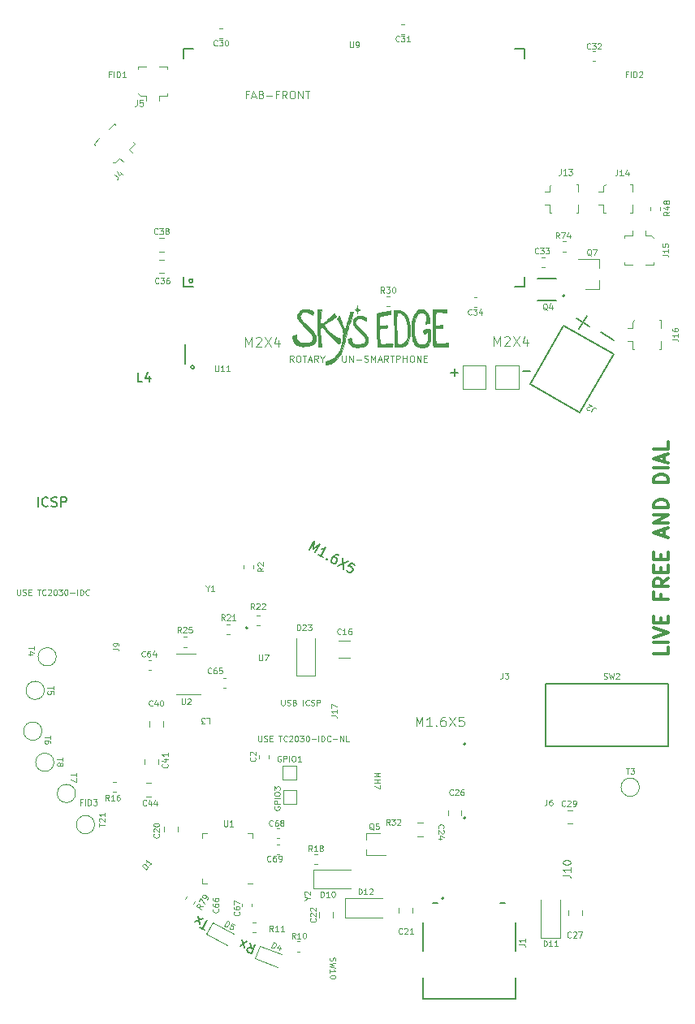
<source format=gbr>
G04 #@! TF.GenerationSoftware,KiCad,Pcbnew,6.0.2+dfsg-1*
G04 #@! TF.CreationDate,2022-08-23T15:38:09-04:00*
G04 #@! TF.ProjectId,RUSP_Mainboard,52555350-5f4d-4616-996e-626f6172642e,rev?*
G04 #@! TF.SameCoordinates,Original*
G04 #@! TF.FileFunction,Legend,Top*
G04 #@! TF.FilePolarity,Positive*
%FSLAX46Y46*%
G04 Gerber Fmt 4.6, Leading zero omitted, Abs format (unit mm)*
G04 Created by KiCad (PCBNEW 6.0.2+dfsg-1) date 2022-08-23 15:38:09*
%MOMM*%
%LPD*%
G01*
G04 APERTURE LIST*
%ADD10C,0.300000*%
%ADD11C,0.120000*%
%ADD12C,0.150000*%
%ADD13C,0.100000*%
%ADD14C,0.010000*%
%ADD15C,0.127000*%
%ADD16C,0.200000*%
G04 APERTURE END LIST*
D10*
X180278571Y-119964285D02*
X180278571Y-120678571D01*
X178778571Y-120678571D01*
X180278571Y-119464285D02*
X178778571Y-119464285D01*
X178778571Y-118964285D02*
X180278571Y-118464285D01*
X178778571Y-117964285D01*
X179492857Y-117464285D02*
X179492857Y-116964285D01*
X180278571Y-116750000D02*
X180278571Y-117464285D01*
X178778571Y-117464285D01*
X178778571Y-116750000D01*
X179492857Y-114464285D02*
X179492857Y-114964285D01*
X180278571Y-114964285D02*
X178778571Y-114964285D01*
X178778571Y-114250000D01*
X180278571Y-112821428D02*
X179564285Y-113321428D01*
X180278571Y-113678571D02*
X178778571Y-113678571D01*
X178778571Y-113107142D01*
X178850000Y-112964285D01*
X178921428Y-112892857D01*
X179064285Y-112821428D01*
X179278571Y-112821428D01*
X179421428Y-112892857D01*
X179492857Y-112964285D01*
X179564285Y-113107142D01*
X179564285Y-113678571D01*
X179492857Y-112178571D02*
X179492857Y-111678571D01*
X180278571Y-111464285D02*
X180278571Y-112178571D01*
X178778571Y-112178571D01*
X178778571Y-111464285D01*
X179492857Y-110821428D02*
X179492857Y-110321428D01*
X180278571Y-110107142D02*
X180278571Y-110821428D01*
X178778571Y-110821428D01*
X178778571Y-110107142D01*
X179850000Y-108392857D02*
X179850000Y-107678571D01*
X180278571Y-108535714D02*
X178778571Y-108035714D01*
X180278571Y-107535714D01*
X180278571Y-107035714D02*
X178778571Y-107035714D01*
X180278571Y-106178571D01*
X178778571Y-106178571D01*
X180278571Y-105464285D02*
X178778571Y-105464285D01*
X178778571Y-105107142D01*
X178850000Y-104892857D01*
X178992857Y-104750000D01*
X179135714Y-104678571D01*
X179421428Y-104607142D01*
X179635714Y-104607142D01*
X179921428Y-104678571D01*
X180064285Y-104750000D01*
X180207142Y-104892857D01*
X180278571Y-105107142D01*
X180278571Y-105464285D01*
X180278571Y-102821428D02*
X178778571Y-102821428D01*
X178778571Y-102464285D01*
X178850000Y-102250000D01*
X178992857Y-102107142D01*
X179135714Y-102035714D01*
X179421428Y-101964285D01*
X179635714Y-101964285D01*
X179921428Y-102035714D01*
X180064285Y-102107142D01*
X180207142Y-102250000D01*
X180278571Y-102464285D01*
X180278571Y-102821428D01*
X180278571Y-101321428D02*
X178778571Y-101321428D01*
X179850000Y-100678571D02*
X179850000Y-99964285D01*
X180278571Y-100821428D02*
X178778571Y-100321428D01*
X180278571Y-99821428D01*
X180278571Y-98607142D02*
X180278571Y-99321428D01*
X178778571Y-99321428D01*
D11*
X162078095Y-88602380D02*
X162078095Y-87602380D01*
X162411428Y-88316666D01*
X162744761Y-87602380D01*
X162744761Y-88602380D01*
X163173333Y-87697619D02*
X163220952Y-87650000D01*
X163316190Y-87602380D01*
X163554285Y-87602380D01*
X163649523Y-87650000D01*
X163697142Y-87697619D01*
X163744761Y-87792857D01*
X163744761Y-87888095D01*
X163697142Y-88030952D01*
X163125714Y-88602380D01*
X163744761Y-88602380D01*
X164078095Y-87602380D02*
X164744761Y-88602380D01*
X164744761Y-87602380D02*
X164078095Y-88602380D01*
X165554285Y-87935714D02*
X165554285Y-88602380D01*
X165316190Y-87554761D02*
X165078095Y-88269047D01*
X165697142Y-88269047D01*
X153973809Y-128252380D02*
X153973809Y-127252380D01*
X154307142Y-127966666D01*
X154640476Y-127252380D01*
X154640476Y-128252380D01*
X155640476Y-128252380D02*
X155069047Y-128252380D01*
X155354761Y-128252380D02*
X155354761Y-127252380D01*
X155259523Y-127395238D01*
X155164285Y-127490476D01*
X155069047Y-127538095D01*
X156069047Y-128157142D02*
X156116666Y-128204761D01*
X156069047Y-128252380D01*
X156021428Y-128204761D01*
X156069047Y-128157142D01*
X156069047Y-128252380D01*
X156973809Y-127252380D02*
X156783333Y-127252380D01*
X156688095Y-127300000D01*
X156640476Y-127347619D01*
X156545238Y-127490476D01*
X156497619Y-127680952D01*
X156497619Y-128061904D01*
X156545238Y-128157142D01*
X156592857Y-128204761D01*
X156688095Y-128252380D01*
X156878571Y-128252380D01*
X156973809Y-128204761D01*
X157021428Y-128157142D01*
X157069047Y-128061904D01*
X157069047Y-127823809D01*
X157021428Y-127728571D01*
X156973809Y-127680952D01*
X156878571Y-127633333D01*
X156688095Y-127633333D01*
X156592857Y-127680952D01*
X156545238Y-127728571D01*
X156497619Y-127823809D01*
X157402380Y-127252380D02*
X158069047Y-128252380D01*
X158069047Y-127252380D02*
X157402380Y-128252380D01*
X158926190Y-127252380D02*
X158450000Y-127252380D01*
X158402380Y-127728571D01*
X158450000Y-127680952D01*
X158545238Y-127633333D01*
X158783333Y-127633333D01*
X158878571Y-127680952D01*
X158926190Y-127728571D01*
X158973809Y-127823809D01*
X158973809Y-128061904D01*
X158926190Y-128157142D01*
X158878571Y-128204761D01*
X158783333Y-128252380D01*
X158545238Y-128252380D01*
X158450000Y-128204761D01*
X158402380Y-128157142D01*
D12*
X142829365Y-109803678D02*
X143329365Y-108937652D01*
X143260897Y-109722908D01*
X143906715Y-109270986D01*
X143406715Y-110137011D01*
X144272741Y-110637011D02*
X143777869Y-110351297D01*
X144025305Y-110494154D02*
X144525305Y-109628128D01*
X144371398Y-109704227D01*
X144241300Y-109739087D01*
X144135012Y-109732707D01*
X144691514Y-110768818D02*
X144708943Y-110833867D01*
X144643895Y-110851297D01*
X144626465Y-110786248D01*
X144691514Y-110768818D01*
X144643895Y-110851297D01*
X145927441Y-110437652D02*
X145762484Y-110342414D01*
X145656196Y-110336034D01*
X145591147Y-110353464D01*
X145437240Y-110429563D01*
X145300763Y-110570711D01*
X145110286Y-110900625D01*
X145103907Y-111006913D01*
X145121336Y-111071962D01*
X145180006Y-111160821D01*
X145344963Y-111256059D01*
X145451251Y-111262438D01*
X145516300Y-111245009D01*
X145605158Y-111186339D01*
X145724206Y-110980143D01*
X145730585Y-110873855D01*
X145713156Y-110808806D01*
X145654487Y-110719948D01*
X145489529Y-110624710D01*
X145383241Y-110618330D01*
X145318192Y-110635760D01*
X145229334Y-110694429D01*
X146298595Y-110651938D02*
X146375945Y-111851297D01*
X146875945Y-110985271D02*
X145798595Y-111517963D01*
X147618253Y-111413843D02*
X147205860Y-111175747D01*
X146926525Y-111564331D01*
X146991574Y-111546901D01*
X147097862Y-111553281D01*
X147304059Y-111672329D01*
X147362728Y-111761187D01*
X147380158Y-111826236D01*
X147373778Y-111932524D01*
X147254730Y-112138720D01*
X147165872Y-112197390D01*
X147100823Y-112214819D01*
X146994535Y-112208440D01*
X146788338Y-112089392D01*
X146729669Y-112000534D01*
X146712240Y-111935485D01*
D11*
X136168095Y-88672380D02*
X136168095Y-87672380D01*
X136501428Y-88386666D01*
X136834761Y-87672380D01*
X136834761Y-88672380D01*
X137263333Y-87767619D02*
X137310952Y-87720000D01*
X137406190Y-87672380D01*
X137644285Y-87672380D01*
X137739523Y-87720000D01*
X137787142Y-87767619D01*
X137834761Y-87862857D01*
X137834761Y-87958095D01*
X137787142Y-88100952D01*
X137215714Y-88672380D01*
X137834761Y-88672380D01*
X138168095Y-87672380D02*
X138834761Y-88672380D01*
X138834761Y-87672380D02*
X138168095Y-88672380D01*
X139644285Y-88005714D02*
X139644285Y-88672380D01*
X139406190Y-87624761D02*
X139168095Y-88339047D01*
X139787142Y-88339047D01*
X136460476Y-62372857D02*
X136193809Y-62372857D01*
X136193809Y-62791904D02*
X136193809Y-61991904D01*
X136574761Y-61991904D01*
X136841428Y-62563333D02*
X137222380Y-62563333D01*
X136765238Y-62791904D02*
X137031904Y-61991904D01*
X137298571Y-62791904D01*
X137831904Y-62372857D02*
X137946190Y-62410952D01*
X137984285Y-62449047D01*
X138022380Y-62525238D01*
X138022380Y-62639523D01*
X137984285Y-62715714D01*
X137946190Y-62753809D01*
X137870000Y-62791904D01*
X137565238Y-62791904D01*
X137565238Y-61991904D01*
X137831904Y-61991904D01*
X137908095Y-62030000D01*
X137946190Y-62068095D01*
X137984285Y-62144285D01*
X137984285Y-62220476D01*
X137946190Y-62296666D01*
X137908095Y-62334761D01*
X137831904Y-62372857D01*
X137565238Y-62372857D01*
X138365238Y-62487142D02*
X138974761Y-62487142D01*
X139622380Y-62372857D02*
X139355714Y-62372857D01*
X139355714Y-62791904D02*
X139355714Y-61991904D01*
X139736666Y-61991904D01*
X140498571Y-62791904D02*
X140231904Y-62410952D01*
X140041428Y-62791904D02*
X140041428Y-61991904D01*
X140346190Y-61991904D01*
X140422380Y-62030000D01*
X140460476Y-62068095D01*
X140498571Y-62144285D01*
X140498571Y-62258571D01*
X140460476Y-62334761D01*
X140422380Y-62372857D01*
X140346190Y-62410952D01*
X140041428Y-62410952D01*
X140993809Y-61991904D02*
X141146190Y-61991904D01*
X141222380Y-62030000D01*
X141298571Y-62106190D01*
X141336666Y-62258571D01*
X141336666Y-62525238D01*
X141298571Y-62677619D01*
X141222380Y-62753809D01*
X141146190Y-62791904D01*
X140993809Y-62791904D01*
X140917619Y-62753809D01*
X140841428Y-62677619D01*
X140803333Y-62525238D01*
X140803333Y-62258571D01*
X140841428Y-62106190D01*
X140917619Y-62030000D01*
X140993809Y-61991904D01*
X141679523Y-62791904D02*
X141679523Y-61991904D01*
X142136666Y-62791904D01*
X142136666Y-61991904D01*
X142403333Y-61991904D02*
X142860476Y-61991904D01*
X142631904Y-62791904D02*
X142631904Y-61991904D01*
X141200000Y-90266666D02*
X140966666Y-89933333D01*
X140800000Y-90266666D02*
X140800000Y-89566666D01*
X141066666Y-89566666D01*
X141133333Y-89600000D01*
X141166666Y-89633333D01*
X141200000Y-89700000D01*
X141200000Y-89800000D01*
X141166666Y-89866666D01*
X141133333Y-89900000D01*
X141066666Y-89933333D01*
X140800000Y-89933333D01*
X141633333Y-89566666D02*
X141766666Y-89566666D01*
X141833333Y-89600000D01*
X141900000Y-89666666D01*
X141933333Y-89800000D01*
X141933333Y-90033333D01*
X141900000Y-90166666D01*
X141833333Y-90233333D01*
X141766666Y-90266666D01*
X141633333Y-90266666D01*
X141566666Y-90233333D01*
X141500000Y-90166666D01*
X141466666Y-90033333D01*
X141466666Y-89800000D01*
X141500000Y-89666666D01*
X141566666Y-89600000D01*
X141633333Y-89566666D01*
X142133333Y-89566666D02*
X142533333Y-89566666D01*
X142333333Y-90266666D02*
X142333333Y-89566666D01*
X142733333Y-90066666D02*
X143066666Y-90066666D01*
X142666666Y-90266666D02*
X142900000Y-89566666D01*
X143133333Y-90266666D01*
X143766666Y-90266666D02*
X143533333Y-89933333D01*
X143366666Y-90266666D02*
X143366666Y-89566666D01*
X143633333Y-89566666D01*
X143700000Y-89600000D01*
X143733333Y-89633333D01*
X143766666Y-89700000D01*
X143766666Y-89800000D01*
X143733333Y-89866666D01*
X143700000Y-89900000D01*
X143633333Y-89933333D01*
X143366666Y-89933333D01*
X144200000Y-89933333D02*
X144200000Y-90266666D01*
X143966666Y-89566666D02*
X144200000Y-89933333D01*
X144433333Y-89566666D01*
X146266666Y-89566666D02*
X146266666Y-90133333D01*
X146300000Y-90200000D01*
X146333333Y-90233333D01*
X146400000Y-90266666D01*
X146533333Y-90266666D01*
X146600000Y-90233333D01*
X146633333Y-90200000D01*
X146666666Y-90133333D01*
X146666666Y-89566666D01*
X147000000Y-90266666D02*
X147000000Y-89566666D01*
X147400000Y-90266666D01*
X147400000Y-89566666D01*
X147733333Y-90000000D02*
X148266666Y-90000000D01*
X148566666Y-90233333D02*
X148666666Y-90266666D01*
X148833333Y-90266666D01*
X148900000Y-90233333D01*
X148933333Y-90200000D01*
X148966666Y-90133333D01*
X148966666Y-90066666D01*
X148933333Y-90000000D01*
X148900000Y-89966666D01*
X148833333Y-89933333D01*
X148700000Y-89900000D01*
X148633333Y-89866666D01*
X148600000Y-89833333D01*
X148566666Y-89766666D01*
X148566666Y-89700000D01*
X148600000Y-89633333D01*
X148633333Y-89600000D01*
X148700000Y-89566666D01*
X148866666Y-89566666D01*
X148966666Y-89600000D01*
X149266666Y-90266666D02*
X149266666Y-89566666D01*
X149500000Y-90066666D01*
X149733333Y-89566666D01*
X149733333Y-90266666D01*
X150033333Y-90066666D02*
X150366666Y-90066666D01*
X149966666Y-90266666D02*
X150200000Y-89566666D01*
X150433333Y-90266666D01*
X151066666Y-90266666D02*
X150833333Y-89933333D01*
X150666666Y-90266666D02*
X150666666Y-89566666D01*
X150933333Y-89566666D01*
X151000000Y-89600000D01*
X151033333Y-89633333D01*
X151066666Y-89700000D01*
X151066666Y-89800000D01*
X151033333Y-89866666D01*
X151000000Y-89900000D01*
X150933333Y-89933333D01*
X150666666Y-89933333D01*
X151266666Y-89566666D02*
X151666666Y-89566666D01*
X151466666Y-90266666D02*
X151466666Y-89566666D01*
X151900000Y-90266666D02*
X151900000Y-89566666D01*
X152166666Y-89566666D01*
X152233333Y-89600000D01*
X152266666Y-89633333D01*
X152300000Y-89700000D01*
X152300000Y-89800000D01*
X152266666Y-89866666D01*
X152233333Y-89900000D01*
X152166666Y-89933333D01*
X151900000Y-89933333D01*
X152600000Y-90266666D02*
X152600000Y-89566666D01*
X152600000Y-89900000D02*
X153000000Y-89900000D01*
X153000000Y-90266666D02*
X153000000Y-89566666D01*
X153466666Y-89566666D02*
X153600000Y-89566666D01*
X153666666Y-89600000D01*
X153733333Y-89666666D01*
X153766666Y-89800000D01*
X153766666Y-90033333D01*
X153733333Y-90166666D01*
X153666666Y-90233333D01*
X153600000Y-90266666D01*
X153466666Y-90266666D01*
X153400000Y-90233333D01*
X153333333Y-90166666D01*
X153300000Y-90033333D01*
X153300000Y-89800000D01*
X153333333Y-89666666D01*
X153400000Y-89600000D01*
X153466666Y-89566666D01*
X154066666Y-90266666D02*
X154066666Y-89566666D01*
X154466666Y-90266666D01*
X154466666Y-89566666D01*
X154800000Y-89900000D02*
X155033333Y-89900000D01*
X155133333Y-90266666D02*
X154800000Y-90266666D01*
X154800000Y-89566666D01*
X155133333Y-89566666D01*
X151214285Y-138521428D02*
X151014285Y-138235714D01*
X150871428Y-138521428D02*
X150871428Y-137921428D01*
X151100000Y-137921428D01*
X151157142Y-137950000D01*
X151185714Y-137978571D01*
X151214285Y-138035714D01*
X151214285Y-138121428D01*
X151185714Y-138178571D01*
X151157142Y-138207142D01*
X151100000Y-138235714D01*
X150871428Y-138235714D01*
X151414285Y-137921428D02*
X151785714Y-137921428D01*
X151585714Y-138150000D01*
X151671428Y-138150000D01*
X151728571Y-138178571D01*
X151757142Y-138207142D01*
X151785714Y-138264285D01*
X151785714Y-138407142D01*
X151757142Y-138464285D01*
X151728571Y-138492857D01*
X151671428Y-138521428D01*
X151500000Y-138521428D01*
X151442857Y-138492857D01*
X151414285Y-138464285D01*
X152014285Y-137978571D02*
X152042857Y-137950000D01*
X152100000Y-137921428D01*
X152242857Y-137921428D01*
X152300000Y-137950000D01*
X152328571Y-137978571D01*
X152357142Y-138035714D01*
X152357142Y-138092857D01*
X152328571Y-138178571D01*
X151985714Y-138521428D01*
X152357142Y-138521428D01*
X159739285Y-85284285D02*
X159710714Y-85312857D01*
X159625000Y-85341428D01*
X159567857Y-85341428D01*
X159482142Y-85312857D01*
X159425000Y-85255714D01*
X159396428Y-85198571D01*
X159367857Y-85084285D01*
X159367857Y-84998571D01*
X159396428Y-84884285D01*
X159425000Y-84827142D01*
X159482142Y-84770000D01*
X159567857Y-84741428D01*
X159625000Y-84741428D01*
X159710714Y-84770000D01*
X159739285Y-84798571D01*
X159939285Y-84741428D02*
X160310714Y-84741428D01*
X160110714Y-84970000D01*
X160196428Y-84970000D01*
X160253571Y-84998571D01*
X160282142Y-85027142D01*
X160310714Y-85084285D01*
X160310714Y-85227142D01*
X160282142Y-85284285D01*
X160253571Y-85312857D01*
X160196428Y-85341428D01*
X160025000Y-85341428D01*
X159967857Y-85312857D01*
X159939285Y-85284285D01*
X160825000Y-84941428D02*
X160825000Y-85341428D01*
X160682142Y-84712857D02*
X160539285Y-85141428D01*
X160910714Y-85141428D01*
X166714285Y-78914285D02*
X166685714Y-78942857D01*
X166600000Y-78971428D01*
X166542857Y-78971428D01*
X166457142Y-78942857D01*
X166400000Y-78885714D01*
X166371428Y-78828571D01*
X166342857Y-78714285D01*
X166342857Y-78628571D01*
X166371428Y-78514285D01*
X166400000Y-78457142D01*
X166457142Y-78400000D01*
X166542857Y-78371428D01*
X166600000Y-78371428D01*
X166685714Y-78400000D01*
X166714285Y-78428571D01*
X166914285Y-78371428D02*
X167285714Y-78371428D01*
X167085714Y-78600000D01*
X167171428Y-78600000D01*
X167228571Y-78628571D01*
X167257142Y-78657142D01*
X167285714Y-78714285D01*
X167285714Y-78857142D01*
X167257142Y-78914285D01*
X167228571Y-78942857D01*
X167171428Y-78971428D01*
X167000000Y-78971428D01*
X166942857Y-78942857D01*
X166914285Y-78914285D01*
X167485714Y-78371428D02*
X167857142Y-78371428D01*
X167657142Y-78600000D01*
X167742857Y-78600000D01*
X167800000Y-78628571D01*
X167828571Y-78657142D01*
X167857142Y-78714285D01*
X167857142Y-78857142D01*
X167828571Y-78914285D01*
X167800000Y-78942857D01*
X167742857Y-78971428D01*
X167571428Y-78971428D01*
X167514285Y-78942857D01*
X167485714Y-78914285D01*
X172129285Y-57584285D02*
X172100714Y-57612857D01*
X172015000Y-57641428D01*
X171957857Y-57641428D01*
X171872142Y-57612857D01*
X171815000Y-57555714D01*
X171786428Y-57498571D01*
X171757857Y-57384285D01*
X171757857Y-57298571D01*
X171786428Y-57184285D01*
X171815000Y-57127142D01*
X171872142Y-57070000D01*
X171957857Y-57041428D01*
X172015000Y-57041428D01*
X172100714Y-57070000D01*
X172129285Y-57098571D01*
X172329285Y-57041428D02*
X172700714Y-57041428D01*
X172500714Y-57270000D01*
X172586428Y-57270000D01*
X172643571Y-57298571D01*
X172672142Y-57327142D01*
X172700714Y-57384285D01*
X172700714Y-57527142D01*
X172672142Y-57584285D01*
X172643571Y-57612857D01*
X172586428Y-57641428D01*
X172415000Y-57641428D01*
X172357857Y-57612857D01*
X172329285Y-57584285D01*
X172929285Y-57098571D02*
X172957857Y-57070000D01*
X173015000Y-57041428D01*
X173157857Y-57041428D01*
X173215000Y-57070000D01*
X173243571Y-57098571D01*
X173272142Y-57155714D01*
X173272142Y-57212857D01*
X173243571Y-57298571D01*
X172900714Y-57641428D01*
X173272142Y-57641428D01*
X152214285Y-56784285D02*
X152185714Y-56812857D01*
X152100000Y-56841428D01*
X152042857Y-56841428D01*
X151957142Y-56812857D01*
X151900000Y-56755714D01*
X151871428Y-56698571D01*
X151842857Y-56584285D01*
X151842857Y-56498571D01*
X151871428Y-56384285D01*
X151900000Y-56327142D01*
X151957142Y-56270000D01*
X152042857Y-56241428D01*
X152100000Y-56241428D01*
X152185714Y-56270000D01*
X152214285Y-56298571D01*
X152414285Y-56241428D02*
X152785714Y-56241428D01*
X152585714Y-56470000D01*
X152671428Y-56470000D01*
X152728571Y-56498571D01*
X152757142Y-56527142D01*
X152785714Y-56584285D01*
X152785714Y-56727142D01*
X152757142Y-56784285D01*
X152728571Y-56812857D01*
X152671428Y-56841428D01*
X152500000Y-56841428D01*
X152442857Y-56812857D01*
X152414285Y-56784285D01*
X153357142Y-56841428D02*
X153014285Y-56841428D01*
X153185714Y-56841428D02*
X153185714Y-56241428D01*
X153128571Y-56327142D01*
X153071428Y-56384285D01*
X153014285Y-56412857D01*
X167600000Y-135891428D02*
X167600000Y-136320000D01*
X167571428Y-136405714D01*
X167514285Y-136462857D01*
X167428571Y-136491428D01*
X167371428Y-136491428D01*
X168142857Y-135891428D02*
X168028571Y-135891428D01*
X167971428Y-135920000D01*
X167942857Y-135948571D01*
X167885714Y-136034285D01*
X167857142Y-136148571D01*
X167857142Y-136377142D01*
X167885714Y-136434285D01*
X167914285Y-136462857D01*
X167971428Y-136491428D01*
X168085714Y-136491428D01*
X168142857Y-136462857D01*
X168171428Y-136434285D01*
X168200000Y-136377142D01*
X168200000Y-136234285D01*
X168171428Y-136177142D01*
X168142857Y-136148571D01*
X168085714Y-136120000D01*
X167971428Y-136120000D01*
X167914285Y-136148571D01*
X167885714Y-136177142D01*
X167857142Y-136234285D01*
X173550000Y-123292857D02*
X173635714Y-123321428D01*
X173778571Y-123321428D01*
X173835714Y-123292857D01*
X173864285Y-123264285D01*
X173892857Y-123207142D01*
X173892857Y-123150000D01*
X173864285Y-123092857D01*
X173835714Y-123064285D01*
X173778571Y-123035714D01*
X173664285Y-123007142D01*
X173607142Y-122978571D01*
X173578571Y-122950000D01*
X173550000Y-122892857D01*
X173550000Y-122835714D01*
X173578571Y-122778571D01*
X173607142Y-122750000D01*
X173664285Y-122721428D01*
X173807142Y-122721428D01*
X173892857Y-122750000D01*
X174092857Y-122721428D02*
X174235714Y-123321428D01*
X174350000Y-122892857D01*
X174464285Y-123321428D01*
X174607142Y-122721428D01*
X174807142Y-122778571D02*
X174835714Y-122750000D01*
X174892857Y-122721428D01*
X175035714Y-122721428D01*
X175092857Y-122750000D01*
X175121428Y-122778571D01*
X175150000Y-122835714D01*
X175150000Y-122892857D01*
X175121428Y-122978571D01*
X174778571Y-123321428D01*
X175150000Y-123321428D01*
X115828571Y-129192857D02*
X115828571Y-129535714D01*
X115228571Y-129364285D02*
X115828571Y-129364285D01*
X115828571Y-129992857D02*
X115828571Y-129878571D01*
X115800000Y-129821428D01*
X115771428Y-129792857D01*
X115685714Y-129735714D01*
X115571428Y-129707142D01*
X115342857Y-129707142D01*
X115285714Y-129735714D01*
X115257142Y-129764285D01*
X115228571Y-129821428D01*
X115228571Y-129935714D01*
X115257142Y-129992857D01*
X115285714Y-130021428D01*
X115342857Y-130050000D01*
X115485714Y-130050000D01*
X115542857Y-130021428D01*
X115571428Y-129992857D01*
X115600000Y-129935714D01*
X115600000Y-129821428D01*
X115571428Y-129764285D01*
X115542857Y-129735714D01*
X115485714Y-129707142D01*
X114128571Y-119942857D02*
X114128571Y-120285714D01*
X113528571Y-120114285D02*
X114128571Y-120114285D01*
X113928571Y-120742857D02*
X113528571Y-120742857D01*
X114157142Y-120600000D02*
X113728571Y-120457142D01*
X113728571Y-120828571D01*
X169271904Y-143777619D02*
X169843333Y-143777619D01*
X169957619Y-143815714D01*
X170033809Y-143891904D01*
X170071904Y-144006190D01*
X170071904Y-144082380D01*
X170071904Y-142977619D02*
X170071904Y-143434761D01*
X170071904Y-143206190D02*
X169271904Y-143206190D01*
X169386190Y-143282380D01*
X169462380Y-143358571D01*
X169500476Y-143434761D01*
X169271904Y-142482380D02*
X169271904Y-142406190D01*
X169310000Y-142330000D01*
X169348095Y-142291904D01*
X169424285Y-142253809D01*
X169576666Y-142215714D01*
X169767142Y-142215714D01*
X169919523Y-142253809D01*
X169995714Y-142291904D01*
X170033809Y-142330000D01*
X170071904Y-142406190D01*
X170071904Y-142482380D01*
X170033809Y-142558571D01*
X169995714Y-142596666D01*
X169919523Y-142634761D01*
X169767142Y-142672857D01*
X169576666Y-142672857D01*
X169424285Y-142634761D01*
X169348095Y-142596666D01*
X169310000Y-142558571D01*
X169271904Y-142482380D01*
X149628571Y-133100000D02*
X150228571Y-133100000D01*
X149800000Y-133300000D01*
X150228571Y-133500000D01*
X149628571Y-133500000D01*
X149628571Y-133785714D02*
X150228571Y-133785714D01*
X149942857Y-133785714D02*
X149942857Y-134128571D01*
X149628571Y-134128571D02*
X150228571Y-134128571D01*
X150228571Y-134357142D02*
X150228571Y-134757142D01*
X149628571Y-134500000D01*
X167271428Y-151191428D02*
X167271428Y-150591428D01*
X167414285Y-150591428D01*
X167500000Y-150620000D01*
X167557142Y-150677142D01*
X167585714Y-150734285D01*
X167614285Y-150848571D01*
X167614285Y-150934285D01*
X167585714Y-151048571D01*
X167557142Y-151105714D01*
X167500000Y-151162857D01*
X167414285Y-151191428D01*
X167271428Y-151191428D01*
X168185714Y-151191428D02*
X167842857Y-151191428D01*
X168014285Y-151191428D02*
X168014285Y-150591428D01*
X167957142Y-150677142D01*
X167900000Y-150734285D01*
X167842857Y-150762857D01*
X168757142Y-151191428D02*
X168414285Y-151191428D01*
X168585714Y-151191428D02*
X168585714Y-150591428D01*
X168528571Y-150677142D01*
X168471428Y-150734285D01*
X168414285Y-150762857D01*
X169514285Y-136514285D02*
X169485714Y-136542857D01*
X169400000Y-136571428D01*
X169342857Y-136571428D01*
X169257142Y-136542857D01*
X169200000Y-136485714D01*
X169171428Y-136428571D01*
X169142857Y-136314285D01*
X169142857Y-136228571D01*
X169171428Y-136114285D01*
X169200000Y-136057142D01*
X169257142Y-136000000D01*
X169342857Y-135971428D01*
X169400000Y-135971428D01*
X169485714Y-136000000D01*
X169514285Y-136028571D01*
X169742857Y-136028571D02*
X169771428Y-136000000D01*
X169828571Y-135971428D01*
X169971428Y-135971428D01*
X170028571Y-136000000D01*
X170057142Y-136028571D01*
X170085714Y-136085714D01*
X170085714Y-136142857D01*
X170057142Y-136228571D01*
X169714285Y-136571428D01*
X170085714Y-136571428D01*
X170371428Y-136571428D02*
X170485714Y-136571428D01*
X170542857Y-136542857D01*
X170571428Y-136514285D01*
X170628571Y-136428571D01*
X170657142Y-136314285D01*
X170657142Y-136085714D01*
X170628571Y-136028571D01*
X170600000Y-136000000D01*
X170542857Y-135971428D01*
X170428571Y-135971428D01*
X170371428Y-136000000D01*
X170342857Y-136028571D01*
X170314285Y-136085714D01*
X170314285Y-136228571D01*
X170342857Y-136285714D01*
X170371428Y-136314285D01*
X170428571Y-136342857D01*
X170542857Y-136342857D01*
X170600000Y-136314285D01*
X170628571Y-136285714D01*
X170657142Y-136228571D01*
X157814285Y-135364285D02*
X157785714Y-135392857D01*
X157700000Y-135421428D01*
X157642857Y-135421428D01*
X157557142Y-135392857D01*
X157500000Y-135335714D01*
X157471428Y-135278571D01*
X157442857Y-135164285D01*
X157442857Y-135078571D01*
X157471428Y-134964285D01*
X157500000Y-134907142D01*
X157557142Y-134850000D01*
X157642857Y-134821428D01*
X157700000Y-134821428D01*
X157785714Y-134850000D01*
X157814285Y-134878571D01*
X158042857Y-134878571D02*
X158071428Y-134850000D01*
X158128571Y-134821428D01*
X158271428Y-134821428D01*
X158328571Y-134850000D01*
X158357142Y-134878571D01*
X158385714Y-134935714D01*
X158385714Y-134992857D01*
X158357142Y-135078571D01*
X158014285Y-135421428D01*
X158385714Y-135421428D01*
X158900000Y-134821428D02*
X158785714Y-134821428D01*
X158728571Y-134850000D01*
X158700000Y-134878571D01*
X158642857Y-134964285D01*
X158614285Y-135078571D01*
X158614285Y-135307142D01*
X158642857Y-135364285D01*
X158671428Y-135392857D01*
X158728571Y-135421428D01*
X158842857Y-135421428D01*
X158900000Y-135392857D01*
X158928571Y-135364285D01*
X158957142Y-135307142D01*
X158957142Y-135164285D01*
X158928571Y-135107142D01*
X158900000Y-135078571D01*
X158842857Y-135050000D01*
X158728571Y-135050000D01*
X158671428Y-135078571D01*
X158642857Y-135107142D01*
X158614285Y-135164285D01*
X156335714Y-138864285D02*
X156307142Y-138835714D01*
X156278571Y-138750000D01*
X156278571Y-138692857D01*
X156307142Y-138607142D01*
X156364285Y-138550000D01*
X156421428Y-138521428D01*
X156535714Y-138492857D01*
X156621428Y-138492857D01*
X156735714Y-138521428D01*
X156792857Y-138550000D01*
X156850000Y-138607142D01*
X156878571Y-138692857D01*
X156878571Y-138750000D01*
X156850000Y-138835714D01*
X156821428Y-138864285D01*
X156821428Y-139092857D02*
X156850000Y-139121428D01*
X156878571Y-139178571D01*
X156878571Y-139321428D01*
X156850000Y-139378571D01*
X156821428Y-139407142D01*
X156764285Y-139435714D01*
X156707142Y-139435714D01*
X156621428Y-139407142D01*
X156278571Y-139064285D01*
X156278571Y-139435714D01*
X156678571Y-139950000D02*
X156278571Y-139950000D01*
X156907142Y-139807142D02*
X156478571Y-139664285D01*
X156478571Y-140035714D01*
X143464285Y-148285714D02*
X143492857Y-148314285D01*
X143521428Y-148400000D01*
X143521428Y-148457142D01*
X143492857Y-148542857D01*
X143435714Y-148600000D01*
X143378571Y-148628571D01*
X143264285Y-148657142D01*
X143178571Y-148657142D01*
X143064285Y-148628571D01*
X143007142Y-148600000D01*
X142950000Y-148542857D01*
X142921428Y-148457142D01*
X142921428Y-148400000D01*
X142950000Y-148314285D01*
X142978571Y-148285714D01*
X142978571Y-148057142D02*
X142950000Y-148028571D01*
X142921428Y-147971428D01*
X142921428Y-147828571D01*
X142950000Y-147771428D01*
X142978571Y-147742857D01*
X143035714Y-147714285D01*
X143092857Y-147714285D01*
X143178571Y-147742857D01*
X143521428Y-148085714D01*
X143521428Y-147714285D01*
X142978571Y-147485714D02*
X142950000Y-147457142D01*
X142921428Y-147400000D01*
X142921428Y-147257142D01*
X142950000Y-147200000D01*
X142978571Y-147171428D01*
X143035714Y-147142857D01*
X143092857Y-147142857D01*
X143178571Y-147171428D01*
X143521428Y-147514285D01*
X143521428Y-147142857D01*
X127114285Y-139485714D02*
X127142857Y-139514285D01*
X127171428Y-139600000D01*
X127171428Y-139657142D01*
X127142857Y-139742857D01*
X127085714Y-139800000D01*
X127028571Y-139828571D01*
X126914285Y-139857142D01*
X126828571Y-139857142D01*
X126714285Y-139828571D01*
X126657142Y-139800000D01*
X126600000Y-139742857D01*
X126571428Y-139657142D01*
X126571428Y-139600000D01*
X126600000Y-139514285D01*
X126628571Y-139485714D01*
X126628571Y-139257142D02*
X126600000Y-139228571D01*
X126571428Y-139171428D01*
X126571428Y-139028571D01*
X126600000Y-138971428D01*
X126628571Y-138942857D01*
X126685714Y-138914285D01*
X126742857Y-138914285D01*
X126828571Y-138942857D01*
X127171428Y-139285714D01*
X127171428Y-138914285D01*
X126571428Y-138542857D02*
X126571428Y-138485714D01*
X126600000Y-138428571D01*
X126628571Y-138400000D01*
X126685714Y-138371428D01*
X126800000Y-138342857D01*
X126942857Y-138342857D01*
X127057142Y-138371428D01*
X127114285Y-138400000D01*
X127142857Y-138428571D01*
X127171428Y-138485714D01*
X127171428Y-138542857D01*
X127142857Y-138600000D01*
X127114285Y-138628571D01*
X127057142Y-138657142D01*
X126942857Y-138685714D01*
X126800000Y-138685714D01*
X126685714Y-138657142D01*
X126628571Y-138628571D01*
X126600000Y-138600000D01*
X126571428Y-138542857D01*
X145007142Y-152364285D02*
X144978571Y-152450000D01*
X144978571Y-152592857D01*
X145007142Y-152650000D01*
X145035714Y-152678571D01*
X145092857Y-152707142D01*
X145150000Y-152707142D01*
X145207142Y-152678571D01*
X145235714Y-152650000D01*
X145264285Y-152592857D01*
X145292857Y-152478571D01*
X145321428Y-152421428D01*
X145350000Y-152392857D01*
X145407142Y-152364285D01*
X145464285Y-152364285D01*
X145521428Y-152392857D01*
X145550000Y-152421428D01*
X145578571Y-152478571D01*
X145578571Y-152621428D01*
X145550000Y-152707142D01*
X145578571Y-152907142D02*
X144978571Y-153050000D01*
X145407142Y-153164285D01*
X144978571Y-153278571D01*
X145578571Y-153421428D01*
X144978571Y-153964285D02*
X144978571Y-153621428D01*
X144978571Y-153792857D02*
X145578571Y-153792857D01*
X145492857Y-153735714D01*
X145435714Y-153678571D01*
X145407142Y-153621428D01*
X145578571Y-154335714D02*
X145578571Y-154392857D01*
X145550000Y-154450000D01*
X145521428Y-154478571D01*
X145464285Y-154507142D01*
X145350000Y-154535714D01*
X145207142Y-154535714D01*
X145092857Y-154507142D01*
X145035714Y-154478571D01*
X145007142Y-154450000D01*
X144978571Y-154392857D01*
X144978571Y-154335714D01*
X145007142Y-154278571D01*
X145035714Y-154250000D01*
X145092857Y-154221428D01*
X145207142Y-154192857D01*
X145350000Y-154192857D01*
X145464285Y-154221428D01*
X145521428Y-154250000D01*
X145550000Y-154278571D01*
X145578571Y-154335714D01*
X133229285Y-57244285D02*
X133200714Y-57272857D01*
X133115000Y-57301428D01*
X133057857Y-57301428D01*
X132972142Y-57272857D01*
X132915000Y-57215714D01*
X132886428Y-57158571D01*
X132857857Y-57044285D01*
X132857857Y-56958571D01*
X132886428Y-56844285D01*
X132915000Y-56787142D01*
X132972142Y-56730000D01*
X133057857Y-56701428D01*
X133115000Y-56701428D01*
X133200714Y-56730000D01*
X133229285Y-56758571D01*
X133429285Y-56701428D02*
X133800714Y-56701428D01*
X133600714Y-56930000D01*
X133686428Y-56930000D01*
X133743571Y-56958571D01*
X133772142Y-56987142D01*
X133800714Y-57044285D01*
X133800714Y-57187142D01*
X133772142Y-57244285D01*
X133743571Y-57272857D01*
X133686428Y-57301428D01*
X133515000Y-57301428D01*
X133457857Y-57272857D01*
X133429285Y-57244285D01*
X134172142Y-56701428D02*
X134229285Y-56701428D01*
X134286428Y-56730000D01*
X134315000Y-56758571D01*
X134343571Y-56815714D01*
X134372142Y-56930000D01*
X134372142Y-57072857D01*
X134343571Y-57187142D01*
X134315000Y-57244285D01*
X134286428Y-57272857D01*
X134229285Y-57301428D01*
X134172142Y-57301428D01*
X134115000Y-57272857D01*
X134086428Y-57244285D01*
X134057857Y-57187142D01*
X134029285Y-57072857D01*
X134029285Y-56930000D01*
X134057857Y-56815714D01*
X134086428Y-56758571D01*
X134115000Y-56730000D01*
X134172142Y-56701428D01*
X122157142Y-60257142D02*
X121957142Y-60257142D01*
X121957142Y-60571428D02*
X121957142Y-59971428D01*
X122242857Y-59971428D01*
X122471428Y-60571428D02*
X122471428Y-59971428D01*
X122757142Y-60571428D02*
X122757142Y-59971428D01*
X122900000Y-59971428D01*
X122985714Y-60000000D01*
X123042857Y-60057142D01*
X123071428Y-60114285D01*
X123100000Y-60228571D01*
X123100000Y-60314285D01*
X123071428Y-60428571D01*
X123042857Y-60485714D01*
X122985714Y-60542857D01*
X122900000Y-60571428D01*
X122757142Y-60571428D01*
X123671428Y-60571428D02*
X123328571Y-60571428D01*
X123500000Y-60571428D02*
X123500000Y-59971428D01*
X123442857Y-60057142D01*
X123385714Y-60114285D01*
X123328571Y-60142857D01*
X138889285Y-151294694D02*
X139104306Y-150734546D01*
X139237675Y-150785741D01*
X139307457Y-150843132D01*
X139340326Y-150916958D01*
X139346522Y-150980544D01*
X139332239Y-151097478D01*
X139301522Y-151177500D01*
X139233892Y-151273955D01*
X139186740Y-151317064D01*
X139112914Y-151349933D01*
X139022654Y-151345890D01*
X138889285Y-151294694D01*
X139832844Y-151228434D02*
X139689497Y-151601867D01*
X139781388Y-150963849D02*
X139494434Y-151312760D01*
X139841192Y-151445868D01*
D12*
X136651031Y-150811796D02*
X136791573Y-151375814D01*
X137184505Y-151016577D02*
X136826137Y-151950158D01*
X136470488Y-151813637D01*
X136398640Y-151735050D01*
X136371249Y-151673529D01*
X136360923Y-151567551D01*
X136412119Y-151434183D01*
X136490705Y-151362335D01*
X136552227Y-151334944D01*
X136658204Y-151324618D01*
X137013854Y-151461140D01*
X136339837Y-150692340D02*
X135611907Y-151127010D01*
X136100925Y-151314727D02*
X135850819Y-150504623D01*
D11*
X137164285Y-131500000D02*
X137192857Y-131528571D01*
X137221428Y-131614285D01*
X137221428Y-131671428D01*
X137192857Y-131757142D01*
X137135714Y-131814285D01*
X137078571Y-131842857D01*
X136964285Y-131871428D01*
X136878571Y-131871428D01*
X136764285Y-131842857D01*
X136707142Y-131814285D01*
X136650000Y-131757142D01*
X136621428Y-131671428D01*
X136621428Y-131614285D01*
X136650000Y-131528571D01*
X136678571Y-131500000D01*
X136678571Y-131271428D02*
X136650000Y-131242857D01*
X136621428Y-131185714D01*
X136621428Y-131042857D01*
X136650000Y-130985714D01*
X136678571Y-130957142D01*
X136735714Y-130928571D01*
X136792857Y-130928571D01*
X136878571Y-130957142D01*
X137221428Y-131300000D01*
X137221428Y-130928571D01*
X137592857Y-120771428D02*
X137592857Y-121257142D01*
X137621428Y-121314285D01*
X137650000Y-121342857D01*
X137707142Y-121371428D01*
X137821428Y-121371428D01*
X137878571Y-121342857D01*
X137907142Y-121314285D01*
X137935714Y-121257142D01*
X137935714Y-120771428D01*
X138164285Y-120771428D02*
X138564285Y-120771428D01*
X138307142Y-121371428D01*
X141571428Y-118221428D02*
X141571428Y-117621428D01*
X141714285Y-117621428D01*
X141800000Y-117650000D01*
X141857142Y-117707142D01*
X141885714Y-117764285D01*
X141914285Y-117878571D01*
X141914285Y-117964285D01*
X141885714Y-118078571D01*
X141857142Y-118135714D01*
X141800000Y-118192857D01*
X141714285Y-118221428D01*
X141571428Y-118221428D01*
X142142857Y-117678571D02*
X142171428Y-117650000D01*
X142228571Y-117621428D01*
X142371428Y-117621428D01*
X142428571Y-117650000D01*
X142457142Y-117678571D01*
X142485714Y-117735714D01*
X142485714Y-117792857D01*
X142457142Y-117878571D01*
X142114285Y-118221428D01*
X142485714Y-118221428D01*
X142685714Y-117621428D02*
X143057142Y-117621428D01*
X142857142Y-117850000D01*
X142942857Y-117850000D01*
X143000000Y-117878571D01*
X143028571Y-117907142D01*
X143057142Y-117964285D01*
X143057142Y-118107142D01*
X143028571Y-118164285D01*
X143000000Y-118192857D01*
X142942857Y-118221428D01*
X142771428Y-118221428D01*
X142714285Y-118192857D01*
X142685714Y-118164285D01*
X164721428Y-151000000D02*
X165150000Y-151000000D01*
X165235714Y-151028571D01*
X165292857Y-151085714D01*
X165321428Y-151171428D01*
X165321428Y-151228571D01*
X165321428Y-150400000D02*
X165321428Y-150742857D01*
X165321428Y-150571428D02*
X164721428Y-150571428D01*
X164807142Y-150628571D01*
X164864285Y-150685714D01*
X164892857Y-150742857D01*
X147067857Y-56871428D02*
X147067857Y-57357142D01*
X147096428Y-57414285D01*
X147125000Y-57442857D01*
X147182142Y-57471428D01*
X147296428Y-57471428D01*
X147353571Y-57442857D01*
X147382142Y-57414285D01*
X147410714Y-57357142D01*
X147410714Y-56871428D01*
X147725000Y-57471428D02*
X147839285Y-57471428D01*
X147896428Y-57442857D01*
X147925000Y-57414285D01*
X147982142Y-57328571D01*
X148010714Y-57214285D01*
X148010714Y-56985714D01*
X147982142Y-56928571D01*
X147953571Y-56900000D01*
X147896428Y-56871428D01*
X147782142Y-56871428D01*
X147725000Y-56900000D01*
X147696428Y-56928571D01*
X147667857Y-56985714D01*
X147667857Y-57128571D01*
X147696428Y-57185714D01*
X147725000Y-57214285D01*
X147782142Y-57242857D01*
X147896428Y-57242857D01*
X147953571Y-57214285D01*
X147982142Y-57185714D01*
X148010714Y-57128571D01*
X180371428Y-74585714D02*
X180085714Y-74785714D01*
X180371428Y-74928571D02*
X179771428Y-74928571D01*
X179771428Y-74700000D01*
X179800000Y-74642857D01*
X179828571Y-74614285D01*
X179885714Y-74585714D01*
X179971428Y-74585714D01*
X180028571Y-74614285D01*
X180057142Y-74642857D01*
X180085714Y-74700000D01*
X180085714Y-74928571D01*
X179971428Y-74071428D02*
X180371428Y-74071428D01*
X179742857Y-74214285D02*
X180171428Y-74357142D01*
X180171428Y-73985714D01*
X180028571Y-73671428D02*
X180000000Y-73728571D01*
X179971428Y-73757142D01*
X179914285Y-73785714D01*
X179885714Y-73785714D01*
X179828571Y-73757142D01*
X179800000Y-73728571D01*
X179771428Y-73671428D01*
X179771428Y-73557142D01*
X179800000Y-73500000D01*
X179828571Y-73471428D01*
X179885714Y-73442857D01*
X179914285Y-73442857D01*
X179971428Y-73471428D01*
X180000000Y-73500000D01*
X180028571Y-73557142D01*
X180028571Y-73671428D01*
X180057142Y-73728571D01*
X180085714Y-73757142D01*
X180142857Y-73785714D01*
X180257142Y-73785714D01*
X180314285Y-73757142D01*
X180342857Y-73728571D01*
X180371428Y-73671428D01*
X180371428Y-73557142D01*
X180342857Y-73500000D01*
X180314285Y-73471428D01*
X180257142Y-73442857D01*
X180142857Y-73442857D01*
X180085714Y-73471428D01*
X180057142Y-73500000D01*
X180028571Y-73557142D01*
X150664285Y-83046428D02*
X150464285Y-82760714D01*
X150321428Y-83046428D02*
X150321428Y-82446428D01*
X150550000Y-82446428D01*
X150607142Y-82475000D01*
X150635714Y-82503571D01*
X150664285Y-82560714D01*
X150664285Y-82646428D01*
X150635714Y-82703571D01*
X150607142Y-82732142D01*
X150550000Y-82760714D01*
X150321428Y-82760714D01*
X150864285Y-82446428D02*
X151235714Y-82446428D01*
X151035714Y-82675000D01*
X151121428Y-82675000D01*
X151178571Y-82703571D01*
X151207142Y-82732142D01*
X151235714Y-82789285D01*
X151235714Y-82932142D01*
X151207142Y-82989285D01*
X151178571Y-83017857D01*
X151121428Y-83046428D01*
X150950000Y-83046428D01*
X150892857Y-83017857D01*
X150864285Y-82989285D01*
X151607142Y-82446428D02*
X151664285Y-82446428D01*
X151721428Y-82475000D01*
X151750000Y-82503571D01*
X151778571Y-82560714D01*
X151807142Y-82675000D01*
X151807142Y-82817857D01*
X151778571Y-82932142D01*
X151750000Y-82989285D01*
X151721428Y-83017857D01*
X151664285Y-83046428D01*
X151607142Y-83046428D01*
X151550000Y-83017857D01*
X151521428Y-82989285D01*
X151492857Y-82932142D01*
X151464285Y-82817857D01*
X151464285Y-82675000D01*
X151492857Y-82560714D01*
X151521428Y-82503571D01*
X151550000Y-82475000D01*
X151607142Y-82446428D01*
X137089285Y-116041428D02*
X136889285Y-115755714D01*
X136746428Y-116041428D02*
X136746428Y-115441428D01*
X136975000Y-115441428D01*
X137032142Y-115470000D01*
X137060714Y-115498571D01*
X137089285Y-115555714D01*
X137089285Y-115641428D01*
X137060714Y-115698571D01*
X137032142Y-115727142D01*
X136975000Y-115755714D01*
X136746428Y-115755714D01*
X137317857Y-115498571D02*
X137346428Y-115470000D01*
X137403571Y-115441428D01*
X137546428Y-115441428D01*
X137603571Y-115470000D01*
X137632142Y-115498571D01*
X137660714Y-115555714D01*
X137660714Y-115612857D01*
X137632142Y-115698571D01*
X137289285Y-116041428D01*
X137660714Y-116041428D01*
X137889285Y-115498571D02*
X137917857Y-115470000D01*
X137975000Y-115441428D01*
X138117857Y-115441428D01*
X138175000Y-115470000D01*
X138203571Y-115498571D01*
X138232142Y-115555714D01*
X138232142Y-115612857D01*
X138203571Y-115698571D01*
X137860714Y-116041428D01*
X138232142Y-116041428D01*
X134014285Y-117171428D02*
X133814285Y-116885714D01*
X133671428Y-117171428D02*
X133671428Y-116571428D01*
X133900000Y-116571428D01*
X133957142Y-116600000D01*
X133985714Y-116628571D01*
X134014285Y-116685714D01*
X134014285Y-116771428D01*
X133985714Y-116828571D01*
X133957142Y-116857142D01*
X133900000Y-116885714D01*
X133671428Y-116885714D01*
X134242857Y-116628571D02*
X134271428Y-116600000D01*
X134328571Y-116571428D01*
X134471428Y-116571428D01*
X134528571Y-116600000D01*
X134557142Y-116628571D01*
X134585714Y-116685714D01*
X134585714Y-116742857D01*
X134557142Y-116828571D01*
X134214285Y-117171428D01*
X134585714Y-117171428D01*
X135157142Y-117171428D02*
X134814285Y-117171428D01*
X134985714Y-117171428D02*
X134985714Y-116571428D01*
X134928571Y-116657142D01*
X134871428Y-116714285D01*
X134814285Y-116742857D01*
X139064285Y-149621428D02*
X138864285Y-149335714D01*
X138721428Y-149621428D02*
X138721428Y-149021428D01*
X138950000Y-149021428D01*
X139007142Y-149050000D01*
X139035714Y-149078571D01*
X139064285Y-149135714D01*
X139064285Y-149221428D01*
X139035714Y-149278571D01*
X139007142Y-149307142D01*
X138950000Y-149335714D01*
X138721428Y-149335714D01*
X139635714Y-149621428D02*
X139292857Y-149621428D01*
X139464285Y-149621428D02*
X139464285Y-149021428D01*
X139407142Y-149107142D01*
X139350000Y-149164285D01*
X139292857Y-149192857D01*
X140207142Y-149621428D02*
X139864285Y-149621428D01*
X140035714Y-149621428D02*
X140035714Y-149021428D01*
X139978571Y-149107142D01*
X139921428Y-149164285D01*
X139864285Y-149192857D01*
X141364285Y-150371428D02*
X141164285Y-150085714D01*
X141021428Y-150371428D02*
X141021428Y-149771428D01*
X141250000Y-149771428D01*
X141307142Y-149800000D01*
X141335714Y-149828571D01*
X141364285Y-149885714D01*
X141364285Y-149971428D01*
X141335714Y-150028571D01*
X141307142Y-150057142D01*
X141250000Y-150085714D01*
X141021428Y-150085714D01*
X141935714Y-150371428D02*
X141592857Y-150371428D01*
X141764285Y-150371428D02*
X141764285Y-149771428D01*
X141707142Y-149857142D01*
X141650000Y-149914285D01*
X141592857Y-149942857D01*
X142307142Y-149771428D02*
X142364285Y-149771428D01*
X142421428Y-149800000D01*
X142450000Y-149828571D01*
X142478571Y-149885714D01*
X142507142Y-150000000D01*
X142507142Y-150142857D01*
X142478571Y-150257142D01*
X142450000Y-150314285D01*
X142421428Y-150342857D01*
X142364285Y-150371428D01*
X142307142Y-150371428D01*
X142250000Y-150342857D01*
X142221428Y-150314285D01*
X142192857Y-150257142D01*
X142164285Y-150142857D01*
X142164285Y-150000000D01*
X142192857Y-149885714D01*
X142221428Y-149828571D01*
X142250000Y-149800000D01*
X142307142Y-149771428D01*
X138046428Y-111725000D02*
X137760714Y-111925000D01*
X138046428Y-112067857D02*
X137446428Y-112067857D01*
X137446428Y-111839285D01*
X137475000Y-111782142D01*
X137503571Y-111753571D01*
X137560714Y-111725000D01*
X137646428Y-111725000D01*
X137703571Y-111753571D01*
X137732142Y-111782142D01*
X137760714Y-111839285D01*
X137760714Y-112067857D01*
X137503571Y-111496428D02*
X137475000Y-111467857D01*
X137446428Y-111410714D01*
X137446428Y-111267857D01*
X137475000Y-111210714D01*
X137503571Y-111182142D01*
X137560714Y-111153571D01*
X137617857Y-111153571D01*
X137703571Y-111182142D01*
X138046428Y-111525000D01*
X138046428Y-111153571D01*
X167642857Y-84828571D02*
X167585714Y-84800000D01*
X167528571Y-84742857D01*
X167442857Y-84657142D01*
X167385714Y-84628571D01*
X167328571Y-84628571D01*
X167357142Y-84771428D02*
X167300000Y-84742857D01*
X167242857Y-84685714D01*
X167214285Y-84571428D01*
X167214285Y-84371428D01*
X167242857Y-84257142D01*
X167300000Y-84200000D01*
X167357142Y-84171428D01*
X167471428Y-84171428D01*
X167528571Y-84200000D01*
X167585714Y-84257142D01*
X167614285Y-84371428D01*
X167614285Y-84571428D01*
X167585714Y-84685714D01*
X167528571Y-84742857D01*
X167471428Y-84771428D01*
X167357142Y-84771428D01*
X168128571Y-84371428D02*
X168128571Y-84771428D01*
X167985714Y-84142857D02*
X167842857Y-84571428D01*
X168214285Y-84571428D01*
X124900000Y-62971428D02*
X124900000Y-63400000D01*
X124871428Y-63485714D01*
X124814285Y-63542857D01*
X124728571Y-63571428D01*
X124671428Y-63571428D01*
X125471428Y-62971428D02*
X125185714Y-62971428D01*
X125157142Y-63257142D01*
X125185714Y-63228571D01*
X125242857Y-63200000D01*
X125385714Y-63200000D01*
X125442857Y-63228571D01*
X125471428Y-63257142D01*
X125500000Y-63314285D01*
X125500000Y-63457142D01*
X125471428Y-63514285D01*
X125442857Y-63542857D01*
X125385714Y-63571428D01*
X125242857Y-63571428D01*
X125185714Y-63542857D01*
X125157142Y-63514285D01*
X122551243Y-70684086D02*
X122854289Y-70987132D01*
X122894695Y-71067944D01*
X122894695Y-71148756D01*
X122854289Y-71229568D01*
X122813883Y-71269974D01*
X123076522Y-70441649D02*
X123359365Y-70724492D01*
X122813883Y-70381040D02*
X123015913Y-70785101D01*
X123278553Y-70522461D01*
X133981552Y-149031748D02*
X134263235Y-148501979D01*
X134389370Y-148569047D01*
X134451638Y-148634514D01*
X134475265Y-148711795D01*
X134473665Y-148775663D01*
X134445238Y-148889985D01*
X134404998Y-148965666D01*
X134326117Y-149053161D01*
X134274063Y-149090201D01*
X134196782Y-149113829D01*
X134107687Y-149098815D01*
X133981552Y-149031748D01*
X135045274Y-148917797D02*
X134793003Y-148783662D01*
X134633642Y-149022520D01*
X134672282Y-149010706D01*
X134736150Y-149012306D01*
X134862285Y-149079373D01*
X134899326Y-149131427D01*
X134911139Y-149170068D01*
X134909539Y-149233935D01*
X134842472Y-149360071D01*
X134790418Y-149397111D01*
X134751778Y-149408925D01*
X134687910Y-149407325D01*
X134561775Y-149340258D01*
X134524734Y-149288204D01*
X134512920Y-149249563D01*
D12*
X131952563Y-149507677D02*
X131448022Y-149239408D01*
X132169764Y-148490595D02*
X131700292Y-149373543D01*
X131707268Y-148244681D02*
X130931790Y-148587399D01*
X131394287Y-148833313D02*
X131244771Y-147998768D01*
D11*
X132239285Y-113860714D02*
X132239285Y-114146428D01*
X132039285Y-113546428D02*
X132239285Y-113860714D01*
X132439285Y-113546428D01*
X132953571Y-114146428D02*
X132610714Y-114146428D01*
X132782142Y-114146428D02*
X132782142Y-113546428D01*
X132725000Y-113632142D01*
X132667857Y-113689285D01*
X132610714Y-113717857D01*
X176057142Y-60257142D02*
X175857142Y-60257142D01*
X175857142Y-60571428D02*
X175857142Y-59971428D01*
X176142857Y-59971428D01*
X176371428Y-60571428D02*
X176371428Y-59971428D01*
X176657142Y-60571428D02*
X176657142Y-59971428D01*
X176800000Y-59971428D01*
X176885714Y-60000000D01*
X176942857Y-60057142D01*
X176971428Y-60114285D01*
X177000000Y-60228571D01*
X177000000Y-60314285D01*
X176971428Y-60428571D01*
X176942857Y-60485714D01*
X176885714Y-60542857D01*
X176800000Y-60571428D01*
X176657142Y-60571428D01*
X177228571Y-60028571D02*
X177257142Y-60000000D01*
X177314285Y-59971428D01*
X177457142Y-59971428D01*
X177514285Y-60000000D01*
X177542857Y-60028571D01*
X177571428Y-60085714D01*
X177571428Y-60142857D01*
X177542857Y-60228571D01*
X177200000Y-60571428D01*
X177571428Y-60571428D01*
X117128571Y-131542857D02*
X117128571Y-131885714D01*
X116528571Y-131714285D02*
X117128571Y-131714285D01*
X116871428Y-132171428D02*
X116900000Y-132114285D01*
X116928571Y-132085714D01*
X116985714Y-132057142D01*
X117014285Y-132057142D01*
X117071428Y-132085714D01*
X117100000Y-132114285D01*
X117128571Y-132171428D01*
X117128571Y-132285714D01*
X117100000Y-132342857D01*
X117071428Y-132371428D01*
X117014285Y-132400000D01*
X116985714Y-132400000D01*
X116928571Y-132371428D01*
X116900000Y-132342857D01*
X116871428Y-132285714D01*
X116871428Y-132171428D01*
X116842857Y-132114285D01*
X116814285Y-132085714D01*
X116757142Y-132057142D01*
X116642857Y-132057142D01*
X116585714Y-132085714D01*
X116557142Y-132114285D01*
X116528571Y-132171428D01*
X116528571Y-132285714D01*
X116557142Y-132342857D01*
X116585714Y-132371428D01*
X116642857Y-132400000D01*
X116757142Y-132400000D01*
X116814285Y-132371428D01*
X116842857Y-132342857D01*
X116871428Y-132285714D01*
X116128571Y-124042857D02*
X116128571Y-124385714D01*
X115528571Y-124214285D02*
X116128571Y-124214285D01*
X116128571Y-124871428D02*
X116128571Y-124585714D01*
X115842857Y-124557142D01*
X115871428Y-124585714D01*
X115900000Y-124642857D01*
X115900000Y-124785714D01*
X115871428Y-124842857D01*
X115842857Y-124871428D01*
X115785714Y-124900000D01*
X115642857Y-124900000D01*
X115585714Y-124871428D01*
X115557142Y-124842857D01*
X115528571Y-124785714D01*
X115528571Y-124642857D01*
X115557142Y-124585714D01*
X115585714Y-124557142D01*
X139200000Y-136635714D02*
X139171428Y-136692857D01*
X139171428Y-136778571D01*
X139200000Y-136864285D01*
X139257142Y-136921428D01*
X139314285Y-136950000D01*
X139428571Y-136978571D01*
X139514285Y-136978571D01*
X139628571Y-136950000D01*
X139685714Y-136921428D01*
X139742857Y-136864285D01*
X139771428Y-136778571D01*
X139771428Y-136721428D01*
X139742857Y-136635714D01*
X139714285Y-136607142D01*
X139514285Y-136607142D01*
X139514285Y-136721428D01*
X139771428Y-136350000D02*
X139171428Y-136350000D01*
X139171428Y-136121428D01*
X139200000Y-136064285D01*
X139228571Y-136035714D01*
X139285714Y-136007142D01*
X139371428Y-136007142D01*
X139428571Y-136035714D01*
X139457142Y-136064285D01*
X139485714Y-136121428D01*
X139485714Y-136350000D01*
X139771428Y-135750000D02*
X139171428Y-135750000D01*
X139171428Y-135350000D02*
X139171428Y-135235714D01*
X139200000Y-135178571D01*
X139257142Y-135121428D01*
X139371428Y-135092857D01*
X139571428Y-135092857D01*
X139685714Y-135121428D01*
X139742857Y-135178571D01*
X139771428Y-135235714D01*
X139771428Y-135350000D01*
X139742857Y-135407142D01*
X139685714Y-135464285D01*
X139571428Y-135492857D01*
X139371428Y-135492857D01*
X139257142Y-135464285D01*
X139200000Y-135407142D01*
X139171428Y-135350000D01*
X139171428Y-134892857D02*
X139171428Y-134521428D01*
X139400000Y-134721428D01*
X139400000Y-134635714D01*
X139428571Y-134578571D01*
X139457142Y-134550000D01*
X139514285Y-134521428D01*
X139657142Y-134521428D01*
X139714285Y-134550000D01*
X139742857Y-134578571D01*
X139771428Y-134635714D01*
X139771428Y-134807142D01*
X139742857Y-134864285D01*
X139714285Y-134892857D01*
D12*
X114523809Y-105352380D02*
X114523809Y-104352380D01*
X115571428Y-105257142D02*
X115523809Y-105304761D01*
X115380952Y-105352380D01*
X115285714Y-105352380D01*
X115142857Y-105304761D01*
X115047619Y-105209523D01*
X115000000Y-105114285D01*
X114952380Y-104923809D01*
X114952380Y-104780952D01*
X115000000Y-104590476D01*
X115047619Y-104495238D01*
X115142857Y-104400000D01*
X115285714Y-104352380D01*
X115380952Y-104352380D01*
X115523809Y-104400000D01*
X115571428Y-104447619D01*
X115952380Y-105304761D02*
X116095238Y-105352380D01*
X116333333Y-105352380D01*
X116428571Y-105304761D01*
X116476190Y-105257142D01*
X116523809Y-105161904D01*
X116523809Y-105066666D01*
X116476190Y-104971428D01*
X116428571Y-104923809D01*
X116333333Y-104876190D01*
X116142857Y-104828571D01*
X116047619Y-104780952D01*
X116000000Y-104733333D01*
X115952380Y-104638095D01*
X115952380Y-104542857D01*
X116000000Y-104447619D01*
X116047619Y-104400000D01*
X116142857Y-104352380D01*
X116380952Y-104352380D01*
X116523809Y-104400000D01*
X116952380Y-105352380D02*
X116952380Y-104352380D01*
X117333333Y-104352380D01*
X117428571Y-104400000D01*
X117476190Y-104447619D01*
X117523809Y-104542857D01*
X117523809Y-104685714D01*
X117476190Y-104780952D01*
X117428571Y-104828571D01*
X117333333Y-104876190D01*
X116952380Y-104876190D01*
D13*
X112357142Y-113971428D02*
X112357142Y-114457142D01*
X112385714Y-114514285D01*
X112414285Y-114542857D01*
X112471428Y-114571428D01*
X112585714Y-114571428D01*
X112642857Y-114542857D01*
X112671428Y-114514285D01*
X112700000Y-114457142D01*
X112700000Y-113971428D01*
X112957142Y-114542857D02*
X113042857Y-114571428D01*
X113185714Y-114571428D01*
X113242857Y-114542857D01*
X113271428Y-114514285D01*
X113300000Y-114457142D01*
X113300000Y-114400000D01*
X113271428Y-114342857D01*
X113242857Y-114314285D01*
X113185714Y-114285714D01*
X113071428Y-114257142D01*
X113014285Y-114228571D01*
X112985714Y-114200000D01*
X112957142Y-114142857D01*
X112957142Y-114085714D01*
X112985714Y-114028571D01*
X113014285Y-114000000D01*
X113071428Y-113971428D01*
X113214285Y-113971428D01*
X113300000Y-114000000D01*
X113557142Y-114257142D02*
X113757142Y-114257142D01*
X113842857Y-114571428D02*
X113557142Y-114571428D01*
X113557142Y-113971428D01*
X113842857Y-113971428D01*
X114471428Y-113971428D02*
X114814285Y-113971428D01*
X114642857Y-114571428D02*
X114642857Y-113971428D01*
X115357142Y-114514285D02*
X115328571Y-114542857D01*
X115242857Y-114571428D01*
X115185714Y-114571428D01*
X115100000Y-114542857D01*
X115042857Y-114485714D01*
X115014285Y-114428571D01*
X114985714Y-114314285D01*
X114985714Y-114228571D01*
X115014285Y-114114285D01*
X115042857Y-114057142D01*
X115100000Y-114000000D01*
X115185714Y-113971428D01*
X115242857Y-113971428D01*
X115328571Y-114000000D01*
X115357142Y-114028571D01*
X115585714Y-114028571D02*
X115614285Y-114000000D01*
X115671428Y-113971428D01*
X115814285Y-113971428D01*
X115871428Y-114000000D01*
X115900000Y-114028571D01*
X115928571Y-114085714D01*
X115928571Y-114142857D01*
X115900000Y-114228571D01*
X115557142Y-114571428D01*
X115928571Y-114571428D01*
X116300000Y-113971428D02*
X116357142Y-113971428D01*
X116414285Y-114000000D01*
X116442857Y-114028571D01*
X116471428Y-114085714D01*
X116500000Y-114200000D01*
X116500000Y-114342857D01*
X116471428Y-114457142D01*
X116442857Y-114514285D01*
X116414285Y-114542857D01*
X116357142Y-114571428D01*
X116300000Y-114571428D01*
X116242857Y-114542857D01*
X116214285Y-114514285D01*
X116185714Y-114457142D01*
X116157142Y-114342857D01*
X116157142Y-114200000D01*
X116185714Y-114085714D01*
X116214285Y-114028571D01*
X116242857Y-114000000D01*
X116300000Y-113971428D01*
X116700000Y-113971428D02*
X117071428Y-113971428D01*
X116871428Y-114200000D01*
X116957142Y-114200000D01*
X117014285Y-114228571D01*
X117042857Y-114257142D01*
X117071428Y-114314285D01*
X117071428Y-114457142D01*
X117042857Y-114514285D01*
X117014285Y-114542857D01*
X116957142Y-114571428D01*
X116785714Y-114571428D01*
X116728571Y-114542857D01*
X116700000Y-114514285D01*
X117442857Y-113971428D02*
X117500000Y-113971428D01*
X117557142Y-114000000D01*
X117585714Y-114028571D01*
X117614285Y-114085714D01*
X117642857Y-114200000D01*
X117642857Y-114342857D01*
X117614285Y-114457142D01*
X117585714Y-114514285D01*
X117557142Y-114542857D01*
X117500000Y-114571428D01*
X117442857Y-114571428D01*
X117385714Y-114542857D01*
X117357142Y-114514285D01*
X117328571Y-114457142D01*
X117300000Y-114342857D01*
X117300000Y-114200000D01*
X117328571Y-114085714D01*
X117357142Y-114028571D01*
X117385714Y-114000000D01*
X117442857Y-113971428D01*
X117900000Y-114342857D02*
X118357142Y-114342857D01*
X118642857Y-114571428D02*
X118642857Y-113971428D01*
X118928571Y-114571428D02*
X118928571Y-113971428D01*
X119071428Y-113971428D01*
X119157142Y-114000000D01*
X119214285Y-114057142D01*
X119242857Y-114114285D01*
X119271428Y-114228571D01*
X119271428Y-114314285D01*
X119242857Y-114428571D01*
X119214285Y-114485714D01*
X119157142Y-114542857D01*
X119071428Y-114571428D01*
X118928571Y-114571428D01*
X119871428Y-114514285D02*
X119842857Y-114542857D01*
X119757142Y-114571428D01*
X119700000Y-114571428D01*
X119614285Y-114542857D01*
X119557142Y-114485714D01*
X119528571Y-114428571D01*
X119500000Y-114314285D01*
X119500000Y-114228571D01*
X119528571Y-114114285D01*
X119557142Y-114057142D01*
X119614285Y-114000000D01*
X119700000Y-113971428D01*
X119757142Y-113971428D01*
X119842857Y-114000000D01*
X119871428Y-114028571D01*
D11*
X152514285Y-149834285D02*
X152485714Y-149862857D01*
X152400000Y-149891428D01*
X152342857Y-149891428D01*
X152257142Y-149862857D01*
X152200000Y-149805714D01*
X152171428Y-149748571D01*
X152142857Y-149634285D01*
X152142857Y-149548571D01*
X152171428Y-149434285D01*
X152200000Y-149377142D01*
X152257142Y-149320000D01*
X152342857Y-149291428D01*
X152400000Y-149291428D01*
X152485714Y-149320000D01*
X152514285Y-149348571D01*
X152742857Y-149348571D02*
X152771428Y-149320000D01*
X152828571Y-149291428D01*
X152971428Y-149291428D01*
X153028571Y-149320000D01*
X153057142Y-149348571D01*
X153085714Y-149405714D01*
X153085714Y-149462857D01*
X153057142Y-149548571D01*
X152714285Y-149891428D01*
X153085714Y-149891428D01*
X153657142Y-149891428D02*
X153314285Y-149891428D01*
X153485714Y-149891428D02*
X153485714Y-149291428D01*
X153428571Y-149377142D01*
X153371428Y-149434285D01*
X153314285Y-149462857D01*
X120921428Y-138692857D02*
X120921428Y-138350000D01*
X121521428Y-138521428D02*
X120921428Y-138521428D01*
X120978571Y-138178571D02*
X120950000Y-138150000D01*
X120921428Y-138092857D01*
X120921428Y-137950000D01*
X120950000Y-137892857D01*
X120978571Y-137864285D01*
X121035714Y-137835714D01*
X121092857Y-137835714D01*
X121178571Y-137864285D01*
X121521428Y-138207142D01*
X121521428Y-137835714D01*
X121521428Y-137264285D02*
X121521428Y-137607142D01*
X121521428Y-137435714D02*
X120921428Y-137435714D01*
X121007142Y-137492857D01*
X121064285Y-137550000D01*
X121092857Y-137607142D01*
X139864285Y-131352000D02*
X139807142Y-131323428D01*
X139721428Y-131323428D01*
X139635714Y-131352000D01*
X139578571Y-131409142D01*
X139550000Y-131466285D01*
X139521428Y-131580571D01*
X139521428Y-131666285D01*
X139550000Y-131780571D01*
X139578571Y-131837714D01*
X139635714Y-131894857D01*
X139721428Y-131923428D01*
X139778571Y-131923428D01*
X139864285Y-131894857D01*
X139892857Y-131866285D01*
X139892857Y-131666285D01*
X139778571Y-131666285D01*
X140150000Y-131923428D02*
X140150000Y-131323428D01*
X140378571Y-131323428D01*
X140435714Y-131352000D01*
X140464285Y-131380571D01*
X140492857Y-131437714D01*
X140492857Y-131523428D01*
X140464285Y-131580571D01*
X140435714Y-131609142D01*
X140378571Y-131637714D01*
X140150000Y-131637714D01*
X140750000Y-131923428D02*
X140750000Y-131323428D01*
X141150000Y-131323428D02*
X141264285Y-131323428D01*
X141321428Y-131352000D01*
X141378571Y-131409142D01*
X141407142Y-131523428D01*
X141407142Y-131723428D01*
X141378571Y-131837714D01*
X141321428Y-131894857D01*
X141264285Y-131923428D01*
X141150000Y-131923428D01*
X141092857Y-131894857D01*
X141035714Y-131837714D01*
X141007142Y-131723428D01*
X141007142Y-131523428D01*
X141035714Y-131409142D01*
X141092857Y-131352000D01*
X141150000Y-131323428D01*
X141978571Y-131923428D02*
X141635714Y-131923428D01*
X141807142Y-131923428D02*
X141807142Y-131323428D01*
X141750000Y-131409142D01*
X141692857Y-131466285D01*
X141635714Y-131494857D01*
X175842857Y-132623428D02*
X176185714Y-132623428D01*
X176014285Y-133223428D02*
X176014285Y-132623428D01*
X176328571Y-132623428D02*
X176700000Y-132623428D01*
X176500000Y-132852000D01*
X176585714Y-132852000D01*
X176642857Y-132880571D01*
X176671428Y-132909142D01*
X176700000Y-132966285D01*
X176700000Y-133109142D01*
X176671428Y-133166285D01*
X176642857Y-133194857D01*
X176585714Y-133223428D01*
X176414285Y-133223428D01*
X176357142Y-133194857D01*
X176328571Y-133166285D01*
X168889285Y-77371428D02*
X168689285Y-77085714D01*
X168546428Y-77371428D02*
X168546428Y-76771428D01*
X168775000Y-76771428D01*
X168832142Y-76800000D01*
X168860714Y-76828571D01*
X168889285Y-76885714D01*
X168889285Y-76971428D01*
X168860714Y-77028571D01*
X168832142Y-77057142D01*
X168775000Y-77085714D01*
X168546428Y-77085714D01*
X169089285Y-76771428D02*
X169489285Y-76771428D01*
X169232142Y-77371428D01*
X169975000Y-76971428D02*
X169975000Y-77371428D01*
X169832142Y-76742857D02*
X169689285Y-77171428D01*
X170060714Y-77171428D01*
X119157142Y-136157142D02*
X118957142Y-136157142D01*
X118957142Y-136471428D02*
X118957142Y-135871428D01*
X119242857Y-135871428D01*
X119471428Y-136471428D02*
X119471428Y-135871428D01*
X119757142Y-136471428D02*
X119757142Y-135871428D01*
X119900000Y-135871428D01*
X119985714Y-135900000D01*
X120042857Y-135957142D01*
X120071428Y-136014285D01*
X120100000Y-136128571D01*
X120100000Y-136214285D01*
X120071428Y-136328571D01*
X120042857Y-136385714D01*
X119985714Y-136442857D01*
X119900000Y-136471428D01*
X119757142Y-136471428D01*
X120300000Y-135871428D02*
X120671428Y-135871428D01*
X120471428Y-136100000D01*
X120557142Y-136100000D01*
X120614285Y-136128571D01*
X120642857Y-136157142D01*
X120671428Y-136214285D01*
X120671428Y-136357142D01*
X120642857Y-136414285D01*
X120614285Y-136442857D01*
X120557142Y-136471428D01*
X120385714Y-136471428D01*
X120328571Y-136442857D01*
X120300000Y-136414285D01*
X118528571Y-133142857D02*
X118528571Y-133485714D01*
X117928571Y-133314285D02*
X118528571Y-133314285D01*
X118528571Y-133628571D02*
X118528571Y-134028571D01*
X117928571Y-133771428D01*
X170114285Y-150214285D02*
X170085714Y-150242857D01*
X170000000Y-150271428D01*
X169942857Y-150271428D01*
X169857142Y-150242857D01*
X169800000Y-150185714D01*
X169771428Y-150128571D01*
X169742857Y-150014285D01*
X169742857Y-149928571D01*
X169771428Y-149814285D01*
X169800000Y-149757142D01*
X169857142Y-149700000D01*
X169942857Y-149671428D01*
X170000000Y-149671428D01*
X170085714Y-149700000D01*
X170114285Y-149728571D01*
X170342857Y-149728571D02*
X170371428Y-149700000D01*
X170428571Y-149671428D01*
X170571428Y-149671428D01*
X170628571Y-149700000D01*
X170657142Y-149728571D01*
X170685714Y-149785714D01*
X170685714Y-149842857D01*
X170657142Y-149928571D01*
X170314285Y-150271428D01*
X170685714Y-150271428D01*
X170885714Y-149671428D02*
X171285714Y-149671428D01*
X171028571Y-150271428D01*
X149542857Y-139028571D02*
X149485714Y-139000000D01*
X149428571Y-138942857D01*
X149342857Y-138857142D01*
X149285714Y-138828571D01*
X149228571Y-138828571D01*
X149257142Y-138971428D02*
X149200000Y-138942857D01*
X149142857Y-138885714D01*
X149114285Y-138771428D01*
X149114285Y-138571428D01*
X149142857Y-138457142D01*
X149200000Y-138400000D01*
X149257142Y-138371428D01*
X149371428Y-138371428D01*
X149428571Y-138400000D01*
X149485714Y-138457142D01*
X149514285Y-138571428D01*
X149514285Y-138771428D01*
X149485714Y-138885714D01*
X149428571Y-138942857D01*
X149371428Y-138971428D01*
X149257142Y-138971428D01*
X150057142Y-138371428D02*
X149771428Y-138371428D01*
X149742857Y-138657142D01*
X149771428Y-138628571D01*
X149828571Y-138600000D01*
X149971428Y-138600000D01*
X150028571Y-138628571D01*
X150057142Y-138657142D01*
X150085714Y-138714285D01*
X150085714Y-138857142D01*
X150057142Y-138914285D01*
X150028571Y-138942857D01*
X149971428Y-138971428D01*
X149828571Y-138971428D01*
X149771428Y-138942857D01*
X149742857Y-138914285D01*
X132100000Y-127378571D02*
X132385714Y-127378571D01*
X132385714Y-127978571D01*
X131957142Y-127978571D02*
X131585714Y-127978571D01*
X131785714Y-127750000D01*
X131700000Y-127750000D01*
X131642857Y-127721428D01*
X131614285Y-127692857D01*
X131585714Y-127635714D01*
X131585714Y-127492857D01*
X131614285Y-127435714D01*
X131642857Y-127407142D01*
X131700000Y-127378571D01*
X131871428Y-127378571D01*
X131928571Y-127407142D01*
X131957142Y-127435714D01*
X169064285Y-70171428D02*
X169064285Y-70600000D01*
X169035714Y-70685714D01*
X168978571Y-70742857D01*
X168892857Y-70771428D01*
X168835714Y-70771428D01*
X169664285Y-70771428D02*
X169321428Y-70771428D01*
X169492857Y-70771428D02*
X169492857Y-70171428D01*
X169435714Y-70257142D01*
X169378571Y-70314285D01*
X169321428Y-70342857D01*
X169864285Y-70171428D02*
X170235714Y-70171428D01*
X170035714Y-70400000D01*
X170121428Y-70400000D01*
X170178571Y-70428571D01*
X170207142Y-70457142D01*
X170235714Y-70514285D01*
X170235714Y-70657142D01*
X170207142Y-70714285D01*
X170178571Y-70742857D01*
X170121428Y-70771428D01*
X169950000Y-70771428D01*
X169892857Y-70742857D01*
X169864285Y-70714285D01*
X174964285Y-70246428D02*
X174964285Y-70675000D01*
X174935714Y-70760714D01*
X174878571Y-70817857D01*
X174792857Y-70846428D01*
X174735714Y-70846428D01*
X175564285Y-70846428D02*
X175221428Y-70846428D01*
X175392857Y-70846428D02*
X175392857Y-70246428D01*
X175335714Y-70332142D01*
X175278571Y-70389285D01*
X175221428Y-70417857D01*
X176078571Y-70446428D02*
X176078571Y-70846428D01*
X175935714Y-70217857D02*
X175792857Y-70646428D01*
X176164285Y-70646428D01*
X179671428Y-79085714D02*
X180100000Y-79085714D01*
X180185714Y-79114285D01*
X180242857Y-79171428D01*
X180271428Y-79257142D01*
X180271428Y-79314285D01*
X180271428Y-78485714D02*
X180271428Y-78828571D01*
X180271428Y-78657142D02*
X179671428Y-78657142D01*
X179757142Y-78714285D01*
X179814285Y-78771428D01*
X179842857Y-78828571D01*
X179671428Y-77942857D02*
X179671428Y-78228571D01*
X179957142Y-78257142D01*
X179928571Y-78228571D01*
X179900000Y-78171428D01*
X179900000Y-78028571D01*
X179928571Y-77971428D01*
X179957142Y-77942857D01*
X180014285Y-77914285D01*
X180157142Y-77914285D01*
X180214285Y-77942857D01*
X180242857Y-77971428D01*
X180271428Y-78028571D01*
X180271428Y-78171428D01*
X180242857Y-78228571D01*
X180214285Y-78257142D01*
X127114285Y-82014285D02*
X127085714Y-82042857D01*
X127000000Y-82071428D01*
X126942857Y-82071428D01*
X126857142Y-82042857D01*
X126800000Y-81985714D01*
X126771428Y-81928571D01*
X126742857Y-81814285D01*
X126742857Y-81728571D01*
X126771428Y-81614285D01*
X126800000Y-81557142D01*
X126857142Y-81500000D01*
X126942857Y-81471428D01*
X127000000Y-81471428D01*
X127085714Y-81500000D01*
X127114285Y-81528571D01*
X127314285Y-81471428D02*
X127685714Y-81471428D01*
X127485714Y-81700000D01*
X127571428Y-81700000D01*
X127628571Y-81728571D01*
X127657142Y-81757142D01*
X127685714Y-81814285D01*
X127685714Y-81957142D01*
X127657142Y-82014285D01*
X127628571Y-82042857D01*
X127571428Y-82071428D01*
X127400000Y-82071428D01*
X127342857Y-82042857D01*
X127314285Y-82014285D01*
X128200000Y-81471428D02*
X128085714Y-81471428D01*
X128028571Y-81500000D01*
X128000000Y-81528571D01*
X127942857Y-81614285D01*
X127914285Y-81728571D01*
X127914285Y-81957142D01*
X127942857Y-82014285D01*
X127971428Y-82042857D01*
X128028571Y-82071428D01*
X128142857Y-82071428D01*
X128200000Y-82042857D01*
X128228571Y-82014285D01*
X128257142Y-81957142D01*
X128257142Y-81814285D01*
X128228571Y-81757142D01*
X128200000Y-81728571D01*
X128142857Y-81700000D01*
X128028571Y-81700000D01*
X127971428Y-81728571D01*
X127942857Y-81757142D01*
X127914285Y-81814285D01*
X131720916Y-147027570D02*
X131372632Y-147045774D01*
X131539229Y-147318329D02*
X131030400Y-147000378D01*
X131151524Y-146806538D01*
X131206036Y-146773219D01*
X131245406Y-146764129D01*
X131309006Y-146770181D01*
X131381696Y-146815602D01*
X131415016Y-146870113D01*
X131424105Y-146909484D01*
X131418054Y-146973084D01*
X131296929Y-147166924D01*
X131318071Y-146540009D02*
X131530038Y-146200790D01*
X131902602Y-146736811D01*
X132175132Y-146300672D02*
X132235694Y-146203752D01*
X132241745Y-146140151D01*
X132232656Y-146100781D01*
X132190247Y-146006899D01*
X132108468Y-145922107D01*
X131914628Y-145800983D01*
X131851028Y-145794932D01*
X131811658Y-145804021D01*
X131757147Y-145837340D01*
X131696584Y-145934260D01*
X131690533Y-145997861D01*
X131699623Y-146037231D01*
X131732942Y-146091742D01*
X131854092Y-146167445D01*
X131917692Y-146173496D01*
X131957063Y-146164407D01*
X132011574Y-146131087D01*
X132072136Y-146034168D01*
X132078187Y-145970567D01*
X132069098Y-145931197D01*
X132035778Y-145876686D01*
X180671428Y-87885714D02*
X181100000Y-87885714D01*
X181185714Y-87914285D01*
X181242857Y-87971428D01*
X181271428Y-88057142D01*
X181271428Y-88114285D01*
X181271428Y-87285714D02*
X181271428Y-87628571D01*
X181271428Y-87457142D02*
X180671428Y-87457142D01*
X180757142Y-87514285D01*
X180814285Y-87571428D01*
X180842857Y-87628571D01*
X180671428Y-86771428D02*
X180671428Y-86885714D01*
X180700000Y-86942857D01*
X180728571Y-86971428D01*
X180814285Y-87028571D01*
X180928571Y-87057142D01*
X181157142Y-87057142D01*
X181214285Y-87028571D01*
X181242857Y-87000000D01*
X181271428Y-86942857D01*
X181271428Y-86828571D01*
X181242857Y-86771428D01*
X181214285Y-86742857D01*
X181157142Y-86714285D01*
X181014285Y-86714285D01*
X180957142Y-86742857D01*
X180928571Y-86771428D01*
X180900000Y-86828571D01*
X180900000Y-86942857D01*
X180928571Y-87000000D01*
X180957142Y-87028571D01*
X181014285Y-87057142D01*
X125850254Y-143167031D02*
X125371073Y-142805942D01*
X125457046Y-142691851D01*
X125531448Y-142640591D01*
X125611474Y-142629344D01*
X125674305Y-142640916D01*
X125782773Y-142686876D01*
X125851227Y-142738460D01*
X125925305Y-142830057D01*
X125953747Y-142887265D01*
X125964993Y-142967291D01*
X125936227Y-143052940D01*
X125850254Y-143167031D01*
X126400485Y-142436850D02*
X126194148Y-142710668D01*
X126297317Y-142573759D02*
X125818135Y-142212670D01*
X125852200Y-142309890D01*
X125863447Y-142389916D01*
X125851876Y-142452747D01*
X172242857Y-79178571D02*
X172185714Y-79150000D01*
X172128571Y-79092857D01*
X172042857Y-79007142D01*
X171985714Y-78978571D01*
X171928571Y-78978571D01*
X171957142Y-79121428D02*
X171900000Y-79092857D01*
X171842857Y-79035714D01*
X171814285Y-78921428D01*
X171814285Y-78721428D01*
X171842857Y-78607142D01*
X171900000Y-78550000D01*
X171957142Y-78521428D01*
X172071428Y-78521428D01*
X172128571Y-78550000D01*
X172185714Y-78607142D01*
X172214285Y-78721428D01*
X172214285Y-78921428D01*
X172185714Y-79035714D01*
X172128571Y-79092857D01*
X172071428Y-79121428D01*
X171957142Y-79121428D01*
X172414285Y-78521428D02*
X172814285Y-78521428D01*
X172557142Y-79121428D01*
X126464285Y-126064285D02*
X126435714Y-126092857D01*
X126350000Y-126121428D01*
X126292857Y-126121428D01*
X126207142Y-126092857D01*
X126150000Y-126035714D01*
X126121428Y-125978571D01*
X126092857Y-125864285D01*
X126092857Y-125778571D01*
X126121428Y-125664285D01*
X126150000Y-125607142D01*
X126207142Y-125550000D01*
X126292857Y-125521428D01*
X126350000Y-125521428D01*
X126435714Y-125550000D01*
X126464285Y-125578571D01*
X126978571Y-125721428D02*
X126978571Y-126121428D01*
X126835714Y-125492857D02*
X126692857Y-125921428D01*
X127064285Y-125921428D01*
X127407142Y-125521428D02*
X127464285Y-125521428D01*
X127521428Y-125550000D01*
X127550000Y-125578571D01*
X127578571Y-125635714D01*
X127607142Y-125750000D01*
X127607142Y-125892857D01*
X127578571Y-126007142D01*
X127550000Y-126064285D01*
X127521428Y-126092857D01*
X127464285Y-126121428D01*
X127407142Y-126121428D01*
X127350000Y-126092857D01*
X127321428Y-126064285D01*
X127292857Y-126007142D01*
X127264285Y-125892857D01*
X127264285Y-125750000D01*
X127292857Y-125635714D01*
X127321428Y-125578571D01*
X127350000Y-125550000D01*
X127407142Y-125521428D01*
X128014285Y-132185714D02*
X128042857Y-132214285D01*
X128071428Y-132300000D01*
X128071428Y-132357142D01*
X128042857Y-132442857D01*
X127985714Y-132500000D01*
X127928571Y-132528571D01*
X127814285Y-132557142D01*
X127728571Y-132557142D01*
X127614285Y-132528571D01*
X127557142Y-132500000D01*
X127500000Y-132442857D01*
X127471428Y-132357142D01*
X127471428Y-132300000D01*
X127500000Y-132214285D01*
X127528571Y-132185714D01*
X127671428Y-131671428D02*
X128071428Y-131671428D01*
X127442857Y-131814285D02*
X127871428Y-131957142D01*
X127871428Y-131585714D01*
X128071428Y-131042857D02*
X128071428Y-131385714D01*
X128071428Y-131214285D02*
X127471428Y-131214285D01*
X127557142Y-131271428D01*
X127614285Y-131328571D01*
X127642857Y-131385714D01*
X125814285Y-136464285D02*
X125785714Y-136492857D01*
X125700000Y-136521428D01*
X125642857Y-136521428D01*
X125557142Y-136492857D01*
X125500000Y-136435714D01*
X125471428Y-136378571D01*
X125442857Y-136264285D01*
X125442857Y-136178571D01*
X125471428Y-136064285D01*
X125500000Y-136007142D01*
X125557142Y-135950000D01*
X125642857Y-135921428D01*
X125700000Y-135921428D01*
X125785714Y-135950000D01*
X125814285Y-135978571D01*
X126328571Y-136121428D02*
X126328571Y-136521428D01*
X126185714Y-135892857D02*
X126042857Y-136321428D01*
X126414285Y-136321428D01*
X126900000Y-136121428D02*
X126900000Y-136521428D01*
X126757142Y-135892857D02*
X126614285Y-136321428D01*
X126985714Y-136321428D01*
X122371428Y-120150000D02*
X122800000Y-120150000D01*
X122885714Y-120178571D01*
X122942857Y-120235714D01*
X122971428Y-120321428D01*
X122971428Y-120378571D01*
X122971428Y-119835714D02*
X122971428Y-119721428D01*
X122942857Y-119664285D01*
X122914285Y-119635714D01*
X122828571Y-119578571D01*
X122714285Y-119550000D01*
X122485714Y-119550000D01*
X122428571Y-119578571D01*
X122400000Y-119607142D01*
X122371428Y-119664285D01*
X122371428Y-119778571D01*
X122400000Y-119835714D01*
X122428571Y-119864285D01*
X122485714Y-119892857D01*
X122628571Y-119892857D01*
X122685714Y-119864285D01*
X122714285Y-119835714D01*
X122742857Y-119778571D01*
X122742857Y-119664285D01*
X122714285Y-119607142D01*
X122685714Y-119578571D01*
X122628571Y-119550000D01*
X121939285Y-135971428D02*
X121739285Y-135685714D01*
X121596428Y-135971428D02*
X121596428Y-135371428D01*
X121825000Y-135371428D01*
X121882142Y-135400000D01*
X121910714Y-135428571D01*
X121939285Y-135485714D01*
X121939285Y-135571428D01*
X121910714Y-135628571D01*
X121882142Y-135657142D01*
X121825000Y-135685714D01*
X121596428Y-135685714D01*
X122510714Y-135971428D02*
X122167857Y-135971428D01*
X122339285Y-135971428D02*
X122339285Y-135371428D01*
X122282142Y-135457142D01*
X122225000Y-135514285D01*
X122167857Y-135542857D01*
X123025000Y-135371428D02*
X122910714Y-135371428D01*
X122853571Y-135400000D01*
X122825000Y-135428571D01*
X122767857Y-135514285D01*
X122739285Y-135628571D01*
X122739285Y-135857142D01*
X122767857Y-135914285D01*
X122796428Y-135942857D01*
X122853571Y-135971428D01*
X122967857Y-135971428D01*
X123025000Y-135942857D01*
X123053571Y-135914285D01*
X123082142Y-135857142D01*
X123082142Y-135714285D01*
X123053571Y-135657142D01*
X123025000Y-135628571D01*
X122967857Y-135600000D01*
X122853571Y-135600000D01*
X122796428Y-135628571D01*
X122767857Y-135657142D01*
X122739285Y-135714285D01*
X146114285Y-118594285D02*
X146085714Y-118622857D01*
X146000000Y-118651428D01*
X145942857Y-118651428D01*
X145857142Y-118622857D01*
X145800000Y-118565714D01*
X145771428Y-118508571D01*
X145742857Y-118394285D01*
X145742857Y-118308571D01*
X145771428Y-118194285D01*
X145800000Y-118137142D01*
X145857142Y-118080000D01*
X145942857Y-118051428D01*
X146000000Y-118051428D01*
X146085714Y-118080000D01*
X146114285Y-118108571D01*
X146685714Y-118651428D02*
X146342857Y-118651428D01*
X146514285Y-118651428D02*
X146514285Y-118051428D01*
X146457142Y-118137142D01*
X146400000Y-118194285D01*
X146342857Y-118222857D01*
X147200000Y-118051428D02*
X147085714Y-118051428D01*
X147028571Y-118080000D01*
X147000000Y-118108571D01*
X146942857Y-118194285D01*
X146914285Y-118308571D01*
X146914285Y-118537142D01*
X146942857Y-118594285D01*
X146971428Y-118622857D01*
X147028571Y-118651428D01*
X147142857Y-118651428D01*
X147200000Y-118622857D01*
X147228571Y-118594285D01*
X147257142Y-118537142D01*
X147257142Y-118394285D01*
X147228571Y-118337142D01*
X147200000Y-118308571D01*
X147142857Y-118280000D01*
X147028571Y-118280000D01*
X146971428Y-118308571D01*
X146942857Y-118337142D01*
X146914285Y-118394285D01*
X163000000Y-122671428D02*
X163000000Y-123100000D01*
X162971428Y-123185714D01*
X162914285Y-123242857D01*
X162828571Y-123271428D01*
X162771428Y-123271428D01*
X163228571Y-122671428D02*
X163600000Y-122671428D01*
X163400000Y-122900000D01*
X163485714Y-122900000D01*
X163542857Y-122928571D01*
X163571428Y-122957142D01*
X163600000Y-123014285D01*
X163600000Y-123157142D01*
X163571428Y-123214285D01*
X163542857Y-123242857D01*
X163485714Y-123271428D01*
X163314285Y-123271428D01*
X163257142Y-123242857D01*
X163228571Y-123214285D01*
X133007142Y-90646428D02*
X133007142Y-91132142D01*
X133035714Y-91189285D01*
X133064285Y-91217857D01*
X133121428Y-91246428D01*
X133235714Y-91246428D01*
X133292857Y-91217857D01*
X133321428Y-91189285D01*
X133350000Y-91132142D01*
X133350000Y-90646428D01*
X133950000Y-91246428D02*
X133607142Y-91246428D01*
X133778571Y-91246428D02*
X133778571Y-90646428D01*
X133721428Y-90732142D01*
X133664285Y-90789285D01*
X133607142Y-90817857D01*
X134521428Y-91246428D02*
X134178571Y-91246428D01*
X134350000Y-91246428D02*
X134350000Y-90646428D01*
X134292857Y-90732142D01*
X134235714Y-90789285D01*
X134178571Y-90817857D01*
X127014285Y-76864285D02*
X126985714Y-76892857D01*
X126900000Y-76921428D01*
X126842857Y-76921428D01*
X126757142Y-76892857D01*
X126700000Y-76835714D01*
X126671428Y-76778571D01*
X126642857Y-76664285D01*
X126642857Y-76578571D01*
X126671428Y-76464285D01*
X126700000Y-76407142D01*
X126757142Y-76350000D01*
X126842857Y-76321428D01*
X126900000Y-76321428D01*
X126985714Y-76350000D01*
X127014285Y-76378571D01*
X127214285Y-76321428D02*
X127585714Y-76321428D01*
X127385714Y-76550000D01*
X127471428Y-76550000D01*
X127528571Y-76578571D01*
X127557142Y-76607142D01*
X127585714Y-76664285D01*
X127585714Y-76807142D01*
X127557142Y-76864285D01*
X127528571Y-76892857D01*
X127471428Y-76921428D01*
X127300000Y-76921428D01*
X127242857Y-76892857D01*
X127214285Y-76864285D01*
X127928571Y-76578571D02*
X127871428Y-76550000D01*
X127842857Y-76521428D01*
X127814285Y-76464285D01*
X127814285Y-76435714D01*
X127842857Y-76378571D01*
X127871428Y-76350000D01*
X127928571Y-76321428D01*
X128042857Y-76321428D01*
X128100000Y-76350000D01*
X128128571Y-76378571D01*
X128157142Y-76435714D01*
X128157142Y-76464285D01*
X128128571Y-76521428D01*
X128100000Y-76550000D01*
X128042857Y-76578571D01*
X127928571Y-76578571D01*
X127871428Y-76607142D01*
X127842857Y-76635714D01*
X127814285Y-76692857D01*
X127814285Y-76807142D01*
X127842857Y-76864285D01*
X127871428Y-76892857D01*
X127928571Y-76921428D01*
X128042857Y-76921428D01*
X128100000Y-76892857D01*
X128128571Y-76864285D01*
X128157142Y-76807142D01*
X128157142Y-76692857D01*
X128128571Y-76635714D01*
X128100000Y-76607142D01*
X128042857Y-76578571D01*
X133314285Y-147285714D02*
X133342857Y-147314285D01*
X133371428Y-147400000D01*
X133371428Y-147457142D01*
X133342857Y-147542857D01*
X133285714Y-147600000D01*
X133228571Y-147628571D01*
X133114285Y-147657142D01*
X133028571Y-147657142D01*
X132914285Y-147628571D01*
X132857142Y-147600000D01*
X132800000Y-147542857D01*
X132771428Y-147457142D01*
X132771428Y-147400000D01*
X132800000Y-147314285D01*
X132828571Y-147285714D01*
X132771428Y-146771428D02*
X132771428Y-146885714D01*
X132800000Y-146942857D01*
X132828571Y-146971428D01*
X132914285Y-147028571D01*
X133028571Y-147057142D01*
X133257142Y-147057142D01*
X133314285Y-147028571D01*
X133342857Y-147000000D01*
X133371428Y-146942857D01*
X133371428Y-146828571D01*
X133342857Y-146771428D01*
X133314285Y-146742857D01*
X133257142Y-146714285D01*
X133114285Y-146714285D01*
X133057142Y-146742857D01*
X133028571Y-146771428D01*
X133000000Y-146828571D01*
X133000000Y-146942857D01*
X133028571Y-147000000D01*
X133057142Y-147028571D01*
X133114285Y-147057142D01*
X132771428Y-146200000D02*
X132771428Y-146314285D01*
X132800000Y-146371428D01*
X132828571Y-146400000D01*
X132914285Y-146457142D01*
X133028571Y-146485714D01*
X133257142Y-146485714D01*
X133314285Y-146457142D01*
X133342857Y-146428571D01*
X133371428Y-146371428D01*
X133371428Y-146257142D01*
X133342857Y-146200000D01*
X133314285Y-146171428D01*
X133257142Y-146142857D01*
X133114285Y-146142857D01*
X133057142Y-146171428D01*
X133028571Y-146200000D01*
X133000000Y-146257142D01*
X133000000Y-146371428D01*
X133028571Y-146428571D01*
X133057142Y-146457142D01*
X133114285Y-146485714D01*
X135494285Y-147585714D02*
X135522857Y-147614285D01*
X135551428Y-147700000D01*
X135551428Y-147757142D01*
X135522857Y-147842857D01*
X135465714Y-147900000D01*
X135408571Y-147928571D01*
X135294285Y-147957142D01*
X135208571Y-147957142D01*
X135094285Y-147928571D01*
X135037142Y-147900000D01*
X134980000Y-147842857D01*
X134951428Y-147757142D01*
X134951428Y-147700000D01*
X134980000Y-147614285D01*
X135008571Y-147585714D01*
X134951428Y-147071428D02*
X134951428Y-147185714D01*
X134980000Y-147242857D01*
X135008571Y-147271428D01*
X135094285Y-147328571D01*
X135208571Y-147357142D01*
X135437142Y-147357142D01*
X135494285Y-147328571D01*
X135522857Y-147300000D01*
X135551428Y-147242857D01*
X135551428Y-147128571D01*
X135522857Y-147071428D01*
X135494285Y-147042857D01*
X135437142Y-147014285D01*
X135294285Y-147014285D01*
X135237142Y-147042857D01*
X135208571Y-147071428D01*
X135180000Y-147128571D01*
X135180000Y-147242857D01*
X135208571Y-147300000D01*
X135237142Y-147328571D01*
X135294285Y-147357142D01*
X134951428Y-146814285D02*
X134951428Y-146414285D01*
X135551428Y-146671428D01*
X139014285Y-138584285D02*
X138985714Y-138612857D01*
X138900000Y-138641428D01*
X138842857Y-138641428D01*
X138757142Y-138612857D01*
X138700000Y-138555714D01*
X138671428Y-138498571D01*
X138642857Y-138384285D01*
X138642857Y-138298571D01*
X138671428Y-138184285D01*
X138700000Y-138127142D01*
X138757142Y-138070000D01*
X138842857Y-138041428D01*
X138900000Y-138041428D01*
X138985714Y-138070000D01*
X139014285Y-138098571D01*
X139528571Y-138041428D02*
X139414285Y-138041428D01*
X139357142Y-138070000D01*
X139328571Y-138098571D01*
X139271428Y-138184285D01*
X139242857Y-138298571D01*
X139242857Y-138527142D01*
X139271428Y-138584285D01*
X139300000Y-138612857D01*
X139357142Y-138641428D01*
X139471428Y-138641428D01*
X139528571Y-138612857D01*
X139557142Y-138584285D01*
X139585714Y-138527142D01*
X139585714Y-138384285D01*
X139557142Y-138327142D01*
X139528571Y-138298571D01*
X139471428Y-138270000D01*
X139357142Y-138270000D01*
X139300000Y-138298571D01*
X139271428Y-138327142D01*
X139242857Y-138384285D01*
X139928571Y-138298571D02*
X139871428Y-138270000D01*
X139842857Y-138241428D01*
X139814285Y-138184285D01*
X139814285Y-138155714D01*
X139842857Y-138098571D01*
X139871428Y-138070000D01*
X139928571Y-138041428D01*
X140042857Y-138041428D01*
X140100000Y-138070000D01*
X140128571Y-138098571D01*
X140157142Y-138155714D01*
X140157142Y-138184285D01*
X140128571Y-138241428D01*
X140100000Y-138270000D01*
X140042857Y-138298571D01*
X139928571Y-138298571D01*
X139871428Y-138327142D01*
X139842857Y-138355714D01*
X139814285Y-138412857D01*
X139814285Y-138527142D01*
X139842857Y-138584285D01*
X139871428Y-138612857D01*
X139928571Y-138641428D01*
X140042857Y-138641428D01*
X140100000Y-138612857D01*
X140128571Y-138584285D01*
X140157142Y-138527142D01*
X140157142Y-138412857D01*
X140128571Y-138355714D01*
X140100000Y-138327142D01*
X140042857Y-138298571D01*
X138814285Y-142284285D02*
X138785714Y-142312857D01*
X138700000Y-142341428D01*
X138642857Y-142341428D01*
X138557142Y-142312857D01*
X138500000Y-142255714D01*
X138471428Y-142198571D01*
X138442857Y-142084285D01*
X138442857Y-141998571D01*
X138471428Y-141884285D01*
X138500000Y-141827142D01*
X138557142Y-141770000D01*
X138642857Y-141741428D01*
X138700000Y-141741428D01*
X138785714Y-141770000D01*
X138814285Y-141798571D01*
X139328571Y-141741428D02*
X139214285Y-141741428D01*
X139157142Y-141770000D01*
X139128571Y-141798571D01*
X139071428Y-141884285D01*
X139042857Y-141998571D01*
X139042857Y-142227142D01*
X139071428Y-142284285D01*
X139100000Y-142312857D01*
X139157142Y-142341428D01*
X139271428Y-142341428D01*
X139328571Y-142312857D01*
X139357142Y-142284285D01*
X139385714Y-142227142D01*
X139385714Y-142084285D01*
X139357142Y-142027142D01*
X139328571Y-141998571D01*
X139271428Y-141970000D01*
X139157142Y-141970000D01*
X139100000Y-141998571D01*
X139071428Y-142027142D01*
X139042857Y-142084285D01*
X139671428Y-142341428D02*
X139785714Y-142341428D01*
X139842857Y-142312857D01*
X139871428Y-142284285D01*
X139928571Y-142198571D01*
X139957142Y-142084285D01*
X139957142Y-141855714D01*
X139928571Y-141798571D01*
X139900000Y-141770000D01*
X139842857Y-141741428D01*
X139728571Y-141741428D01*
X139671428Y-141770000D01*
X139642857Y-141798571D01*
X139614285Y-141855714D01*
X139614285Y-141998571D01*
X139642857Y-142055714D01*
X139671428Y-142084285D01*
X139728571Y-142112857D01*
X139842857Y-142112857D01*
X139900000Y-142084285D01*
X139928571Y-142055714D01*
X139957142Y-141998571D01*
X145151428Y-127155714D02*
X145580000Y-127155714D01*
X145665714Y-127184285D01*
X145722857Y-127241428D01*
X145751428Y-127327142D01*
X145751428Y-127384285D01*
X145751428Y-126555714D02*
X145751428Y-126898571D01*
X145751428Y-126727142D02*
X145151428Y-126727142D01*
X145237142Y-126784285D01*
X145294285Y-126841428D01*
X145322857Y-126898571D01*
X145151428Y-126355714D02*
X145151428Y-125955714D01*
X145751428Y-126212857D01*
X139917714Y-125479428D02*
X139917714Y-125965142D01*
X139946285Y-126022285D01*
X139974857Y-126050857D01*
X140032000Y-126079428D01*
X140146285Y-126079428D01*
X140203428Y-126050857D01*
X140232000Y-126022285D01*
X140260571Y-125965142D01*
X140260571Y-125479428D01*
X140517714Y-126050857D02*
X140603428Y-126079428D01*
X140746285Y-126079428D01*
X140803428Y-126050857D01*
X140832000Y-126022285D01*
X140860571Y-125965142D01*
X140860571Y-125908000D01*
X140832000Y-125850857D01*
X140803428Y-125822285D01*
X140746285Y-125793714D01*
X140632000Y-125765142D01*
X140574857Y-125736571D01*
X140546285Y-125708000D01*
X140517714Y-125650857D01*
X140517714Y-125593714D01*
X140546285Y-125536571D01*
X140574857Y-125508000D01*
X140632000Y-125479428D01*
X140774857Y-125479428D01*
X140860571Y-125508000D01*
X141317714Y-125765142D02*
X141403428Y-125793714D01*
X141432000Y-125822285D01*
X141460571Y-125879428D01*
X141460571Y-125965142D01*
X141432000Y-126022285D01*
X141403428Y-126050857D01*
X141346285Y-126079428D01*
X141117714Y-126079428D01*
X141117714Y-125479428D01*
X141317714Y-125479428D01*
X141374857Y-125508000D01*
X141403428Y-125536571D01*
X141432000Y-125593714D01*
X141432000Y-125650857D01*
X141403428Y-125708000D01*
X141374857Y-125736571D01*
X141317714Y-125765142D01*
X141117714Y-125765142D01*
X142174857Y-126079428D02*
X142174857Y-125479428D01*
X142803428Y-126022285D02*
X142774857Y-126050857D01*
X142689142Y-126079428D01*
X142632000Y-126079428D01*
X142546285Y-126050857D01*
X142489142Y-125993714D01*
X142460571Y-125936571D01*
X142432000Y-125822285D01*
X142432000Y-125736571D01*
X142460571Y-125622285D01*
X142489142Y-125565142D01*
X142546285Y-125508000D01*
X142632000Y-125479428D01*
X142689142Y-125479428D01*
X142774857Y-125508000D01*
X142803428Y-125536571D01*
X143032000Y-126050857D02*
X143117714Y-126079428D01*
X143260571Y-126079428D01*
X143317714Y-126050857D01*
X143346285Y-126022285D01*
X143374857Y-125965142D01*
X143374857Y-125908000D01*
X143346285Y-125850857D01*
X143317714Y-125822285D01*
X143260571Y-125793714D01*
X143146285Y-125765142D01*
X143089142Y-125736571D01*
X143060571Y-125708000D01*
X143032000Y-125650857D01*
X143032000Y-125593714D01*
X143060571Y-125536571D01*
X143089142Y-125508000D01*
X143146285Y-125479428D01*
X143289142Y-125479428D01*
X143374857Y-125508000D01*
X143632000Y-126079428D02*
X143632000Y-125479428D01*
X143860571Y-125479428D01*
X143917714Y-125508000D01*
X143946285Y-125536571D01*
X143974857Y-125593714D01*
X143974857Y-125679428D01*
X143946285Y-125736571D01*
X143917714Y-125765142D01*
X143860571Y-125793714D01*
X143632000Y-125793714D01*
X137518571Y-129221428D02*
X137518571Y-129707142D01*
X137547142Y-129764285D01*
X137575714Y-129792857D01*
X137632857Y-129821428D01*
X137747142Y-129821428D01*
X137804285Y-129792857D01*
X137832857Y-129764285D01*
X137861428Y-129707142D01*
X137861428Y-129221428D01*
X138118571Y-129792857D02*
X138204285Y-129821428D01*
X138347142Y-129821428D01*
X138404285Y-129792857D01*
X138432857Y-129764285D01*
X138461428Y-129707142D01*
X138461428Y-129650000D01*
X138432857Y-129592857D01*
X138404285Y-129564285D01*
X138347142Y-129535714D01*
X138232857Y-129507142D01*
X138175714Y-129478571D01*
X138147142Y-129450000D01*
X138118571Y-129392857D01*
X138118571Y-129335714D01*
X138147142Y-129278571D01*
X138175714Y-129250000D01*
X138232857Y-129221428D01*
X138375714Y-129221428D01*
X138461428Y-129250000D01*
X138718571Y-129507142D02*
X138918571Y-129507142D01*
X139004285Y-129821428D02*
X138718571Y-129821428D01*
X138718571Y-129221428D01*
X139004285Y-129221428D01*
X139632857Y-129221428D02*
X139975714Y-129221428D01*
X139804285Y-129821428D02*
X139804285Y-129221428D01*
X140518571Y-129764285D02*
X140490000Y-129792857D01*
X140404285Y-129821428D01*
X140347142Y-129821428D01*
X140261428Y-129792857D01*
X140204285Y-129735714D01*
X140175714Y-129678571D01*
X140147142Y-129564285D01*
X140147142Y-129478571D01*
X140175714Y-129364285D01*
X140204285Y-129307142D01*
X140261428Y-129250000D01*
X140347142Y-129221428D01*
X140404285Y-129221428D01*
X140490000Y-129250000D01*
X140518571Y-129278571D01*
X140747142Y-129278571D02*
X140775714Y-129250000D01*
X140832857Y-129221428D01*
X140975714Y-129221428D01*
X141032857Y-129250000D01*
X141061428Y-129278571D01*
X141090000Y-129335714D01*
X141090000Y-129392857D01*
X141061428Y-129478571D01*
X140718571Y-129821428D01*
X141090000Y-129821428D01*
X141461428Y-129221428D02*
X141518571Y-129221428D01*
X141575714Y-129250000D01*
X141604285Y-129278571D01*
X141632857Y-129335714D01*
X141661428Y-129450000D01*
X141661428Y-129592857D01*
X141632857Y-129707142D01*
X141604285Y-129764285D01*
X141575714Y-129792857D01*
X141518571Y-129821428D01*
X141461428Y-129821428D01*
X141404285Y-129792857D01*
X141375714Y-129764285D01*
X141347142Y-129707142D01*
X141318571Y-129592857D01*
X141318571Y-129450000D01*
X141347142Y-129335714D01*
X141375714Y-129278571D01*
X141404285Y-129250000D01*
X141461428Y-129221428D01*
X141861428Y-129221428D02*
X142232857Y-129221428D01*
X142032857Y-129450000D01*
X142118571Y-129450000D01*
X142175714Y-129478571D01*
X142204285Y-129507142D01*
X142232857Y-129564285D01*
X142232857Y-129707142D01*
X142204285Y-129764285D01*
X142175714Y-129792857D01*
X142118571Y-129821428D01*
X141947142Y-129821428D01*
X141890000Y-129792857D01*
X141861428Y-129764285D01*
X142604285Y-129221428D02*
X142661428Y-129221428D01*
X142718571Y-129250000D01*
X142747142Y-129278571D01*
X142775714Y-129335714D01*
X142804285Y-129450000D01*
X142804285Y-129592857D01*
X142775714Y-129707142D01*
X142747142Y-129764285D01*
X142718571Y-129792857D01*
X142661428Y-129821428D01*
X142604285Y-129821428D01*
X142547142Y-129792857D01*
X142518571Y-129764285D01*
X142490000Y-129707142D01*
X142461428Y-129592857D01*
X142461428Y-129450000D01*
X142490000Y-129335714D01*
X142518571Y-129278571D01*
X142547142Y-129250000D01*
X142604285Y-129221428D01*
X143061428Y-129592857D02*
X143518571Y-129592857D01*
X143804285Y-129821428D02*
X143804285Y-129221428D01*
X144090000Y-129821428D02*
X144090000Y-129221428D01*
X144232857Y-129221428D01*
X144318571Y-129250000D01*
X144375714Y-129307142D01*
X144404285Y-129364285D01*
X144432857Y-129478571D01*
X144432857Y-129564285D01*
X144404285Y-129678571D01*
X144375714Y-129735714D01*
X144318571Y-129792857D01*
X144232857Y-129821428D01*
X144090000Y-129821428D01*
X145032857Y-129764285D02*
X145004285Y-129792857D01*
X144918571Y-129821428D01*
X144861428Y-129821428D01*
X144775714Y-129792857D01*
X144718571Y-129735714D01*
X144690000Y-129678571D01*
X144661428Y-129564285D01*
X144661428Y-129478571D01*
X144690000Y-129364285D01*
X144718571Y-129307142D01*
X144775714Y-129250000D01*
X144861428Y-129221428D01*
X144918571Y-129221428D01*
X145004285Y-129250000D01*
X145032857Y-129278571D01*
X145290000Y-129592857D02*
X145747142Y-129592857D01*
X146032857Y-129821428D02*
X146032857Y-129221428D01*
X146375714Y-129821428D01*
X146375714Y-129221428D01*
X146947142Y-129821428D02*
X146661428Y-129821428D01*
X146661428Y-129221428D01*
X143114285Y-141271428D02*
X142914285Y-140985714D01*
X142771428Y-141271428D02*
X142771428Y-140671428D01*
X143000000Y-140671428D01*
X143057142Y-140700000D01*
X143085714Y-140728571D01*
X143114285Y-140785714D01*
X143114285Y-140871428D01*
X143085714Y-140928571D01*
X143057142Y-140957142D01*
X143000000Y-140985714D01*
X142771428Y-140985714D01*
X143685714Y-141271428D02*
X143342857Y-141271428D01*
X143514285Y-141271428D02*
X143514285Y-140671428D01*
X143457142Y-140757142D01*
X143400000Y-140814285D01*
X143342857Y-140842857D01*
X144028571Y-140928571D02*
X143971428Y-140900000D01*
X143942857Y-140871428D01*
X143914285Y-140814285D01*
X143914285Y-140785714D01*
X143942857Y-140728571D01*
X143971428Y-140700000D01*
X144028571Y-140671428D01*
X144142857Y-140671428D01*
X144200000Y-140700000D01*
X144228571Y-140728571D01*
X144257142Y-140785714D01*
X144257142Y-140814285D01*
X144228571Y-140871428D01*
X144200000Y-140900000D01*
X144142857Y-140928571D01*
X144028571Y-140928571D01*
X143971428Y-140957142D01*
X143942857Y-140985714D01*
X143914285Y-141042857D01*
X143914285Y-141157142D01*
X143942857Y-141214285D01*
X143971428Y-141242857D01*
X144028571Y-141271428D01*
X144142857Y-141271428D01*
X144200000Y-141242857D01*
X144228571Y-141214285D01*
X144257142Y-141157142D01*
X144257142Y-141042857D01*
X144228571Y-140985714D01*
X144200000Y-140957142D01*
X144142857Y-140928571D01*
X142635714Y-146185714D02*
X142921428Y-146185714D01*
X142321428Y-146385714D02*
X142635714Y-146185714D01*
X142321428Y-145985714D01*
X142378571Y-145814285D02*
X142350000Y-145785714D01*
X142321428Y-145728571D01*
X142321428Y-145585714D01*
X142350000Y-145528571D01*
X142378571Y-145500000D01*
X142435714Y-145471428D01*
X142492857Y-145471428D01*
X142578571Y-145500000D01*
X142921428Y-145842857D01*
X142921428Y-145471428D01*
X172208919Y-95484551D02*
X172423205Y-95113397D01*
X172490805Y-95053452D01*
X172568864Y-95032536D01*
X172657380Y-95050650D01*
X172706868Y-95079221D01*
X172014798Y-95306492D02*
X171975769Y-95316950D01*
X171911996Y-95313122D01*
X171788278Y-95241694D01*
X171753077Y-95188379D01*
X171742619Y-95149349D01*
X171746446Y-95085576D01*
X171775018Y-95036089D01*
X171842619Y-94976144D01*
X172310970Y-94850650D01*
X171989304Y-94664935D01*
X133942857Y-138071428D02*
X133942857Y-138557142D01*
X133971428Y-138614285D01*
X134000000Y-138642857D01*
X134057142Y-138671428D01*
X134171428Y-138671428D01*
X134228571Y-138642857D01*
X134257142Y-138614285D01*
X134285714Y-138557142D01*
X134285714Y-138071428D01*
X134885714Y-138671428D02*
X134542857Y-138671428D01*
X134714285Y-138671428D02*
X134714285Y-138071428D01*
X134657142Y-138157142D01*
X134600000Y-138214285D01*
X134542857Y-138242857D01*
X129464285Y-118471428D02*
X129264285Y-118185714D01*
X129121428Y-118471428D02*
X129121428Y-117871428D01*
X129350000Y-117871428D01*
X129407142Y-117900000D01*
X129435714Y-117928571D01*
X129464285Y-117985714D01*
X129464285Y-118071428D01*
X129435714Y-118128571D01*
X129407142Y-118157142D01*
X129350000Y-118185714D01*
X129121428Y-118185714D01*
X129692857Y-117928571D02*
X129721428Y-117900000D01*
X129778571Y-117871428D01*
X129921428Y-117871428D01*
X129978571Y-117900000D01*
X130007142Y-117928571D01*
X130035714Y-117985714D01*
X130035714Y-118042857D01*
X130007142Y-118128571D01*
X129664285Y-118471428D01*
X130035714Y-118471428D01*
X130578571Y-117871428D02*
X130292857Y-117871428D01*
X130264285Y-118157142D01*
X130292857Y-118128571D01*
X130350000Y-118100000D01*
X130492857Y-118100000D01*
X130550000Y-118128571D01*
X130578571Y-118157142D01*
X130607142Y-118214285D01*
X130607142Y-118357142D01*
X130578571Y-118414285D01*
X130550000Y-118442857D01*
X130492857Y-118471428D01*
X130350000Y-118471428D01*
X130292857Y-118442857D01*
X130264285Y-118414285D01*
X147966428Y-145781428D02*
X147966428Y-145181428D01*
X148109285Y-145181428D01*
X148195000Y-145210000D01*
X148252142Y-145267142D01*
X148280714Y-145324285D01*
X148309285Y-145438571D01*
X148309285Y-145524285D01*
X148280714Y-145638571D01*
X148252142Y-145695714D01*
X148195000Y-145752857D01*
X148109285Y-145781428D01*
X147966428Y-145781428D01*
X148880714Y-145781428D02*
X148537857Y-145781428D01*
X148709285Y-145781428D02*
X148709285Y-145181428D01*
X148652142Y-145267142D01*
X148595000Y-145324285D01*
X148537857Y-145352857D01*
X149109285Y-145238571D02*
X149137857Y-145210000D01*
X149195000Y-145181428D01*
X149337857Y-145181428D01*
X149395000Y-145210000D01*
X149423571Y-145238571D01*
X149452142Y-145295714D01*
X149452142Y-145352857D01*
X149423571Y-145438571D01*
X149080714Y-145781428D01*
X149452142Y-145781428D01*
D12*
X165144047Y-91172871D02*
X165905952Y-91172871D01*
D11*
X144021428Y-146061428D02*
X144021428Y-145461428D01*
X144164285Y-145461428D01*
X144250000Y-145490000D01*
X144307142Y-145547142D01*
X144335714Y-145604285D01*
X144364285Y-145718571D01*
X144364285Y-145804285D01*
X144335714Y-145918571D01*
X144307142Y-145975714D01*
X144250000Y-146032857D01*
X144164285Y-146061428D01*
X144021428Y-146061428D01*
X144935714Y-146061428D02*
X144592857Y-146061428D01*
X144764285Y-146061428D02*
X144764285Y-145461428D01*
X144707142Y-145547142D01*
X144650000Y-145604285D01*
X144592857Y-145632857D01*
X145307142Y-145461428D02*
X145364285Y-145461428D01*
X145421428Y-145490000D01*
X145450000Y-145518571D01*
X145478571Y-145575714D01*
X145507142Y-145690000D01*
X145507142Y-145832857D01*
X145478571Y-145947142D01*
X145450000Y-146004285D01*
X145421428Y-146032857D01*
X145364285Y-146061428D01*
X145307142Y-146061428D01*
X145250000Y-146032857D01*
X145221428Y-146004285D01*
X145192857Y-145947142D01*
X145164285Y-145832857D01*
X145164285Y-145690000D01*
X145192857Y-145575714D01*
X145221428Y-145518571D01*
X145250000Y-145490000D01*
X145307142Y-145461428D01*
D12*
X125433333Y-92352380D02*
X124957142Y-92352380D01*
X124957142Y-91352380D01*
X126195238Y-91685714D02*
X126195238Y-92352380D01*
X125957142Y-91304761D02*
X125719047Y-92019047D01*
X126338095Y-92019047D01*
D11*
X132614285Y-122694285D02*
X132585714Y-122722857D01*
X132500000Y-122751428D01*
X132442857Y-122751428D01*
X132357142Y-122722857D01*
X132300000Y-122665714D01*
X132271428Y-122608571D01*
X132242857Y-122494285D01*
X132242857Y-122408571D01*
X132271428Y-122294285D01*
X132300000Y-122237142D01*
X132357142Y-122180000D01*
X132442857Y-122151428D01*
X132500000Y-122151428D01*
X132585714Y-122180000D01*
X132614285Y-122208571D01*
X133128571Y-122151428D02*
X133014285Y-122151428D01*
X132957142Y-122180000D01*
X132928571Y-122208571D01*
X132871428Y-122294285D01*
X132842857Y-122408571D01*
X132842857Y-122637142D01*
X132871428Y-122694285D01*
X132900000Y-122722857D01*
X132957142Y-122751428D01*
X133071428Y-122751428D01*
X133128571Y-122722857D01*
X133157142Y-122694285D01*
X133185714Y-122637142D01*
X133185714Y-122494285D01*
X133157142Y-122437142D01*
X133128571Y-122408571D01*
X133071428Y-122380000D01*
X132957142Y-122380000D01*
X132900000Y-122408571D01*
X132871428Y-122437142D01*
X132842857Y-122494285D01*
X133728571Y-122151428D02*
X133442857Y-122151428D01*
X133414285Y-122437142D01*
X133442857Y-122408571D01*
X133500000Y-122380000D01*
X133642857Y-122380000D01*
X133700000Y-122408571D01*
X133728571Y-122437142D01*
X133757142Y-122494285D01*
X133757142Y-122637142D01*
X133728571Y-122694285D01*
X133700000Y-122722857D01*
X133642857Y-122751428D01*
X133500000Y-122751428D01*
X133442857Y-122722857D01*
X133414285Y-122694285D01*
D12*
X157608758Y-91364377D02*
X158370663Y-91364377D01*
X157989711Y-91745329D02*
X157989711Y-90983425D01*
D11*
X125714285Y-120944285D02*
X125685714Y-120972857D01*
X125600000Y-121001428D01*
X125542857Y-121001428D01*
X125457142Y-120972857D01*
X125400000Y-120915714D01*
X125371428Y-120858571D01*
X125342857Y-120744285D01*
X125342857Y-120658571D01*
X125371428Y-120544285D01*
X125400000Y-120487142D01*
X125457142Y-120430000D01*
X125542857Y-120401428D01*
X125600000Y-120401428D01*
X125685714Y-120430000D01*
X125714285Y-120458571D01*
X126228571Y-120401428D02*
X126114285Y-120401428D01*
X126057142Y-120430000D01*
X126028571Y-120458571D01*
X125971428Y-120544285D01*
X125942857Y-120658571D01*
X125942857Y-120887142D01*
X125971428Y-120944285D01*
X126000000Y-120972857D01*
X126057142Y-121001428D01*
X126171428Y-121001428D01*
X126228571Y-120972857D01*
X126257142Y-120944285D01*
X126285714Y-120887142D01*
X126285714Y-120744285D01*
X126257142Y-120687142D01*
X126228571Y-120658571D01*
X126171428Y-120630000D01*
X126057142Y-120630000D01*
X126000000Y-120658571D01*
X125971428Y-120687142D01*
X125942857Y-120744285D01*
X126800000Y-120601428D02*
X126800000Y-121001428D01*
X126657142Y-120372857D02*
X126514285Y-120801428D01*
X126885714Y-120801428D01*
X129522857Y-125351428D02*
X129522857Y-125837142D01*
X129551428Y-125894285D01*
X129580000Y-125922857D01*
X129637142Y-125951428D01*
X129751428Y-125951428D01*
X129808571Y-125922857D01*
X129837142Y-125894285D01*
X129865714Y-125837142D01*
X129865714Y-125351428D01*
X130122857Y-125408571D02*
X130151428Y-125380000D01*
X130208571Y-125351428D01*
X130351428Y-125351428D01*
X130408571Y-125380000D01*
X130437142Y-125408571D01*
X130465714Y-125465714D01*
X130465714Y-125522857D01*
X130437142Y-125608571D01*
X130094285Y-125951428D01*
X130465714Y-125951428D01*
X159984420Y-84510000D02*
X160265580Y-84510000D01*
X159984420Y-83490000D02*
X160265580Y-83490000D01*
X167087221Y-79390000D02*
X167412779Y-79390000D01*
X167087221Y-80410000D02*
X167412779Y-80410000D01*
X172374420Y-57890000D02*
X172655580Y-57890000D01*
X172374420Y-58910000D02*
X172655580Y-58910000D01*
X152437221Y-56110000D02*
X152762779Y-56110000D01*
X152437221Y-55090000D02*
X152762779Y-55090000D01*
D12*
X159136803Y-137811803D02*
G75*
G03*
X159136803Y-137811803I-111803J0D01*
G01*
X180250000Y-123800000D02*
X167450000Y-123800000D01*
X180250000Y-130300000D02*
X180250000Y-123800000D01*
X167450000Y-130300000D02*
X180250000Y-130300000D01*
X167450000Y-123800000D02*
X167450000Y-130300000D01*
D11*
X114950000Y-128750000D02*
G75*
G03*
X114950000Y-128750000I-950000J0D01*
G01*
X116450000Y-121000000D02*
G75*
G03*
X116450000Y-121000000I-950000J0D01*
G01*
X167000000Y-150270000D02*
X167000000Y-146370000D01*
X167000000Y-150270000D02*
X169000000Y-150270000D01*
X169000000Y-150270000D02*
X169000000Y-146370000D01*
X169741422Y-136990000D02*
X170258578Y-136990000D01*
X169741422Y-138410000D02*
X170258578Y-138410000D01*
X157290000Y-137558578D02*
X157290000Y-137041422D01*
X158710000Y-137558578D02*
X158710000Y-137041422D01*
X154658578Y-138310000D02*
X154141422Y-138310000D01*
X154658578Y-139730000D02*
X154141422Y-139730000D01*
X143890000Y-148158578D02*
X143890000Y-147641422D01*
X145310000Y-148158578D02*
X145310000Y-147641422D01*
X129110000Y-139258578D02*
X129110000Y-138741422D01*
X127690000Y-139258578D02*
X127690000Y-138741422D01*
X133755580Y-56510000D02*
X133474420Y-56510000D01*
X133755580Y-55490000D02*
X133474420Y-55490000D01*
X137672399Y-151156647D02*
X137181435Y-152435653D01*
X139992346Y-152047192D02*
X137672399Y-151156647D01*
X137181435Y-152435653D02*
X139501382Y-153326197D01*
X138610000Y-131237221D02*
X138610000Y-131562779D01*
X137590000Y-131237221D02*
X137590000Y-131562779D01*
D14*
X151990812Y-84872697D02*
X152159579Y-84881373D01*
X152159579Y-84881373D02*
X152283938Y-84895305D01*
X152283938Y-84895305D02*
X152382956Y-84917977D01*
X152382956Y-84917977D02*
X152475703Y-84952873D01*
X152475703Y-84952873D02*
X152506750Y-84966994D01*
X152506750Y-84966994D02*
X152725578Y-85104282D01*
X152725578Y-85104282D02*
X152911628Y-85295096D01*
X152911628Y-85295096D02*
X153064430Y-85538302D01*
X153064430Y-85538302D02*
X153183519Y-85832760D01*
X153183519Y-85832760D02*
X153268425Y-86177334D01*
X153268425Y-86177334D02*
X153318682Y-86570886D01*
X153318682Y-86570886D02*
X153333914Y-86978625D01*
X153333914Y-86978625D02*
X153319909Y-87374934D01*
X153319909Y-87374934D02*
X153277484Y-87715541D01*
X153277484Y-87715541D02*
X153206056Y-88001818D01*
X153206056Y-88001818D02*
X153105039Y-88235138D01*
X153105039Y-88235138D02*
X152973848Y-88416874D01*
X152973848Y-88416874D02*
X152811898Y-88548397D01*
X152811898Y-88548397D02*
X152631002Y-88627499D01*
X152631002Y-88627499D02*
X152528784Y-88649226D01*
X152528784Y-88649226D02*
X152396956Y-88665136D01*
X152396956Y-88665136D02*
X152249421Y-88675068D01*
X152249421Y-88675068D02*
X152100081Y-88678860D01*
X152100081Y-88678860D02*
X151962842Y-88676352D01*
X151962842Y-88676352D02*
X151851607Y-88667383D01*
X151851607Y-88667383D02*
X151780279Y-88651791D01*
X151780279Y-88651791D02*
X151761739Y-88637562D01*
X151761739Y-88637562D02*
X151758947Y-88600919D01*
X151758947Y-88600919D02*
X151754611Y-88507716D01*
X151754611Y-88507716D02*
X151748944Y-88364869D01*
X151748944Y-88364869D02*
X151742160Y-88179294D01*
X151742160Y-88179294D02*
X151734472Y-87957907D01*
X151734472Y-87957907D02*
X151726092Y-87707623D01*
X151726092Y-87707623D02*
X151717235Y-87435359D01*
X151717235Y-87435359D02*
X151708114Y-87148030D01*
X151708114Y-87148030D02*
X151698941Y-86852551D01*
X151698941Y-86852551D02*
X151689930Y-86555840D01*
X151689930Y-86555840D02*
X151681294Y-86264812D01*
X151681294Y-86264812D02*
X151673247Y-85986382D01*
X151673247Y-85986382D02*
X151671802Y-85934715D01*
X151671802Y-85934715D02*
X151936040Y-85934715D01*
X151936040Y-85934715D02*
X151936070Y-86211097D01*
X151936070Y-86211097D02*
X151936176Y-86352679D01*
X151936176Y-86352679D02*
X151938139Y-86788726D01*
X151938139Y-86788726D02*
X151943229Y-87177109D01*
X151943229Y-87177109D02*
X151951336Y-87515551D01*
X151951336Y-87515551D02*
X151962354Y-87801775D01*
X151962354Y-87801775D02*
X151976175Y-88033505D01*
X151976175Y-88033505D02*
X151992692Y-88208463D01*
X151992692Y-88208463D02*
X152011795Y-88324372D01*
X152011795Y-88324372D02*
X152031909Y-88377323D01*
X152031909Y-88377323D02*
X152086685Y-88411034D01*
X152086685Y-88411034D02*
X152167801Y-88432208D01*
X152167801Y-88432208D02*
X152248183Y-88442592D01*
X152248183Y-88442592D02*
X152300264Y-88449876D01*
X152300264Y-88449876D02*
X152300375Y-88449893D01*
X152300375Y-88449893D02*
X152343437Y-88439592D01*
X152343437Y-88439592D02*
X152425123Y-88407724D01*
X152425123Y-88407724D02*
X152522625Y-88363584D01*
X152522625Y-88363584D02*
X152712196Y-88250856D01*
X152712196Y-88250856D02*
X152858447Y-88109866D01*
X152858447Y-88109866D02*
X152976167Y-87925384D01*
X152976167Y-87925384D02*
X153004293Y-87867625D01*
X153004293Y-87867625D02*
X153038580Y-87789440D01*
X153038580Y-87789440D02*
X153063099Y-87717885D01*
X153063099Y-87717885D02*
X153079865Y-87639382D01*
X153079865Y-87639382D02*
X153090893Y-87540351D01*
X153090893Y-87540351D02*
X153098199Y-87407213D01*
X153098199Y-87407213D02*
X153103799Y-87226388D01*
X153103799Y-87226388D02*
X153104695Y-87191181D01*
X153104695Y-87191181D02*
X153099865Y-86803001D01*
X153099865Y-86803001D02*
X153066395Y-86445029D01*
X153066395Y-86445029D02*
X153006019Y-86121328D01*
X153006019Y-86121328D02*
X152920468Y-85835957D01*
X152920468Y-85835957D02*
X152811473Y-85592978D01*
X152811473Y-85592978D02*
X152680767Y-85396450D01*
X152680767Y-85396450D02*
X152530082Y-85250435D01*
X152530082Y-85250435D02*
X152361149Y-85158993D01*
X152361149Y-85158993D02*
X152225055Y-85128814D01*
X152225055Y-85128814D02*
X152118067Y-85127310D01*
X152118067Y-85127310D02*
X152028441Y-85140921D01*
X152028441Y-85140921D02*
X152003379Y-85150522D01*
X152003379Y-85150522D02*
X151985700Y-85161147D01*
X151985700Y-85161147D02*
X151971385Y-85176337D01*
X151971385Y-85176337D02*
X151960084Y-85202333D01*
X151960084Y-85202333D02*
X151951448Y-85245375D01*
X151951448Y-85245375D02*
X151945129Y-85311704D01*
X151945129Y-85311704D02*
X151940777Y-85407562D01*
X151940777Y-85407562D02*
X151938044Y-85539189D01*
X151938044Y-85539189D02*
X151936582Y-85712827D01*
X151936582Y-85712827D02*
X151936040Y-85934715D01*
X151936040Y-85934715D02*
X151671802Y-85934715D01*
X151671802Y-85934715D02*
X151666002Y-85727466D01*
X151666002Y-85727466D02*
X151659771Y-85494981D01*
X151659771Y-85494981D02*
X151654769Y-85295841D01*
X151654769Y-85295841D02*
X151651208Y-85136964D01*
X151651208Y-85136964D02*
X151649302Y-85025264D01*
X151649302Y-85025264D02*
X151649045Y-84982800D01*
X151649045Y-84982800D02*
X151649500Y-84860225D01*
X151649500Y-84860225D02*
X151990812Y-84872697D01*
X151990812Y-84872697D02*
X151990812Y-84872697D01*
G36*
X151659771Y-85494981D02*
G01*
X151654769Y-85295841D01*
X151651208Y-85136964D01*
X151649302Y-85025264D01*
X151649045Y-84982800D01*
X151649500Y-84860225D01*
X151990812Y-84872697D01*
X152159579Y-84881373D01*
X152283938Y-84895305D01*
X152382956Y-84917977D01*
X152475703Y-84952873D01*
X152506750Y-84966994D01*
X152725578Y-85104282D01*
X152911628Y-85295096D01*
X153064430Y-85538302D01*
X153183519Y-85832760D01*
X153268425Y-86177334D01*
X153318682Y-86570886D01*
X153333914Y-86978625D01*
X153319909Y-87374934D01*
X153277484Y-87715541D01*
X153206056Y-88001818D01*
X153105039Y-88235138D01*
X152973848Y-88416874D01*
X152811898Y-88548397D01*
X152631002Y-88627499D01*
X152528784Y-88649226D01*
X152396956Y-88665136D01*
X152249421Y-88675068D01*
X152100081Y-88678860D01*
X151962842Y-88676352D01*
X151851607Y-88667383D01*
X151780279Y-88651791D01*
X151761739Y-88637562D01*
X151758947Y-88600919D01*
X151754611Y-88507716D01*
X151748944Y-88364869D01*
X151742160Y-88179294D01*
X151734472Y-87957907D01*
X151726092Y-87707623D01*
X151717235Y-87435359D01*
X151708114Y-87148030D01*
X151698941Y-86852551D01*
X151689930Y-86555840D01*
X151681294Y-86264812D01*
X151673247Y-85986382D01*
X151671802Y-85934715D01*
X151936040Y-85934715D01*
X151936070Y-86211097D01*
X151936176Y-86352679D01*
X151938139Y-86788726D01*
X151943229Y-87177109D01*
X151951336Y-87515551D01*
X151962354Y-87801775D01*
X151976175Y-88033505D01*
X151992692Y-88208463D01*
X152011795Y-88324372D01*
X152031909Y-88377323D01*
X152086685Y-88411034D01*
X152167801Y-88432208D01*
X152248183Y-88442592D01*
X152300264Y-88449876D01*
X152300375Y-88449893D01*
X152343437Y-88439592D01*
X152425123Y-88407724D01*
X152522625Y-88363584D01*
X152712196Y-88250856D01*
X152858447Y-88109866D01*
X152976167Y-87925384D01*
X153004293Y-87867625D01*
X153038580Y-87789440D01*
X153063099Y-87717885D01*
X153079865Y-87639382D01*
X153090893Y-87540351D01*
X153098199Y-87407213D01*
X153103799Y-87226388D01*
X153104695Y-87191181D01*
X153099865Y-86803001D01*
X153066395Y-86445029D01*
X153006019Y-86121328D01*
X152920468Y-85835957D01*
X152811473Y-85592978D01*
X152680767Y-85396450D01*
X152530082Y-85250435D01*
X152361149Y-85158993D01*
X152225055Y-85128814D01*
X152118067Y-85127310D01*
X152028441Y-85140921D01*
X152003379Y-85150522D01*
X151985700Y-85161147D01*
X151971385Y-85176337D01*
X151960084Y-85202333D01*
X151951448Y-85245375D01*
X151945129Y-85311704D01*
X151940777Y-85407562D01*
X151938044Y-85539189D01*
X151936582Y-85712827D01*
X151936040Y-85934715D01*
X151671802Y-85934715D01*
X151666002Y-85727466D01*
X151659771Y-85494981D01*
G37*
X151659771Y-85494981D02*
X151654769Y-85295841D01*
X151651208Y-85136964D01*
X151649302Y-85025264D01*
X151649045Y-84982800D01*
X151649500Y-84860225D01*
X151990812Y-84872697D01*
X152159579Y-84881373D01*
X152283938Y-84895305D01*
X152382956Y-84917977D01*
X152475703Y-84952873D01*
X152506750Y-84966994D01*
X152725578Y-85104282D01*
X152911628Y-85295096D01*
X153064430Y-85538302D01*
X153183519Y-85832760D01*
X153268425Y-86177334D01*
X153318682Y-86570886D01*
X153333914Y-86978625D01*
X153319909Y-87374934D01*
X153277484Y-87715541D01*
X153206056Y-88001818D01*
X153105039Y-88235138D01*
X152973848Y-88416874D01*
X152811898Y-88548397D01*
X152631002Y-88627499D01*
X152528784Y-88649226D01*
X152396956Y-88665136D01*
X152249421Y-88675068D01*
X152100081Y-88678860D01*
X151962842Y-88676352D01*
X151851607Y-88667383D01*
X151780279Y-88651791D01*
X151761739Y-88637562D01*
X151758947Y-88600919D01*
X151754611Y-88507716D01*
X151748944Y-88364869D01*
X151742160Y-88179294D01*
X151734472Y-87957907D01*
X151726092Y-87707623D01*
X151717235Y-87435359D01*
X151708114Y-87148030D01*
X151698941Y-86852551D01*
X151689930Y-86555840D01*
X151681294Y-86264812D01*
X151673247Y-85986382D01*
X151671802Y-85934715D01*
X151936040Y-85934715D01*
X151936070Y-86211097D01*
X151936176Y-86352679D01*
X151938139Y-86788726D01*
X151943229Y-87177109D01*
X151951336Y-87515551D01*
X151962354Y-87801775D01*
X151976175Y-88033505D01*
X151992692Y-88208463D01*
X152011795Y-88324372D01*
X152031909Y-88377323D01*
X152086685Y-88411034D01*
X152167801Y-88432208D01*
X152248183Y-88442592D01*
X152300264Y-88449876D01*
X152300375Y-88449893D01*
X152343437Y-88439592D01*
X152425123Y-88407724D01*
X152522625Y-88363584D01*
X152712196Y-88250856D01*
X152858447Y-88109866D01*
X152976167Y-87925384D01*
X153004293Y-87867625D01*
X153038580Y-87789440D01*
X153063099Y-87717885D01*
X153079865Y-87639382D01*
X153090893Y-87540351D01*
X153098199Y-87407213D01*
X153103799Y-87226388D01*
X153104695Y-87191181D01*
X153099865Y-86803001D01*
X153066395Y-86445029D01*
X153006019Y-86121328D01*
X152920468Y-85835957D01*
X152811473Y-85592978D01*
X152680767Y-85396450D01*
X152530082Y-85250435D01*
X152361149Y-85158993D01*
X152225055Y-85128814D01*
X152118067Y-85127310D01*
X152028441Y-85140921D01*
X152003379Y-85150522D01*
X151985700Y-85161147D01*
X151971385Y-85176337D01*
X151960084Y-85202333D01*
X151951448Y-85245375D01*
X151945129Y-85311704D01*
X151940777Y-85407562D01*
X151938044Y-85539189D01*
X151936582Y-85712827D01*
X151936040Y-85934715D01*
X151671802Y-85934715D01*
X151666002Y-85727466D01*
X151659771Y-85494981D01*
X147324331Y-85035312D02*
X147377167Y-85060610D01*
X147377167Y-85060610D02*
X147381106Y-85067338D01*
X147381106Y-85067338D02*
X147379331Y-85117883D01*
X147379331Y-85117883D02*
X147358810Y-85218370D01*
X147358810Y-85218370D02*
X147322447Y-85359046D01*
X147322447Y-85359046D02*
X147273143Y-85530157D01*
X147273143Y-85530157D02*
X147213803Y-85721951D01*
X147213803Y-85721951D02*
X147147327Y-85924674D01*
X147147327Y-85924674D02*
X147076620Y-86128572D01*
X147076620Y-86128572D02*
X147016353Y-86292895D01*
X147016353Y-86292895D02*
X146932685Y-86518451D01*
X146932685Y-86518451D02*
X146862194Y-86719050D01*
X146862194Y-86719050D02*
X146801043Y-86908219D01*
X146801043Y-86908219D02*
X146745398Y-87099484D01*
X146745398Y-87099484D02*
X146691420Y-87306373D01*
X146691420Y-87306373D02*
X146635274Y-87542414D01*
X146635274Y-87542414D02*
X146573124Y-87821133D01*
X146573124Y-87821133D02*
X146541452Y-87967453D01*
X146541452Y-87967453D02*
X146462664Y-88321292D01*
X146462664Y-88321292D02*
X146389817Y-88620021D01*
X146389817Y-88620021D02*
X146320450Y-88871474D01*
X146320450Y-88871474D02*
X146252105Y-89083482D01*
X146252105Y-89083482D02*
X146182322Y-89263879D01*
X146182322Y-89263879D02*
X146108641Y-89420496D01*
X146108641Y-89420496D02*
X146054341Y-89518625D01*
X146054341Y-89518625D02*
X145922207Y-89709724D01*
X145922207Y-89709724D02*
X145751122Y-89908523D01*
X145751122Y-89908523D02*
X145559581Y-90095654D01*
X145559581Y-90095654D02*
X145366076Y-90251751D01*
X145366076Y-90251751D02*
X145331250Y-90275875D01*
X145331250Y-90275875D02*
X145197343Y-90353837D01*
X145197343Y-90353837D02*
X145050338Y-90419688D01*
X145050338Y-90419688D02*
X144901312Y-90470925D01*
X144901312Y-90470925D02*
X144761341Y-90505044D01*
X144761341Y-90505044D02*
X144641500Y-90519543D01*
X144641500Y-90519543D02*
X144552866Y-90511919D01*
X144552866Y-90511919D02*
X144506515Y-90479668D01*
X144506515Y-90479668D02*
X144502385Y-90463187D01*
X144502385Y-90463187D02*
X144502350Y-90352812D01*
X144502350Y-90352812D02*
X144513543Y-90255784D01*
X144513543Y-90255784D02*
X144533049Y-90195174D01*
X144533049Y-90195174D02*
X144536880Y-90190257D01*
X144536880Y-90190257D02*
X144578767Y-90172248D01*
X144578767Y-90172248D02*
X144665963Y-90149181D01*
X144665963Y-90149181D02*
X144780998Y-90125562D01*
X144780998Y-90125562D02*
X144802285Y-90121778D01*
X144802285Y-90121778D02*
X145019366Y-90068278D01*
X145019366Y-90068278D02*
X145209612Y-89983548D01*
X145209612Y-89983548D02*
X145388904Y-89858405D01*
X145388904Y-89858405D02*
X145573119Y-89683668D01*
X145573119Y-89683668D02*
X145588914Y-89666876D01*
X145588914Y-89666876D02*
X145757908Y-89463565D01*
X145757908Y-89463565D02*
X145901661Y-89239592D01*
X145901661Y-89239592D02*
X146022952Y-88987506D01*
X146022952Y-88987506D02*
X146124563Y-88699853D01*
X146124563Y-88699853D02*
X146209275Y-88369182D01*
X146209275Y-88369182D02*
X146279869Y-87988040D01*
X146279869Y-87988040D02*
X146319609Y-87708875D01*
X146319609Y-87708875D02*
X146344031Y-87511264D01*
X146344031Y-87511264D02*
X146359119Y-87349855D01*
X146359119Y-87349855D02*
X146362404Y-87212667D01*
X146362404Y-87212667D02*
X146351415Y-87087720D01*
X146351415Y-87087720D02*
X146323682Y-86963033D01*
X146323682Y-86963033D02*
X146276737Y-86826626D01*
X146276737Y-86826626D02*
X146208108Y-86666520D01*
X146208108Y-86666520D02*
X146115328Y-86470733D01*
X146115328Y-86470733D02*
X146027334Y-86291092D01*
X146027334Y-86291092D02*
X145743768Y-85714887D01*
X145743768Y-85714887D02*
X145799446Y-85619858D01*
X145799446Y-85619858D02*
X145860069Y-85537051D01*
X145860069Y-85537051D02*
X145922440Y-85483717D01*
X145922440Y-85483717D02*
X145972339Y-85470825D01*
X145972339Y-85470825D02*
X145983913Y-85477580D01*
X145983913Y-85477580D02*
X145999792Y-85517120D01*
X145999792Y-85517120D02*
X146021842Y-85601331D01*
X146021842Y-85601331D02*
X146045399Y-85712314D01*
X146045399Y-85712314D02*
X146046311Y-85717084D01*
X146046311Y-85717084D02*
X146076904Y-85836127D01*
X146076904Y-85836127D02*
X146127800Y-85990729D01*
X146127800Y-85990729D02*
X146191461Y-86159377D01*
X146191461Y-86159377D02*
X146249060Y-86295656D01*
X146249060Y-86295656D02*
X146339819Y-86494825D01*
X146339819Y-86494825D02*
X146410773Y-86640063D01*
X146410773Y-86640063D02*
X146465858Y-86736333D01*
X146465858Y-86736333D02*
X146509010Y-86788598D01*
X146509010Y-86788598D02*
X146544164Y-86801823D01*
X146544164Y-86801823D02*
X146575256Y-86780971D01*
X146575256Y-86780971D02*
X146601463Y-86740101D01*
X146601463Y-86740101D02*
X146624583Y-86682713D01*
X146624583Y-86682713D02*
X146661092Y-86575284D01*
X146661092Y-86575284D02*
X146707677Y-86429035D01*
X146707677Y-86429035D02*
X146761022Y-86255188D01*
X146761022Y-86255188D02*
X146817813Y-86064965D01*
X146817813Y-86064965D02*
X146874735Y-85869588D01*
X146874735Y-85869588D02*
X146928472Y-85680279D01*
X146928472Y-85680279D02*
X146975712Y-85508259D01*
X146975712Y-85508259D02*
X147013138Y-85364751D01*
X147013138Y-85364751D02*
X147035086Y-85272062D01*
X147035086Y-85272062D02*
X147088314Y-85026000D01*
X147088314Y-85026000D02*
X147226778Y-85026000D01*
X147226778Y-85026000D02*
X147324331Y-85035312D01*
X147324331Y-85035312D02*
X147324331Y-85035312D01*
G36*
X147324331Y-85035312D02*
G01*
X147377167Y-85060610D01*
X147381106Y-85067338D01*
X147379331Y-85117883D01*
X147358810Y-85218370D01*
X147322447Y-85359046D01*
X147273143Y-85530157D01*
X147213803Y-85721951D01*
X147147327Y-85924674D01*
X147076620Y-86128572D01*
X147016353Y-86292895D01*
X146932685Y-86518451D01*
X146862194Y-86719050D01*
X146801043Y-86908219D01*
X146745398Y-87099484D01*
X146691420Y-87306373D01*
X146635274Y-87542414D01*
X146573124Y-87821133D01*
X146541452Y-87967453D01*
X146462664Y-88321292D01*
X146389817Y-88620021D01*
X146320450Y-88871474D01*
X146252105Y-89083482D01*
X146182322Y-89263879D01*
X146108641Y-89420496D01*
X146054341Y-89518625D01*
X145922207Y-89709724D01*
X145751122Y-89908523D01*
X145559581Y-90095654D01*
X145366076Y-90251751D01*
X145331250Y-90275875D01*
X145197343Y-90353837D01*
X145050338Y-90419688D01*
X144901312Y-90470925D01*
X144761341Y-90505044D01*
X144641500Y-90519543D01*
X144552866Y-90511919D01*
X144506515Y-90479668D01*
X144502385Y-90463187D01*
X144502350Y-90352812D01*
X144513543Y-90255784D01*
X144533049Y-90195174D01*
X144536880Y-90190257D01*
X144578767Y-90172248D01*
X144665963Y-90149181D01*
X144780998Y-90125562D01*
X144802285Y-90121778D01*
X145019366Y-90068278D01*
X145209612Y-89983548D01*
X145388904Y-89858405D01*
X145573119Y-89683668D01*
X145588914Y-89666876D01*
X145757908Y-89463565D01*
X145901661Y-89239592D01*
X146022952Y-88987506D01*
X146124563Y-88699853D01*
X146209275Y-88369182D01*
X146279869Y-87988040D01*
X146319609Y-87708875D01*
X146344031Y-87511264D01*
X146359119Y-87349855D01*
X146362404Y-87212667D01*
X146351415Y-87087720D01*
X146323682Y-86963033D01*
X146276737Y-86826626D01*
X146208108Y-86666520D01*
X146115328Y-86470733D01*
X146027334Y-86291092D01*
X145743768Y-85714887D01*
X145799446Y-85619858D01*
X145860069Y-85537051D01*
X145922440Y-85483717D01*
X145972339Y-85470825D01*
X145983913Y-85477580D01*
X145999792Y-85517120D01*
X146021842Y-85601331D01*
X146045399Y-85712314D01*
X146046311Y-85717084D01*
X146076904Y-85836127D01*
X146127800Y-85990729D01*
X146191461Y-86159377D01*
X146249060Y-86295656D01*
X146339819Y-86494825D01*
X146410773Y-86640063D01*
X146465858Y-86736333D01*
X146509010Y-86788598D01*
X146544164Y-86801823D01*
X146575256Y-86780971D01*
X146601463Y-86740101D01*
X146624583Y-86682713D01*
X146661092Y-86575284D01*
X146707677Y-86429035D01*
X146761022Y-86255188D01*
X146817813Y-86064965D01*
X146874735Y-85869588D01*
X146928472Y-85680279D01*
X146975712Y-85508259D01*
X147013138Y-85364751D01*
X147035086Y-85272062D01*
X147088314Y-85026000D01*
X147226778Y-85026000D01*
X147324331Y-85035312D01*
G37*
X147324331Y-85035312D02*
X147377167Y-85060610D01*
X147381106Y-85067338D01*
X147379331Y-85117883D01*
X147358810Y-85218370D01*
X147322447Y-85359046D01*
X147273143Y-85530157D01*
X147213803Y-85721951D01*
X147147327Y-85924674D01*
X147076620Y-86128572D01*
X147016353Y-86292895D01*
X146932685Y-86518451D01*
X146862194Y-86719050D01*
X146801043Y-86908219D01*
X146745398Y-87099484D01*
X146691420Y-87306373D01*
X146635274Y-87542414D01*
X146573124Y-87821133D01*
X146541452Y-87967453D01*
X146462664Y-88321292D01*
X146389817Y-88620021D01*
X146320450Y-88871474D01*
X146252105Y-89083482D01*
X146182322Y-89263879D01*
X146108641Y-89420496D01*
X146054341Y-89518625D01*
X145922207Y-89709724D01*
X145751122Y-89908523D01*
X145559581Y-90095654D01*
X145366076Y-90251751D01*
X145331250Y-90275875D01*
X145197343Y-90353837D01*
X145050338Y-90419688D01*
X144901312Y-90470925D01*
X144761341Y-90505044D01*
X144641500Y-90519543D01*
X144552866Y-90511919D01*
X144506515Y-90479668D01*
X144502385Y-90463187D01*
X144502350Y-90352812D01*
X144513543Y-90255784D01*
X144533049Y-90195174D01*
X144536880Y-90190257D01*
X144578767Y-90172248D01*
X144665963Y-90149181D01*
X144780998Y-90125562D01*
X144802285Y-90121778D01*
X145019366Y-90068278D01*
X145209612Y-89983548D01*
X145388904Y-89858405D01*
X145573119Y-89683668D01*
X145588914Y-89666876D01*
X145757908Y-89463565D01*
X145901661Y-89239592D01*
X146022952Y-88987506D01*
X146124563Y-88699853D01*
X146209275Y-88369182D01*
X146279869Y-87988040D01*
X146319609Y-87708875D01*
X146344031Y-87511264D01*
X146359119Y-87349855D01*
X146362404Y-87212667D01*
X146351415Y-87087720D01*
X146323682Y-86963033D01*
X146276737Y-86826626D01*
X146208108Y-86666520D01*
X146115328Y-86470733D01*
X146027334Y-86291092D01*
X145743768Y-85714887D01*
X145799446Y-85619858D01*
X145860069Y-85537051D01*
X145922440Y-85483717D01*
X145972339Y-85470825D01*
X145983913Y-85477580D01*
X145999792Y-85517120D01*
X146021842Y-85601331D01*
X146045399Y-85712314D01*
X146046311Y-85717084D01*
X146076904Y-85836127D01*
X146127800Y-85990729D01*
X146191461Y-86159377D01*
X146249060Y-86295656D01*
X146339819Y-86494825D01*
X146410773Y-86640063D01*
X146465858Y-86736333D01*
X146509010Y-86788598D01*
X146544164Y-86801823D01*
X146575256Y-86780971D01*
X146601463Y-86740101D01*
X146624583Y-86682713D01*
X146661092Y-86575284D01*
X146707677Y-86429035D01*
X146761022Y-86255188D01*
X146817813Y-86064965D01*
X146874735Y-85869588D01*
X146928472Y-85680279D01*
X146975712Y-85508259D01*
X147013138Y-85364751D01*
X147035086Y-85272062D01*
X147088314Y-85026000D01*
X147226778Y-85026000D01*
X147324331Y-85035312D01*
X148312289Y-85480478D02*
X148526297Y-85539683D01*
X148526297Y-85539683D02*
X148545937Y-85546796D01*
X148545937Y-85546796D02*
X148792000Y-85637755D01*
X148792000Y-85637755D02*
X148792000Y-85774504D01*
X148792000Y-85774504D02*
X148785704Y-85862503D01*
X148785704Y-85862503D02*
X148769901Y-85920462D01*
X148769901Y-85920462D02*
X148762433Y-85929525D01*
X148762433Y-85929525D02*
X148720624Y-85924278D01*
X148720624Y-85924278D02*
X148649612Y-85889737D01*
X148649612Y-85889737D02*
X148615202Y-85867950D01*
X148615202Y-85867950D02*
X148455444Y-85785862D01*
X148455444Y-85785862D02*
X148273376Y-85734180D01*
X148273376Y-85734180D02*
X148088252Y-85715307D01*
X148088252Y-85715307D02*
X147919327Y-85731647D01*
X147919327Y-85731647D02*
X147815481Y-85768126D01*
X147815481Y-85768126D02*
X147705824Y-85857639D01*
X147705824Y-85857639D02*
X147638959Y-85981069D01*
X147638959Y-85981069D02*
X147619140Y-86121867D01*
X147619140Y-86121867D02*
X147650620Y-86263480D01*
X147650620Y-86263480D02*
X147675684Y-86312054D01*
X147675684Y-86312054D02*
X147709815Y-86363472D01*
X147709815Y-86363472D02*
X147753883Y-86419543D01*
X147753883Y-86419543D02*
X147814033Y-86486540D01*
X147814033Y-86486540D02*
X147896411Y-86570734D01*
X147896411Y-86570734D02*
X148007163Y-86678397D01*
X148007163Y-86678397D02*
X148152434Y-86815800D01*
X148152434Y-86815800D02*
X148338371Y-86989215D01*
X148338371Y-86989215D02*
X148348395Y-86998525D01*
X148348395Y-86998525D02*
X148538512Y-87180693D01*
X148538512Y-87180693D02*
X148683586Y-87334856D01*
X148683586Y-87334856D02*
X148789750Y-87470600D01*
X148789750Y-87470600D02*
X148863139Y-87597511D01*
X148863139Y-87597511D02*
X148909887Y-87725176D01*
X148909887Y-87725176D02*
X148936127Y-87863181D01*
X148936127Y-87863181D02*
X148942552Y-87927068D01*
X148942552Y-87927068D02*
X148932914Y-88145483D01*
X148932914Y-88145483D02*
X148869706Y-88335376D01*
X148869706Y-88335376D02*
X148757055Y-88490952D01*
X148757055Y-88490952D02*
X148599088Y-88606414D01*
X148599088Y-88606414D02*
X148411000Y-88673627D01*
X148411000Y-88673627D02*
X148268762Y-88696282D01*
X148268762Y-88696282D02*
X148089654Y-88712803D01*
X148089654Y-88712803D02*
X147895856Y-88722313D01*
X147895856Y-88722313D02*
X147709547Y-88723938D01*
X147709547Y-88723938D02*
X147552907Y-88716800D01*
X147552907Y-88716800D02*
X147493803Y-88709854D01*
X147493803Y-88709854D02*
X147300053Y-88649004D01*
X147300053Y-88649004D02*
X147133680Y-88535463D01*
X147133680Y-88535463D02*
X147001141Y-88376496D01*
X147001141Y-88376496D02*
X146908889Y-88179367D01*
X146908889Y-88179367D02*
X146869544Y-88007397D01*
X146869544Y-88007397D02*
X146860306Y-87916468D01*
X146860306Y-87916468D02*
X146872089Y-87863428D01*
X146872089Y-87863428D02*
X146915453Y-87823534D01*
X146915453Y-87823534D02*
X146959574Y-87796469D01*
X146959574Y-87796469D02*
X147072463Y-87732904D01*
X147072463Y-87732904D02*
X147142892Y-87707669D01*
X147142892Y-87707669D02*
X147181974Y-87724998D01*
X147181974Y-87724998D02*
X147200822Y-87789129D01*
X147200822Y-87789129D02*
X147209763Y-87891841D01*
X147209763Y-87891841D02*
X147242082Y-88078474D01*
X147242082Y-88078474D02*
X147314669Y-88222599D01*
X147314669Y-88222599D02*
X147430837Y-88326675D01*
X147430837Y-88326675D02*
X147593898Y-88393159D01*
X147593898Y-88393159D02*
X147807166Y-88424509D01*
X147807166Y-88424509D02*
X147932266Y-88427783D01*
X147932266Y-88427783D02*
X148169576Y-88412926D01*
X148169576Y-88412926D02*
X148367227Y-88372166D01*
X148367227Y-88372166D02*
X148518230Y-88307585D01*
X148518230Y-88307585D02*
X148612907Y-88224990D01*
X148612907Y-88224990D02*
X148660195Y-88115376D01*
X148660195Y-88115376D02*
X148674538Y-87975375D01*
X148674538Y-87975375D02*
X148655739Y-87829004D01*
X148655739Y-87829004D02*
X148616995Y-87724015D01*
X148616995Y-87724015D02*
X148578579Y-87669684D01*
X148578579Y-87669684D02*
X148502760Y-87578851D01*
X148502760Y-87578851D02*
X148397047Y-87459905D01*
X148397047Y-87459905D02*
X148268951Y-87321235D01*
X148268951Y-87321235D02*
X148125979Y-87171229D01*
X148125979Y-87171229D02*
X148078042Y-87121927D01*
X148078042Y-87121927D02*
X147855664Y-86888856D01*
X147855664Y-86888856D02*
X147679406Y-86690324D01*
X147679406Y-86690324D02*
X147546210Y-86520698D01*
X147546210Y-86520698D02*
X147453016Y-86374347D01*
X147453016Y-86374347D02*
X147396765Y-86245639D01*
X147396765Y-86245639D02*
X147374400Y-86128941D01*
X147374400Y-86128941D02*
X147382860Y-86018623D01*
X147382860Y-86018623D02*
X147419088Y-85909051D01*
X147419088Y-85909051D02*
X147419181Y-85908840D01*
X147419181Y-85908840D02*
X147519452Y-85744780D01*
X147519452Y-85744780D02*
X147659072Y-85599034D01*
X147659072Y-85599034D02*
X147787306Y-85510330D01*
X147787306Y-85510330D02*
X147928780Y-85465127D01*
X147928780Y-85465127D02*
X148108446Y-85455401D01*
X148108446Y-85455401D02*
X148312289Y-85480478D01*
X148312289Y-85480478D02*
X148312289Y-85480478D01*
G36*
X148312289Y-85480478D02*
G01*
X148526297Y-85539683D01*
X148545937Y-85546796D01*
X148792000Y-85637755D01*
X148792000Y-85774504D01*
X148785704Y-85862503D01*
X148769901Y-85920462D01*
X148762433Y-85929525D01*
X148720624Y-85924278D01*
X148649612Y-85889737D01*
X148615202Y-85867950D01*
X148455444Y-85785862D01*
X148273376Y-85734180D01*
X148088252Y-85715307D01*
X147919327Y-85731647D01*
X147815481Y-85768126D01*
X147705824Y-85857639D01*
X147638959Y-85981069D01*
X147619140Y-86121867D01*
X147650620Y-86263480D01*
X147675684Y-86312054D01*
X147709815Y-86363472D01*
X147753883Y-86419543D01*
X147814033Y-86486540D01*
X147896411Y-86570734D01*
X148007163Y-86678397D01*
X148152434Y-86815800D01*
X148338371Y-86989215D01*
X148348395Y-86998525D01*
X148538512Y-87180693D01*
X148683586Y-87334856D01*
X148789750Y-87470600D01*
X148863139Y-87597511D01*
X148909887Y-87725176D01*
X148936127Y-87863181D01*
X148942552Y-87927068D01*
X148932914Y-88145483D01*
X148869706Y-88335376D01*
X148757055Y-88490952D01*
X148599088Y-88606414D01*
X148411000Y-88673627D01*
X148268762Y-88696282D01*
X148089654Y-88712803D01*
X147895856Y-88722313D01*
X147709547Y-88723938D01*
X147552907Y-88716800D01*
X147493803Y-88709854D01*
X147300053Y-88649004D01*
X147133680Y-88535463D01*
X147001141Y-88376496D01*
X146908889Y-88179367D01*
X146869544Y-88007397D01*
X146860306Y-87916468D01*
X146872089Y-87863428D01*
X146915453Y-87823534D01*
X146959574Y-87796469D01*
X147072463Y-87732904D01*
X147142892Y-87707669D01*
X147181974Y-87724998D01*
X147200822Y-87789129D01*
X147209763Y-87891841D01*
X147242082Y-88078474D01*
X147314669Y-88222599D01*
X147430837Y-88326675D01*
X147593898Y-88393159D01*
X147807166Y-88424509D01*
X147932266Y-88427783D01*
X148169576Y-88412926D01*
X148367227Y-88372166D01*
X148518230Y-88307585D01*
X148612907Y-88224990D01*
X148660195Y-88115376D01*
X148674538Y-87975375D01*
X148655739Y-87829004D01*
X148616995Y-87724015D01*
X148578579Y-87669684D01*
X148502760Y-87578851D01*
X148397047Y-87459905D01*
X148268951Y-87321235D01*
X148125979Y-87171229D01*
X148078042Y-87121927D01*
X147855664Y-86888856D01*
X147679406Y-86690324D01*
X147546210Y-86520698D01*
X147453016Y-86374347D01*
X147396765Y-86245639D01*
X147374400Y-86128941D01*
X147382860Y-86018623D01*
X147419088Y-85909051D01*
X147419181Y-85908840D01*
X147519452Y-85744780D01*
X147659072Y-85599034D01*
X147787306Y-85510330D01*
X147928780Y-85465127D01*
X148108446Y-85455401D01*
X148312289Y-85480478D01*
G37*
X148312289Y-85480478D02*
X148526297Y-85539683D01*
X148545937Y-85546796D01*
X148792000Y-85637755D01*
X148792000Y-85774504D01*
X148785704Y-85862503D01*
X148769901Y-85920462D01*
X148762433Y-85929525D01*
X148720624Y-85924278D01*
X148649612Y-85889737D01*
X148615202Y-85867950D01*
X148455444Y-85785862D01*
X148273376Y-85734180D01*
X148088252Y-85715307D01*
X147919327Y-85731647D01*
X147815481Y-85768126D01*
X147705824Y-85857639D01*
X147638959Y-85981069D01*
X147619140Y-86121867D01*
X147650620Y-86263480D01*
X147675684Y-86312054D01*
X147709815Y-86363472D01*
X147753883Y-86419543D01*
X147814033Y-86486540D01*
X147896411Y-86570734D01*
X148007163Y-86678397D01*
X148152434Y-86815800D01*
X148338371Y-86989215D01*
X148348395Y-86998525D01*
X148538512Y-87180693D01*
X148683586Y-87334856D01*
X148789750Y-87470600D01*
X148863139Y-87597511D01*
X148909887Y-87725176D01*
X148936127Y-87863181D01*
X148942552Y-87927068D01*
X148932914Y-88145483D01*
X148869706Y-88335376D01*
X148757055Y-88490952D01*
X148599088Y-88606414D01*
X148411000Y-88673627D01*
X148268762Y-88696282D01*
X148089654Y-88712803D01*
X147895856Y-88722313D01*
X147709547Y-88723938D01*
X147552907Y-88716800D01*
X147493803Y-88709854D01*
X147300053Y-88649004D01*
X147133680Y-88535463D01*
X147001141Y-88376496D01*
X146908889Y-88179367D01*
X146869544Y-88007397D01*
X146860306Y-87916468D01*
X146872089Y-87863428D01*
X146915453Y-87823534D01*
X146959574Y-87796469D01*
X147072463Y-87732904D01*
X147142892Y-87707669D01*
X147181974Y-87724998D01*
X147200822Y-87789129D01*
X147209763Y-87891841D01*
X147242082Y-88078474D01*
X147314669Y-88222599D01*
X147430837Y-88326675D01*
X147593898Y-88393159D01*
X147807166Y-88424509D01*
X147932266Y-88427783D01*
X148169576Y-88412926D01*
X148367227Y-88372166D01*
X148518230Y-88307585D01*
X148612907Y-88224990D01*
X148660195Y-88115376D01*
X148674538Y-87975375D01*
X148655739Y-87829004D01*
X148616995Y-87724015D01*
X148578579Y-87669684D01*
X148502760Y-87578851D01*
X148397047Y-87459905D01*
X148268951Y-87321235D01*
X148125979Y-87171229D01*
X148078042Y-87121927D01*
X147855664Y-86888856D01*
X147679406Y-86690324D01*
X147546210Y-86520698D01*
X147453016Y-86374347D01*
X147396765Y-86245639D01*
X147374400Y-86128941D01*
X147382860Y-86018623D01*
X147419088Y-85909051D01*
X147419181Y-85908840D01*
X147519452Y-85744780D01*
X147659072Y-85599034D01*
X147787306Y-85510330D01*
X147928780Y-85465127D01*
X148108446Y-85455401D01*
X148312289Y-85480478D01*
X151324160Y-84940419D02*
X151329767Y-85015465D01*
X151329767Y-85015465D02*
X151334040Y-85109485D01*
X151334040Y-85109485D02*
X151335917Y-85200216D01*
X151335917Y-85200216D02*
X151334944Y-85256187D01*
X151334944Y-85256187D02*
X151321427Y-85289663D01*
X151321427Y-85289663D02*
X151275782Y-85307031D01*
X151275782Y-85307031D02*
X151183502Y-85313184D01*
X151183502Y-85313184D02*
X151165312Y-85313437D01*
X151165312Y-85313437D02*
X151067641Y-85319752D01*
X151067641Y-85319752D02*
X150926875Y-85335656D01*
X150926875Y-85335656D02*
X150762271Y-85358707D01*
X150762271Y-85358707D02*
X150602076Y-85384875D01*
X150602076Y-85384875D02*
X150431112Y-85415646D01*
X150431112Y-85415646D02*
X150307433Y-85445362D01*
X150307433Y-85445362D02*
X150223111Y-85484215D01*
X150223111Y-85484215D02*
X150170219Y-85542395D01*
X150170219Y-85542395D02*
X150140828Y-85630091D01*
X150140828Y-85630091D02*
X150127012Y-85757494D01*
X150127012Y-85757494D02*
X150120841Y-85934795D01*
X150120841Y-85934795D02*
X150119141Y-86005634D01*
X150119141Y-86005634D02*
X150116166Y-86179502D01*
X150116166Y-86179502D02*
X150122069Y-86308708D01*
X150122069Y-86308708D02*
X150144614Y-86398398D01*
X150144614Y-86398398D02*
X150191561Y-86453722D01*
X150191561Y-86453722D02*
X150270675Y-86479828D01*
X150270675Y-86479828D02*
X150389716Y-86481865D01*
X150389716Y-86481865D02*
X150556448Y-86464979D01*
X150556448Y-86464979D02*
X150767810Y-86435857D01*
X150767810Y-86435857D02*
X150875301Y-86430960D01*
X150875301Y-86430960D02*
X150934239Y-86459289D01*
X150934239Y-86459289D02*
X150950679Y-86528401D01*
X150950679Y-86528401D02*
X150931930Y-86640819D01*
X150931930Y-86640819D02*
X150903375Y-86756375D01*
X150903375Y-86756375D02*
X150545048Y-86756375D01*
X150545048Y-86756375D02*
X150380132Y-86758177D01*
X150380132Y-86758177D02*
X150268183Y-86764434D01*
X150268183Y-86764434D02*
X150198749Y-86776416D01*
X150198749Y-86776416D02*
X150161375Y-86795398D01*
X150161375Y-86795398D02*
X150153887Y-86804000D01*
X150153887Y-86804000D02*
X150143252Y-86852536D01*
X150143252Y-86852536D02*
X150137114Y-86952564D01*
X150137114Y-86952564D02*
X150135139Y-87092260D01*
X150135139Y-87092260D02*
X150136996Y-87259799D01*
X150136996Y-87259799D02*
X150142352Y-87443357D01*
X150142352Y-87443357D02*
X150150872Y-87631109D01*
X150150872Y-87631109D02*
X150162226Y-87811233D01*
X150162226Y-87811233D02*
X150176080Y-87971903D01*
X150176080Y-87971903D02*
X150190014Y-88087397D01*
X150190014Y-88087397D02*
X150208587Y-88208195D01*
X150208587Y-88208195D02*
X150230171Y-88293085D01*
X150230171Y-88293085D02*
X150265059Y-88347828D01*
X150265059Y-88347828D02*
X150323545Y-88378184D01*
X150323545Y-88378184D02*
X150415920Y-88389915D01*
X150415920Y-88389915D02*
X150552478Y-88388781D01*
X150552478Y-88388781D02*
X150715988Y-88381777D01*
X150715988Y-88381777D02*
X150887544Y-88371675D01*
X150887544Y-88371675D02*
X151050148Y-88357926D01*
X151050148Y-88357926D02*
X151185867Y-88342306D01*
X151185867Y-88342306D02*
X151276767Y-88326591D01*
X151276767Y-88326591D02*
X151279238Y-88325981D01*
X151279238Y-88325981D02*
X151400858Y-88301732D01*
X151400858Y-88301732D02*
X151474197Y-88309619D01*
X151474197Y-88309619D02*
X151509785Y-88357826D01*
X151509785Y-88357826D02*
X151518153Y-88454543D01*
X151518153Y-88454543D02*
X151516158Y-88510178D01*
X151516158Y-88510178D02*
X151506625Y-88693125D01*
X151506625Y-88693125D02*
X150725682Y-88701606D01*
X150725682Y-88701606D02*
X149944739Y-88710088D01*
X149944739Y-88710088D02*
X149924297Y-88352172D01*
X149924297Y-88352172D02*
X149917151Y-88201960D01*
X149917151Y-88201960D02*
X149910223Y-88009493D01*
X149910223Y-88009493D02*
X149903622Y-87782845D01*
X149903622Y-87782845D02*
X149897454Y-87530088D01*
X149897454Y-87530088D02*
X149891829Y-87259293D01*
X149891829Y-87259293D02*
X149886855Y-86978533D01*
X149886855Y-86978533D02*
X149882639Y-86695878D01*
X149882639Y-86695878D02*
X149879290Y-86419403D01*
X149879290Y-86419403D02*
X149876915Y-86157177D01*
X149876915Y-86157177D02*
X149875624Y-85917274D01*
X149875624Y-85917274D02*
X149875523Y-85707766D01*
X149875523Y-85707766D02*
X149876722Y-85536723D01*
X149876722Y-85536723D02*
X149879327Y-85412219D01*
X149879327Y-85412219D02*
X149883448Y-85342326D01*
X149883448Y-85342326D02*
X149883941Y-85338695D01*
X149883941Y-85338695D02*
X149906201Y-85191015D01*
X149906201Y-85191015D02*
X150087288Y-85157637D01*
X150087288Y-85157637D02*
X150181052Y-85139323D01*
X150181052Y-85139323D02*
X150321436Y-85110601D01*
X150321436Y-85110601D02*
X150493040Y-85074681D01*
X150493040Y-85074681D02*
X150680460Y-85034774D01*
X150680460Y-85034774D02*
X150789273Y-85011299D01*
X150789273Y-85011299D02*
X150961894Y-84974430D01*
X150961894Y-84974430D02*
X151111321Y-84943594D01*
X151111321Y-84943594D02*
X151227219Y-84920834D01*
X151227219Y-84920834D02*
X151299249Y-84908197D01*
X151299249Y-84908197D02*
X151318279Y-84906606D01*
X151318279Y-84906606D02*
X151324160Y-84940419D01*
X151324160Y-84940419D02*
X151324160Y-84940419D01*
G36*
X151324160Y-84940419D02*
G01*
X151329767Y-85015465D01*
X151334040Y-85109485D01*
X151335917Y-85200216D01*
X151334944Y-85256187D01*
X151321427Y-85289663D01*
X151275782Y-85307031D01*
X151183502Y-85313184D01*
X151165312Y-85313437D01*
X151067641Y-85319752D01*
X150926875Y-85335656D01*
X150762271Y-85358707D01*
X150602076Y-85384875D01*
X150431112Y-85415646D01*
X150307433Y-85445362D01*
X150223111Y-85484215D01*
X150170219Y-85542395D01*
X150140828Y-85630091D01*
X150127012Y-85757494D01*
X150120841Y-85934795D01*
X150119141Y-86005634D01*
X150116166Y-86179502D01*
X150122069Y-86308708D01*
X150144614Y-86398398D01*
X150191561Y-86453722D01*
X150270675Y-86479828D01*
X150389716Y-86481865D01*
X150556448Y-86464979D01*
X150767810Y-86435857D01*
X150875301Y-86430960D01*
X150934239Y-86459289D01*
X150950679Y-86528401D01*
X150931930Y-86640819D01*
X150903375Y-86756375D01*
X150545048Y-86756375D01*
X150380132Y-86758177D01*
X150268183Y-86764434D01*
X150198749Y-86776416D01*
X150161375Y-86795398D01*
X150153887Y-86804000D01*
X150143252Y-86852536D01*
X150137114Y-86952564D01*
X150135139Y-87092260D01*
X150136996Y-87259799D01*
X150142352Y-87443357D01*
X150150872Y-87631109D01*
X150162226Y-87811233D01*
X150176080Y-87971903D01*
X150190014Y-88087397D01*
X150208587Y-88208195D01*
X150230171Y-88293085D01*
X150265059Y-88347828D01*
X150323545Y-88378184D01*
X150415920Y-88389915D01*
X150552478Y-88388781D01*
X150715988Y-88381777D01*
X150887544Y-88371675D01*
X151050148Y-88357926D01*
X151185867Y-88342306D01*
X151276767Y-88326591D01*
X151279238Y-88325981D01*
X151400858Y-88301732D01*
X151474197Y-88309619D01*
X151509785Y-88357826D01*
X151518153Y-88454543D01*
X151516158Y-88510178D01*
X151506625Y-88693125D01*
X150725682Y-88701606D01*
X149944739Y-88710088D01*
X149924297Y-88352172D01*
X149917151Y-88201960D01*
X149910223Y-88009493D01*
X149903622Y-87782845D01*
X149897454Y-87530088D01*
X149891829Y-87259293D01*
X149886855Y-86978533D01*
X149882639Y-86695878D01*
X149879290Y-86419403D01*
X149876915Y-86157177D01*
X149875624Y-85917274D01*
X149875523Y-85707766D01*
X149876722Y-85536723D01*
X149879327Y-85412219D01*
X149883448Y-85342326D01*
X149883941Y-85338695D01*
X149906201Y-85191015D01*
X150087288Y-85157637D01*
X150181052Y-85139323D01*
X150321436Y-85110601D01*
X150493040Y-85074681D01*
X150680460Y-85034774D01*
X150789273Y-85011299D01*
X150961894Y-84974430D01*
X151111321Y-84943594D01*
X151227219Y-84920834D01*
X151299249Y-84908197D01*
X151318279Y-84906606D01*
X151324160Y-84940419D01*
G37*
X151324160Y-84940419D02*
X151329767Y-85015465D01*
X151334040Y-85109485D01*
X151335917Y-85200216D01*
X151334944Y-85256187D01*
X151321427Y-85289663D01*
X151275782Y-85307031D01*
X151183502Y-85313184D01*
X151165312Y-85313437D01*
X151067641Y-85319752D01*
X150926875Y-85335656D01*
X150762271Y-85358707D01*
X150602076Y-85384875D01*
X150431112Y-85415646D01*
X150307433Y-85445362D01*
X150223111Y-85484215D01*
X150170219Y-85542395D01*
X150140828Y-85630091D01*
X150127012Y-85757494D01*
X150120841Y-85934795D01*
X150119141Y-86005634D01*
X150116166Y-86179502D01*
X150122069Y-86308708D01*
X150144614Y-86398398D01*
X150191561Y-86453722D01*
X150270675Y-86479828D01*
X150389716Y-86481865D01*
X150556448Y-86464979D01*
X150767810Y-86435857D01*
X150875301Y-86430960D01*
X150934239Y-86459289D01*
X150950679Y-86528401D01*
X150931930Y-86640819D01*
X150903375Y-86756375D01*
X150545048Y-86756375D01*
X150380132Y-86758177D01*
X150268183Y-86764434D01*
X150198749Y-86776416D01*
X150161375Y-86795398D01*
X150153887Y-86804000D01*
X150143252Y-86852536D01*
X150137114Y-86952564D01*
X150135139Y-87092260D01*
X150136996Y-87259799D01*
X150142352Y-87443357D01*
X150150872Y-87631109D01*
X150162226Y-87811233D01*
X150176080Y-87971903D01*
X150190014Y-88087397D01*
X150208587Y-88208195D01*
X150230171Y-88293085D01*
X150265059Y-88347828D01*
X150323545Y-88378184D01*
X150415920Y-88389915D01*
X150552478Y-88388781D01*
X150715988Y-88381777D01*
X150887544Y-88371675D01*
X151050148Y-88357926D01*
X151185867Y-88342306D01*
X151276767Y-88326591D01*
X151279238Y-88325981D01*
X151400858Y-88301732D01*
X151474197Y-88309619D01*
X151509785Y-88357826D01*
X151518153Y-88454543D01*
X151516158Y-88510178D01*
X151506625Y-88693125D01*
X150725682Y-88701606D01*
X149944739Y-88710088D01*
X149924297Y-88352172D01*
X149917151Y-88201960D01*
X149910223Y-88009493D01*
X149903622Y-87782845D01*
X149897454Y-87530088D01*
X149891829Y-87259293D01*
X149886855Y-86978533D01*
X149882639Y-86695878D01*
X149879290Y-86419403D01*
X149876915Y-86157177D01*
X149875624Y-85917274D01*
X149875523Y-85707766D01*
X149876722Y-85536723D01*
X149879327Y-85412219D01*
X149883448Y-85342326D01*
X149883941Y-85338695D01*
X149906201Y-85191015D01*
X150087288Y-85157637D01*
X150181052Y-85139323D01*
X150321436Y-85110601D01*
X150493040Y-85074681D01*
X150680460Y-85034774D01*
X150789273Y-85011299D01*
X150961894Y-84974430D01*
X151111321Y-84943594D01*
X151227219Y-84920834D01*
X151299249Y-84908197D01*
X151318279Y-84906606D01*
X151324160Y-84940419D01*
X147845310Y-84531743D02*
X147868440Y-84656506D01*
X147868440Y-84656506D02*
X147902618Y-84729938D01*
X147902618Y-84729938D02*
X147956788Y-84764176D01*
X147956788Y-84764176D02*
X148022062Y-84771513D01*
X148022062Y-84771513D02*
X148082274Y-84782377D01*
X148082274Y-84782377D02*
X148089293Y-84805841D01*
X148089293Y-84805841D02*
X148048516Y-84830019D01*
X148048516Y-84830019D02*
X147990312Y-84841425D01*
X147990312Y-84841425D02*
X147932114Y-84850320D01*
X147932114Y-84850320D02*
X147899154Y-84873345D01*
X147899154Y-84873345D02*
X147881294Y-84926478D01*
X147881294Y-84926478D02*
X147868397Y-85025693D01*
X147868397Y-85025693D02*
X147867377Y-85035164D01*
X147867377Y-85035164D02*
X147852082Y-85144840D01*
X147852082Y-85144840D02*
X147835446Y-85216270D01*
X147835446Y-85216270D02*
X147820528Y-85242937D01*
X147820528Y-85242937D02*
X147810384Y-85218322D01*
X147810384Y-85218322D02*
X147807750Y-85162260D01*
X147807750Y-85162260D02*
X147798659Y-85011201D01*
X147798659Y-85011201D02*
X147769060Y-84912937D01*
X147769060Y-84912937D02*
X147715459Y-84859087D01*
X147715459Y-84859087D02*
X147675789Y-84845620D01*
X147675789Y-84845620D02*
X147600714Y-84822309D01*
X147600714Y-84822309D02*
X147567415Y-84796121D01*
X147567415Y-84796121D02*
X147582524Y-84776421D01*
X147582524Y-84776421D02*
X147623313Y-84771513D01*
X147623313Y-84771513D02*
X147697302Y-84762032D01*
X147697302Y-84762032D02*
X147744647Y-84726348D01*
X147744647Y-84726348D02*
X147774483Y-84651809D01*
X147774483Y-84651809D02*
X147794879Y-84533875D01*
X147794879Y-84533875D02*
X147820203Y-84343375D01*
X147820203Y-84343375D02*
X147845310Y-84531743D01*
X147845310Y-84531743D02*
X147845310Y-84531743D01*
G36*
X147845310Y-84531743D02*
G01*
X147868440Y-84656506D01*
X147902618Y-84729938D01*
X147956788Y-84764176D01*
X148022062Y-84771513D01*
X148082274Y-84782377D01*
X148089293Y-84805841D01*
X148048516Y-84830019D01*
X147990312Y-84841425D01*
X147932114Y-84850320D01*
X147899154Y-84873345D01*
X147881294Y-84926478D01*
X147868397Y-85025693D01*
X147867377Y-85035164D01*
X147852082Y-85144840D01*
X147835446Y-85216270D01*
X147820528Y-85242937D01*
X147810384Y-85218322D01*
X147807750Y-85162260D01*
X147798659Y-85011201D01*
X147769060Y-84912937D01*
X147715459Y-84859087D01*
X147675789Y-84845620D01*
X147600714Y-84822309D01*
X147567415Y-84796121D01*
X147582524Y-84776421D01*
X147623313Y-84771513D01*
X147697302Y-84762032D01*
X147744647Y-84726348D01*
X147774483Y-84651809D01*
X147794879Y-84533875D01*
X147820203Y-84343375D01*
X147845310Y-84531743D01*
G37*
X147845310Y-84531743D02*
X147868440Y-84656506D01*
X147902618Y-84729938D01*
X147956788Y-84764176D01*
X148022062Y-84771513D01*
X148082274Y-84782377D01*
X148089293Y-84805841D01*
X148048516Y-84830019D01*
X147990312Y-84841425D01*
X147932114Y-84850320D01*
X147899154Y-84873345D01*
X147881294Y-84926478D01*
X147868397Y-85025693D01*
X147867377Y-85035164D01*
X147852082Y-85144840D01*
X147835446Y-85216270D01*
X147820528Y-85242937D01*
X147810384Y-85218322D01*
X147807750Y-85162260D01*
X147798659Y-85011201D01*
X147769060Y-84912937D01*
X147715459Y-84859087D01*
X147675789Y-84845620D01*
X147600714Y-84822309D01*
X147567415Y-84796121D01*
X147582524Y-84776421D01*
X147623313Y-84771513D01*
X147697302Y-84762032D01*
X147744647Y-84726348D01*
X147774483Y-84651809D01*
X147794879Y-84533875D01*
X147820203Y-84343375D01*
X147845310Y-84531743D01*
X156674202Y-84791118D02*
X156770267Y-84794866D01*
X156770267Y-84794866D02*
X157136452Y-84812900D01*
X157136452Y-84812900D02*
X157147487Y-84928613D01*
X157147487Y-84928613D02*
X157152685Y-85052025D01*
X157152685Y-85052025D02*
X157133881Y-85124249D01*
X157133881Y-85124249D02*
X157082643Y-85150856D01*
X157082643Y-85150856D02*
X156990539Y-85137417D01*
X156990539Y-85137417D02*
X156884304Y-85102501D01*
X156884304Y-85102501D02*
X156785653Y-85077861D01*
X156785653Y-85077861D02*
X156653499Y-85059833D01*
X156653499Y-85059833D02*
X156503985Y-85048815D01*
X156503985Y-85048815D02*
X156353253Y-85045207D01*
X156353253Y-85045207D02*
X156217444Y-85049406D01*
X156217444Y-85049406D02*
X156112699Y-85061811D01*
X156112699Y-85061811D02*
X156056055Y-85082055D01*
X156056055Y-85082055D02*
X156025541Y-85137873D01*
X156025541Y-85137873D02*
X155997411Y-85246659D01*
X155997411Y-85246659D02*
X155973018Y-85397889D01*
X155973018Y-85397889D02*
X155953712Y-85581039D01*
X155953712Y-85581039D02*
X155940848Y-85785585D01*
X155940848Y-85785585D02*
X155935778Y-86001003D01*
X155935778Y-86001003D02*
X155935750Y-86018069D01*
X155935750Y-86018069D02*
X155935843Y-86173822D01*
X155935843Y-86173822D02*
X155941511Y-86289300D01*
X155941511Y-86289300D02*
X155960832Y-86369354D01*
X155960832Y-86369354D02*
X156001884Y-86418834D01*
X156001884Y-86418834D02*
X156072748Y-86442589D01*
X156072748Y-86442589D02*
X156181501Y-86445468D01*
X156181501Y-86445468D02*
X156336223Y-86432323D01*
X156336223Y-86432323D02*
X156544993Y-86408001D01*
X156544993Y-86408001D02*
X156578687Y-86404017D01*
X156578687Y-86404017D02*
X156761250Y-86382507D01*
X156761250Y-86382507D02*
X156761250Y-86525865D01*
X156761250Y-86525865D02*
X156752266Y-86622849D01*
X156752266Y-86622849D02*
X156729380Y-86691528D01*
X156729380Y-86691528D02*
X156719037Y-86704258D01*
X156719037Y-86704258D02*
X156667463Y-86720275D01*
X156667463Y-86720275D02*
X156563508Y-86731646D01*
X156563508Y-86731646D02*
X156418187Y-86737405D01*
X156418187Y-86737405D02*
X156334756Y-86737884D01*
X156334756Y-86737884D02*
X156193329Y-86739145D01*
X156193329Y-86739145D02*
X156076343Y-86743649D01*
X156076343Y-86743649D02*
X155997801Y-86750643D01*
X155997801Y-86750643D02*
X155972156Y-86757419D01*
X155972156Y-86757419D02*
X155963175Y-86798303D01*
X155963175Y-86798303D02*
X155957911Y-86890862D01*
X155957911Y-86890862D02*
X155956104Y-87023395D01*
X155956104Y-87023395D02*
X155957493Y-87184203D01*
X155957493Y-87184203D02*
X155961815Y-87361585D01*
X155961815Y-87361585D02*
X155968810Y-87543841D01*
X155968810Y-87543841D02*
X155978216Y-87719270D01*
X155978216Y-87719270D02*
X155989772Y-87876173D01*
X155989772Y-87876173D02*
X155999274Y-87971084D01*
X155999274Y-87971084D02*
X156023273Y-88141001D01*
X156023273Y-88141001D02*
X156049537Y-88253136D01*
X156049537Y-88253136D02*
X156079499Y-88313201D01*
X156079499Y-88313201D02*
X156086816Y-88320062D01*
X156086816Y-88320062D02*
X156149505Y-88341478D01*
X156149505Y-88341478D02*
X156261523Y-88354131D01*
X156261523Y-88354131D02*
X156409304Y-88357973D01*
X156409304Y-88357973D02*
X156579278Y-88352958D01*
X156579278Y-88352958D02*
X156757876Y-88339036D01*
X156757876Y-88339036D02*
X156888250Y-88322879D01*
X156888250Y-88322879D02*
X157018857Y-88305077D01*
X157018857Y-88305077D02*
X157137171Y-88291269D01*
X157137171Y-88291269D02*
X157218657Y-88284302D01*
X157218657Y-88284302D02*
X157221625Y-88284172D01*
X157221625Y-88284172D02*
X157316875Y-88280375D01*
X157316875Y-88280375D02*
X157316875Y-88661375D01*
X157316875Y-88661375D02*
X156549157Y-88669871D01*
X156549157Y-88669871D02*
X156333080Y-88671133D01*
X156333080Y-88671133D02*
X156139526Y-88670097D01*
X156139526Y-88670097D02*
X155977251Y-88666984D01*
X155977251Y-88666984D02*
X155855012Y-88662015D01*
X155855012Y-88662015D02*
X155781568Y-88655409D01*
X155781568Y-88655409D02*
X155763975Y-88650112D01*
X155763975Y-88650112D02*
X155757156Y-88608813D01*
X155757156Y-88608813D02*
X155750113Y-88511375D01*
X155750113Y-88511375D02*
X155742989Y-88365162D01*
X155742989Y-88365162D02*
X155735923Y-88177533D01*
X155735923Y-88177533D02*
X155729057Y-87955852D01*
X155729057Y-87955852D02*
X155722532Y-87707478D01*
X155722532Y-87707478D02*
X155716489Y-87439774D01*
X155716489Y-87439774D02*
X155711069Y-87160100D01*
X155711069Y-87160100D02*
X155706414Y-86875819D01*
X155706414Y-86875819D02*
X155702663Y-86594291D01*
X155702663Y-86594291D02*
X155699960Y-86322879D01*
X155699960Y-86322879D02*
X155698443Y-86068942D01*
X155698443Y-86068942D02*
X155698256Y-85839844D01*
X155698256Y-85839844D02*
X155699537Y-85642944D01*
X155699537Y-85642944D02*
X155702430Y-85485605D01*
X155702430Y-85485605D02*
X155702975Y-85467060D01*
X155702975Y-85467060D02*
X155723317Y-84812745D01*
X155723317Y-84812745D02*
X156063700Y-84794788D01*
X156063700Y-84794788D02*
X156249249Y-84788770D01*
X156249249Y-84788770D02*
X156464092Y-84787548D01*
X156464092Y-84787548D02*
X156674202Y-84791118D01*
X156674202Y-84791118D02*
X156674202Y-84791118D01*
G36*
X156674202Y-84791118D02*
G01*
X156770267Y-84794866D01*
X157136452Y-84812900D01*
X157147487Y-84928613D01*
X157152685Y-85052025D01*
X157133881Y-85124249D01*
X157082643Y-85150856D01*
X156990539Y-85137417D01*
X156884304Y-85102501D01*
X156785653Y-85077861D01*
X156653499Y-85059833D01*
X156503985Y-85048815D01*
X156353253Y-85045207D01*
X156217444Y-85049406D01*
X156112699Y-85061811D01*
X156056055Y-85082055D01*
X156025541Y-85137873D01*
X155997411Y-85246659D01*
X155973018Y-85397889D01*
X155953712Y-85581039D01*
X155940848Y-85785585D01*
X155935778Y-86001003D01*
X155935750Y-86018069D01*
X155935843Y-86173822D01*
X155941511Y-86289300D01*
X155960832Y-86369354D01*
X156001884Y-86418834D01*
X156072748Y-86442589D01*
X156181501Y-86445468D01*
X156336223Y-86432323D01*
X156544993Y-86408001D01*
X156578687Y-86404017D01*
X156761250Y-86382507D01*
X156761250Y-86525865D01*
X156752266Y-86622849D01*
X156729380Y-86691528D01*
X156719037Y-86704258D01*
X156667463Y-86720275D01*
X156563508Y-86731646D01*
X156418187Y-86737405D01*
X156334756Y-86737884D01*
X156193329Y-86739145D01*
X156076343Y-86743649D01*
X155997801Y-86750643D01*
X155972156Y-86757419D01*
X155963175Y-86798303D01*
X155957911Y-86890862D01*
X155956104Y-87023395D01*
X155957493Y-87184203D01*
X155961815Y-87361585D01*
X155968810Y-87543841D01*
X155978216Y-87719270D01*
X155989772Y-87876173D01*
X155999274Y-87971084D01*
X156023273Y-88141001D01*
X156049537Y-88253136D01*
X156079499Y-88313201D01*
X156086816Y-88320062D01*
X156149505Y-88341478D01*
X156261523Y-88354131D01*
X156409304Y-88357973D01*
X156579278Y-88352958D01*
X156757876Y-88339036D01*
X156888250Y-88322879D01*
X157018857Y-88305077D01*
X157137171Y-88291269D01*
X157218657Y-88284302D01*
X157221625Y-88284172D01*
X157316875Y-88280375D01*
X157316875Y-88661375D01*
X156549157Y-88669871D01*
X156333080Y-88671133D01*
X156139526Y-88670097D01*
X155977251Y-88666984D01*
X155855012Y-88662015D01*
X155781568Y-88655409D01*
X155763975Y-88650112D01*
X155757156Y-88608813D01*
X155750113Y-88511375D01*
X155742989Y-88365162D01*
X155735923Y-88177533D01*
X155729057Y-87955852D01*
X155722532Y-87707478D01*
X155716489Y-87439774D01*
X155711069Y-87160100D01*
X155706414Y-86875819D01*
X155702663Y-86594291D01*
X155699960Y-86322879D01*
X155698443Y-86068942D01*
X155698256Y-85839844D01*
X155699537Y-85642944D01*
X155702430Y-85485605D01*
X155702975Y-85467060D01*
X155723317Y-84812745D01*
X156063700Y-84794788D01*
X156249249Y-84788770D01*
X156464092Y-84787548D01*
X156674202Y-84791118D01*
G37*
X156674202Y-84791118D02*
X156770267Y-84794866D01*
X157136452Y-84812900D01*
X157147487Y-84928613D01*
X157152685Y-85052025D01*
X157133881Y-85124249D01*
X157082643Y-85150856D01*
X156990539Y-85137417D01*
X156884304Y-85102501D01*
X156785653Y-85077861D01*
X156653499Y-85059833D01*
X156503985Y-85048815D01*
X156353253Y-85045207D01*
X156217444Y-85049406D01*
X156112699Y-85061811D01*
X156056055Y-85082055D01*
X156025541Y-85137873D01*
X155997411Y-85246659D01*
X155973018Y-85397889D01*
X155953712Y-85581039D01*
X155940848Y-85785585D01*
X155935778Y-86001003D01*
X155935750Y-86018069D01*
X155935843Y-86173822D01*
X155941511Y-86289300D01*
X155960832Y-86369354D01*
X156001884Y-86418834D01*
X156072748Y-86442589D01*
X156181501Y-86445468D01*
X156336223Y-86432323D01*
X156544993Y-86408001D01*
X156578687Y-86404017D01*
X156761250Y-86382507D01*
X156761250Y-86525865D01*
X156752266Y-86622849D01*
X156729380Y-86691528D01*
X156719037Y-86704258D01*
X156667463Y-86720275D01*
X156563508Y-86731646D01*
X156418187Y-86737405D01*
X156334756Y-86737884D01*
X156193329Y-86739145D01*
X156076343Y-86743649D01*
X155997801Y-86750643D01*
X155972156Y-86757419D01*
X155963175Y-86798303D01*
X155957911Y-86890862D01*
X155956104Y-87023395D01*
X155957493Y-87184203D01*
X155961815Y-87361585D01*
X155968810Y-87543841D01*
X155978216Y-87719270D01*
X155989772Y-87876173D01*
X155999274Y-87971084D01*
X156023273Y-88141001D01*
X156049537Y-88253136D01*
X156079499Y-88313201D01*
X156086816Y-88320062D01*
X156149505Y-88341478D01*
X156261523Y-88354131D01*
X156409304Y-88357973D01*
X156579278Y-88352958D01*
X156757876Y-88339036D01*
X156888250Y-88322879D01*
X157018857Y-88305077D01*
X157137171Y-88291269D01*
X157218657Y-88284302D01*
X157221625Y-88284172D01*
X157316875Y-88280375D01*
X157316875Y-88661375D01*
X156549157Y-88669871D01*
X156333080Y-88671133D01*
X156139526Y-88670097D01*
X155977251Y-88666984D01*
X155855012Y-88662015D01*
X155781568Y-88655409D01*
X155763975Y-88650112D01*
X155757156Y-88608813D01*
X155750113Y-88511375D01*
X155742989Y-88365162D01*
X155735923Y-88177533D01*
X155729057Y-87955852D01*
X155722532Y-87707478D01*
X155716489Y-87439774D01*
X155711069Y-87160100D01*
X155706414Y-86875819D01*
X155702663Y-86594291D01*
X155699960Y-86322879D01*
X155698443Y-86068942D01*
X155698256Y-85839844D01*
X155699537Y-85642944D01*
X155702430Y-85485605D01*
X155702975Y-85467060D01*
X155723317Y-84812745D01*
X156063700Y-84794788D01*
X156249249Y-84788770D01*
X156464092Y-84787548D01*
X156674202Y-84791118D01*
X154545910Y-84778074D02*
X154640384Y-84794617D01*
X154640384Y-84794617D02*
X154701351Y-84807542D01*
X154701351Y-84807542D02*
X154888869Y-84879160D01*
X154888869Y-84879160D02*
X155048704Y-85006386D01*
X155048704Y-85006386D02*
X155179486Y-85187038D01*
X155179486Y-85187038D02*
X155279842Y-85418930D01*
X155279842Y-85418930D02*
X155348402Y-85699880D01*
X155348402Y-85699880D02*
X155372203Y-85875917D01*
X155372203Y-85875917D02*
X155384736Y-86012574D01*
X155384736Y-86012574D02*
X155392359Y-86123861D01*
X155392359Y-86123861D02*
X155394277Y-86195894D01*
X155394277Y-86195894D02*
X155391692Y-86215640D01*
X155391692Y-86215640D02*
X155355530Y-86225483D01*
X155355530Y-86225483D02*
X155273644Y-86238275D01*
X155273644Y-86238275D02*
X155163556Y-86251291D01*
X155163556Y-86251291D02*
X155160443Y-86251612D01*
X155160443Y-86251612D02*
X154942876Y-86273902D01*
X154942876Y-86273902D02*
X154959908Y-86181763D01*
X154959908Y-86181763D02*
X154975163Y-86099448D01*
X154975163Y-86099448D02*
X154996514Y-85984469D01*
X154996514Y-85984469D02*
X155012383Y-85899125D01*
X155012383Y-85899125D02*
X155031541Y-85677561D01*
X155031541Y-85677561D02*
X155005020Y-85484884D01*
X155005020Y-85484884D02*
X154937563Y-85326426D01*
X154937563Y-85326426D02*
X154833909Y-85207520D01*
X154833909Y-85207520D02*
X154698802Y-85133502D01*
X154698802Y-85133502D02*
X154536981Y-85109704D01*
X154536981Y-85109704D02*
X154353189Y-85141460D01*
X154353189Y-85141460D02*
X154342089Y-85145074D01*
X154342089Y-85145074D02*
X154207793Y-85210058D01*
X154207793Y-85210058D02*
X154094167Y-85311391D01*
X154094167Y-85311391D02*
X153998416Y-85454394D01*
X153998416Y-85454394D02*
X153917746Y-85644387D01*
X153917746Y-85644387D02*
X153849363Y-85886691D01*
X153849363Y-85886691D02*
X153790472Y-86186626D01*
X153790472Y-86186626D02*
X153788352Y-86199422D01*
X153788352Y-86199422D02*
X153763364Y-86423120D01*
X153763364Y-86423120D02*
X153752689Y-86687878D01*
X153752689Y-86687878D02*
X153755816Y-86973011D01*
X153755816Y-86973011D02*
X153772235Y-87257833D01*
X153772235Y-87257833D02*
X153801435Y-87521658D01*
X153801435Y-87521658D02*
X153824405Y-87658858D01*
X153824405Y-87658858D02*
X153895765Y-87931015D01*
X153895765Y-87931015D02*
X153992833Y-88145466D01*
X153992833Y-88145466D02*
X154116259Y-88302851D01*
X154116259Y-88302851D02*
X154266693Y-88403812D01*
X154266693Y-88403812D02*
X154444785Y-88448989D01*
X154444785Y-88448989D02*
X154620635Y-88443703D01*
X154620635Y-88443703D02*
X154822765Y-88393017D01*
X154822765Y-88393017D02*
X154982785Y-88300627D01*
X154982785Y-88300627D02*
X155102394Y-88164030D01*
X155102394Y-88164030D02*
X155183290Y-87980726D01*
X155183290Y-87980726D02*
X155227174Y-87748212D01*
X155227174Y-87748212D02*
X155236816Y-87536424D01*
X155236816Y-87536424D02*
X155232787Y-87348128D01*
X155232787Y-87348128D02*
X155219309Y-87219113D01*
X155219309Y-87219113D02*
X155193243Y-87145476D01*
X155193243Y-87145476D02*
X155151452Y-87123312D01*
X155151452Y-87123312D02*
X155090799Y-87148718D01*
X155090799Y-87148718D02*
X155008148Y-87217790D01*
X155008148Y-87217790D02*
X154992680Y-87232625D01*
X154992680Y-87232625D02*
X154891237Y-87314529D01*
X154891237Y-87314529D02*
X154814906Y-87338256D01*
X154814906Y-87338256D02*
X154763110Y-87303530D01*
X154763110Y-87303530D02*
X154735272Y-87210075D01*
X154735272Y-87210075D02*
X154729736Y-87107212D01*
X154729736Y-87107212D02*
X154733368Y-86997376D01*
X154733368Y-86997376D02*
X154750747Y-86924328D01*
X154750747Y-86924328D02*
X154792789Y-86879952D01*
X154792789Y-86879952D02*
X154870409Y-86856131D01*
X154870409Y-86856131D02*
X154994523Y-86844750D01*
X154994523Y-86844750D02*
X155088027Y-86840798D01*
X155088027Y-86840798D02*
X155228297Y-86836205D01*
X155228297Y-86836205D02*
X155332606Y-86839359D01*
X155332606Y-86839359D02*
X155405948Y-86858209D01*
X155405948Y-86858209D02*
X155453317Y-86900704D01*
X155453317Y-86900704D02*
X155479705Y-86974794D01*
X155479705Y-86974794D02*
X155490107Y-87088427D01*
X155490107Y-87088427D02*
X155489515Y-87249553D01*
X155489515Y-87249553D02*
X155482924Y-87466121D01*
X155482924Y-87466121D02*
X155482823Y-87469284D01*
X155482823Y-87469284D02*
X155473768Y-87693766D01*
X155473768Y-87693766D02*
X155461897Y-87867871D01*
X155461897Y-87867871D02*
X155445731Y-88004705D01*
X155445731Y-88004705D02*
X155423790Y-88117376D01*
X155423790Y-88117376D02*
X155400100Y-88202034D01*
X155400100Y-88202034D02*
X155309772Y-88404992D01*
X155309772Y-88404992D02*
X155184449Y-88560721D01*
X155184449Y-88560721D02*
X155028320Y-88664103D01*
X155028320Y-88664103D02*
X155018304Y-88668428D01*
X155018304Y-88668428D02*
X154906589Y-88698873D01*
X154906589Y-88698873D02*
X154753933Y-88719120D01*
X154753933Y-88719120D02*
X154582200Y-88728350D01*
X154582200Y-88728350D02*
X154413252Y-88725744D01*
X154413252Y-88725744D02*
X154268952Y-88710483D01*
X154268952Y-88710483D02*
X154215203Y-88698519D01*
X154215203Y-88698519D02*
X154017954Y-88617682D01*
X154017954Y-88617682D02*
X153859116Y-88495233D01*
X153859116Y-88495233D02*
X153733640Y-88325633D01*
X153733640Y-88325633D02*
X153636478Y-88103343D01*
X153636478Y-88103343D02*
X153617025Y-88042250D01*
X153617025Y-88042250D02*
X153557706Y-87784604D01*
X153557706Y-87784604D02*
X153517565Y-87481624D01*
X153517565Y-87481624D02*
X153496461Y-87148462D01*
X153496461Y-87148462D02*
X153494256Y-86800275D01*
X153494256Y-86800275D02*
X153510810Y-86452217D01*
X153510810Y-86452217D02*
X153545983Y-86119444D01*
X153545983Y-86119444D02*
X153599637Y-85817111D01*
X153599637Y-85817111D02*
X153638897Y-85662614D01*
X153638897Y-85662614D02*
X153734506Y-85386743D01*
X153734506Y-85386743D02*
X153846193Y-85168562D01*
X153846193Y-85168562D02*
X153977477Y-85003513D01*
X153977477Y-85003513D02*
X154131878Y-84887039D01*
X154131878Y-84887039D02*
X154288620Y-84821416D01*
X154288620Y-84821416D02*
X154396914Y-84790570D01*
X154396914Y-84790570D02*
X154473715Y-84776424D01*
X154473715Y-84776424D02*
X154545910Y-84778074D01*
X154545910Y-84778074D02*
X154545910Y-84778074D01*
G36*
X154545910Y-84778074D02*
G01*
X154640384Y-84794617D01*
X154701351Y-84807542D01*
X154888869Y-84879160D01*
X155048704Y-85006386D01*
X155179486Y-85187038D01*
X155279842Y-85418930D01*
X155348402Y-85699880D01*
X155372203Y-85875917D01*
X155384736Y-86012574D01*
X155392359Y-86123861D01*
X155394277Y-86195894D01*
X155391692Y-86215640D01*
X155355530Y-86225483D01*
X155273644Y-86238275D01*
X155163556Y-86251291D01*
X155160443Y-86251612D01*
X154942876Y-86273902D01*
X154959908Y-86181763D01*
X154975163Y-86099448D01*
X154996514Y-85984469D01*
X155012383Y-85899125D01*
X155031541Y-85677561D01*
X155005020Y-85484884D01*
X154937563Y-85326426D01*
X154833909Y-85207520D01*
X154698802Y-85133502D01*
X154536981Y-85109704D01*
X154353189Y-85141460D01*
X154342089Y-85145074D01*
X154207793Y-85210058D01*
X154094167Y-85311391D01*
X153998416Y-85454394D01*
X153917746Y-85644387D01*
X153849363Y-85886691D01*
X153790472Y-86186626D01*
X153788352Y-86199422D01*
X153763364Y-86423120D01*
X153752689Y-86687878D01*
X153755816Y-86973011D01*
X153772235Y-87257833D01*
X153801435Y-87521658D01*
X153824405Y-87658858D01*
X153895765Y-87931015D01*
X153992833Y-88145466D01*
X154116259Y-88302851D01*
X154266693Y-88403812D01*
X154444785Y-88448989D01*
X154620635Y-88443703D01*
X154822765Y-88393017D01*
X154982785Y-88300627D01*
X155102394Y-88164030D01*
X155183290Y-87980726D01*
X155227174Y-87748212D01*
X155236816Y-87536424D01*
X155232787Y-87348128D01*
X155219309Y-87219113D01*
X155193243Y-87145476D01*
X155151452Y-87123312D01*
X155090799Y-87148718D01*
X155008148Y-87217790D01*
X154992680Y-87232625D01*
X154891237Y-87314529D01*
X154814906Y-87338256D01*
X154763110Y-87303530D01*
X154735272Y-87210075D01*
X154729736Y-87107212D01*
X154733368Y-86997376D01*
X154750747Y-86924328D01*
X154792789Y-86879952D01*
X154870409Y-86856131D01*
X154994523Y-86844750D01*
X155088027Y-86840798D01*
X155228297Y-86836205D01*
X155332606Y-86839359D01*
X155405948Y-86858209D01*
X155453317Y-86900704D01*
X155479705Y-86974794D01*
X155490107Y-87088427D01*
X155489515Y-87249553D01*
X155482924Y-87466121D01*
X155482823Y-87469284D01*
X155473768Y-87693766D01*
X155461897Y-87867871D01*
X155445731Y-88004705D01*
X155423790Y-88117376D01*
X155400100Y-88202034D01*
X155309772Y-88404992D01*
X155184449Y-88560721D01*
X155028320Y-88664103D01*
X155018304Y-88668428D01*
X154906589Y-88698873D01*
X154753933Y-88719120D01*
X154582200Y-88728350D01*
X154413252Y-88725744D01*
X154268952Y-88710483D01*
X154215203Y-88698519D01*
X154017954Y-88617682D01*
X153859116Y-88495233D01*
X153733640Y-88325633D01*
X153636478Y-88103343D01*
X153617025Y-88042250D01*
X153557706Y-87784604D01*
X153517565Y-87481624D01*
X153496461Y-87148462D01*
X153494256Y-86800275D01*
X153510810Y-86452217D01*
X153545983Y-86119444D01*
X153599637Y-85817111D01*
X153638897Y-85662614D01*
X153734506Y-85386743D01*
X153846193Y-85168562D01*
X153977477Y-85003513D01*
X154131878Y-84887039D01*
X154288620Y-84821416D01*
X154396914Y-84790570D01*
X154473715Y-84776424D01*
X154545910Y-84778074D01*
G37*
X154545910Y-84778074D02*
X154640384Y-84794617D01*
X154701351Y-84807542D01*
X154888869Y-84879160D01*
X155048704Y-85006386D01*
X155179486Y-85187038D01*
X155279842Y-85418930D01*
X155348402Y-85699880D01*
X155372203Y-85875917D01*
X155384736Y-86012574D01*
X155392359Y-86123861D01*
X155394277Y-86195894D01*
X155391692Y-86215640D01*
X155355530Y-86225483D01*
X155273644Y-86238275D01*
X155163556Y-86251291D01*
X155160443Y-86251612D01*
X154942876Y-86273902D01*
X154959908Y-86181763D01*
X154975163Y-86099448D01*
X154996514Y-85984469D01*
X155012383Y-85899125D01*
X155031541Y-85677561D01*
X155005020Y-85484884D01*
X154937563Y-85326426D01*
X154833909Y-85207520D01*
X154698802Y-85133502D01*
X154536981Y-85109704D01*
X154353189Y-85141460D01*
X154342089Y-85145074D01*
X154207793Y-85210058D01*
X154094167Y-85311391D01*
X153998416Y-85454394D01*
X153917746Y-85644387D01*
X153849363Y-85886691D01*
X153790472Y-86186626D01*
X153788352Y-86199422D01*
X153763364Y-86423120D01*
X153752689Y-86687878D01*
X153755816Y-86973011D01*
X153772235Y-87257833D01*
X153801435Y-87521658D01*
X153824405Y-87658858D01*
X153895765Y-87931015D01*
X153992833Y-88145466D01*
X154116259Y-88302851D01*
X154266693Y-88403812D01*
X154444785Y-88448989D01*
X154620635Y-88443703D01*
X154822765Y-88393017D01*
X154982785Y-88300627D01*
X155102394Y-88164030D01*
X155183290Y-87980726D01*
X155227174Y-87748212D01*
X155236816Y-87536424D01*
X155232787Y-87348128D01*
X155219309Y-87219113D01*
X155193243Y-87145476D01*
X155151452Y-87123312D01*
X155090799Y-87148718D01*
X155008148Y-87217790D01*
X154992680Y-87232625D01*
X154891237Y-87314529D01*
X154814906Y-87338256D01*
X154763110Y-87303530D01*
X154735272Y-87210075D01*
X154729736Y-87107212D01*
X154733368Y-86997376D01*
X154750747Y-86924328D01*
X154792789Y-86879952D01*
X154870409Y-86856131D01*
X154994523Y-86844750D01*
X155088027Y-86840798D01*
X155228297Y-86836205D01*
X155332606Y-86839359D01*
X155405948Y-86858209D01*
X155453317Y-86900704D01*
X155479705Y-86974794D01*
X155490107Y-87088427D01*
X155489515Y-87249553D01*
X155482924Y-87466121D01*
X155482823Y-87469284D01*
X155473768Y-87693766D01*
X155461897Y-87867871D01*
X155445731Y-88004705D01*
X155423790Y-88117376D01*
X155400100Y-88202034D01*
X155309772Y-88404992D01*
X155184449Y-88560721D01*
X155028320Y-88664103D01*
X155018304Y-88668428D01*
X154906589Y-88698873D01*
X154753933Y-88719120D01*
X154582200Y-88728350D01*
X154413252Y-88725744D01*
X154268952Y-88710483D01*
X154215203Y-88698519D01*
X154017954Y-88617682D01*
X153859116Y-88495233D01*
X153733640Y-88325633D01*
X153636478Y-88103343D01*
X153617025Y-88042250D01*
X153557706Y-87784604D01*
X153517565Y-87481624D01*
X153496461Y-87148462D01*
X153494256Y-86800275D01*
X153510810Y-86452217D01*
X153545983Y-86119444D01*
X153599637Y-85817111D01*
X153638897Y-85662614D01*
X153734506Y-85386743D01*
X153846193Y-85168562D01*
X153977477Y-85003513D01*
X154131878Y-84887039D01*
X154288620Y-84821416D01*
X154396914Y-84790570D01*
X154473715Y-84776424D01*
X154545910Y-84778074D01*
X144111299Y-84889546D02*
X144064796Y-85126133D01*
X144064796Y-85126133D02*
X144026574Y-85362436D01*
X144026574Y-85362436D02*
X143997531Y-85588397D01*
X143997531Y-85588397D02*
X143978570Y-85793959D01*
X143978570Y-85793959D02*
X143970590Y-85969064D01*
X143970590Y-85969064D02*
X143974492Y-86103657D01*
X143974492Y-86103657D02*
X143991177Y-86187678D01*
X143991177Y-86187678D02*
X143994446Y-86194578D01*
X143994446Y-86194578D02*
X144032076Y-86243583D01*
X144032076Y-86243583D02*
X144081991Y-86264409D01*
X144081991Y-86264409D02*
X144149605Y-86254388D01*
X144149605Y-86254388D02*
X144240333Y-86210853D01*
X144240333Y-86210853D02*
X144359588Y-86131137D01*
X144359588Y-86131137D02*
X144512785Y-86012572D01*
X144512785Y-86012572D02*
X144705337Y-85852493D01*
X144705337Y-85852493D02*
X144728000Y-85833217D01*
X144728000Y-85833217D02*
X144866976Y-85711341D01*
X144866976Y-85711341D02*
X145014753Y-85576126D01*
X145014753Y-85576126D02*
X145148238Y-85448909D01*
X145148238Y-85448909D02*
X145203332Y-85394023D01*
X145203332Y-85394023D02*
X145296022Y-85302354D01*
X145296022Y-85302354D02*
X145373203Y-85231090D01*
X145373203Y-85231090D02*
X145423579Y-85190424D01*
X145423579Y-85190424D02*
X145435267Y-85184750D01*
X145435267Y-85184750D02*
X145460908Y-85211486D01*
X145460908Y-85211486D02*
X145501285Y-85281122D01*
X145501285Y-85281122D02*
X145541658Y-85365451D01*
X145541658Y-85365451D02*
X145621573Y-85546152D01*
X145621573Y-85546152D02*
X145547849Y-85602901D01*
X145547849Y-85602901D02*
X145497425Y-85637453D01*
X145497425Y-85637453D02*
X145402962Y-85698341D01*
X145402962Y-85698341D02*
X145274773Y-85779062D01*
X145274773Y-85779062D02*
X145123170Y-85873115D01*
X145123170Y-85873115D02*
X144979886Y-85960952D01*
X144979886Y-85960952D02*
X144817381Y-86061574D01*
X144817381Y-86061574D02*
X144670678Y-86155323D01*
X144670678Y-86155323D02*
X144549758Y-86235591D01*
X144549758Y-86235591D02*
X144464603Y-86295770D01*
X144464603Y-86295770D02*
X144427161Y-86326881D01*
X144427161Y-86326881D02*
X144397519Y-86369076D01*
X144397519Y-86369076D02*
X144389942Y-86414994D01*
X144389942Y-86414994D02*
X144408580Y-86473885D01*
X144408580Y-86473885D02*
X144457582Y-86554996D01*
X144457582Y-86554996D02*
X144541098Y-86667576D01*
X144541098Y-86667576D02*
X144630621Y-86780391D01*
X144630621Y-86780391D02*
X144934782Y-87112760D01*
X144934782Y-87112760D02*
X145271380Y-87392102D01*
X145271380Y-87392102D02*
X145646527Y-87623181D01*
X145646527Y-87623181D02*
X145825091Y-87710662D01*
X145825091Y-87710662D02*
X145955152Y-87774676D01*
X145955152Y-87774676D02*
X146037681Y-87834135D01*
X146037681Y-87834135D02*
X146078060Y-87902915D01*
X146078060Y-87902915D02*
X146081669Y-87994896D01*
X146081669Y-87994896D02*
X146053888Y-88123954D01*
X146053888Y-88123954D02*
X146024436Y-88224812D01*
X146024436Y-88224812D02*
X145993982Y-88296014D01*
X145993982Y-88296014D02*
X145945659Y-88323979D01*
X145945659Y-88323979D02*
X145883962Y-88328000D01*
X145883962Y-88328000D02*
X145822883Y-88321351D01*
X145822883Y-88321351D02*
X145765764Y-88295057D01*
X145765764Y-88295057D02*
X145698636Y-88239591D01*
X145698636Y-88239591D02*
X145607528Y-88145429D01*
X145607528Y-88145429D02*
X145592931Y-88129562D01*
X145592931Y-88129562D02*
X145500760Y-88030129D01*
X145500760Y-88030129D02*
X145379420Y-87900796D01*
X145379420Y-87900796D02*
X145243814Y-87757376D01*
X145243814Y-87757376D02*
X145108849Y-87615683D01*
X145108849Y-87615683D02*
X145091682Y-87597750D01*
X145091682Y-87597750D02*
X144950322Y-87448263D01*
X144950322Y-87448263D02*
X144799482Y-87285584D01*
X144799482Y-87285584D02*
X144656927Y-87129049D01*
X144656927Y-87129049D02*
X144540424Y-86997992D01*
X144540424Y-86997992D02*
X144537381Y-86994500D01*
X144537381Y-86994500D02*
X144408852Y-86848687D01*
X144408852Y-86848687D02*
X144312623Y-86745070D01*
X144312623Y-86745070D02*
X144240744Y-86676735D01*
X144240744Y-86676735D02*
X144185264Y-86636764D01*
X144185264Y-86636764D02*
X144138230Y-86618242D01*
X144138230Y-86618242D02*
X144100151Y-86614205D01*
X144100151Y-86614205D02*
X144053249Y-86622296D01*
X144053249Y-86622296D02*
X144018074Y-86652251D01*
X144018074Y-86652251D02*
X143993480Y-86711040D01*
X143993480Y-86711040D02*
X143978320Y-86805630D01*
X143978320Y-86805630D02*
X143971447Y-86942990D01*
X143971447Y-86942990D02*
X143971717Y-87130087D01*
X143971717Y-87130087D02*
X143977524Y-87359625D01*
X143977524Y-87359625D02*
X143994044Y-87699155D01*
X143994044Y-87699155D02*
X144020270Y-87996195D01*
X144020270Y-87996195D02*
X144055318Y-88241022D01*
X144055318Y-88241022D02*
X144059703Y-88264500D01*
X144059703Y-88264500D02*
X144086118Y-88405396D01*
X144086118Y-88405396D02*
X144107335Y-88524836D01*
X144107335Y-88524836D02*
X144120783Y-88607969D01*
X144120783Y-88607969D02*
X144124227Y-88637562D01*
X144124227Y-88637562D02*
X144096712Y-88663374D01*
X144096712Y-88663374D02*
X144011319Y-88675822D01*
X144011319Y-88675822D02*
X143949128Y-88677250D01*
X143949128Y-88677250D02*
X143832453Y-88670000D01*
X143832453Y-88670000D02*
X143769769Y-88649102D01*
X143769769Y-88649102D02*
X143761271Y-88637562D01*
X143761271Y-88637562D02*
X143757852Y-88597276D01*
X143757852Y-88597276D02*
X143753693Y-88500673D01*
X143753693Y-88500673D02*
X143748936Y-88354932D01*
X143748936Y-88354932D02*
X143743723Y-88167228D01*
X143743723Y-88167228D02*
X143738196Y-87944741D01*
X143738196Y-87944741D02*
X143732495Y-87694647D01*
X143732495Y-87694647D02*
X143726764Y-87424123D01*
X143726764Y-87424123D02*
X143721144Y-87140348D01*
X143721144Y-87140348D02*
X143715777Y-86850498D01*
X143715777Y-86850498D02*
X143710805Y-86561752D01*
X143710805Y-86561752D02*
X143706369Y-86281285D01*
X143706369Y-86281285D02*
X143702611Y-86016277D01*
X143702611Y-86016277D02*
X143699673Y-85773903D01*
X143699673Y-85773903D02*
X143697697Y-85561343D01*
X143697697Y-85561343D02*
X143696825Y-85385772D01*
X143696825Y-85385772D02*
X143696810Y-85375250D01*
X143696810Y-85375250D02*
X143696125Y-84819625D01*
X143696125Y-84819625D02*
X143913293Y-84810171D01*
X143913293Y-84810171D02*
X144130461Y-84800718D01*
X144130461Y-84800718D02*
X144111299Y-84889546D01*
X144111299Y-84889546D02*
X144111299Y-84889546D01*
G36*
X144111299Y-84889546D02*
G01*
X144064796Y-85126133D01*
X144026574Y-85362436D01*
X143997531Y-85588397D01*
X143978570Y-85793959D01*
X143970590Y-85969064D01*
X143974492Y-86103657D01*
X143991177Y-86187678D01*
X143994446Y-86194578D01*
X144032076Y-86243583D01*
X144081991Y-86264409D01*
X144149605Y-86254388D01*
X144240333Y-86210853D01*
X144359588Y-86131137D01*
X144512785Y-86012572D01*
X144705337Y-85852493D01*
X144728000Y-85833217D01*
X144866976Y-85711341D01*
X145014753Y-85576126D01*
X145148238Y-85448909D01*
X145203332Y-85394023D01*
X145296022Y-85302354D01*
X145373203Y-85231090D01*
X145423579Y-85190424D01*
X145435267Y-85184750D01*
X145460908Y-85211486D01*
X145501285Y-85281122D01*
X145541658Y-85365451D01*
X145621573Y-85546152D01*
X145547849Y-85602901D01*
X145497425Y-85637453D01*
X145402962Y-85698341D01*
X145274773Y-85779062D01*
X145123170Y-85873115D01*
X144979886Y-85960952D01*
X144817381Y-86061574D01*
X144670678Y-86155323D01*
X144549758Y-86235591D01*
X144464603Y-86295770D01*
X144427161Y-86326881D01*
X144397519Y-86369076D01*
X144389942Y-86414994D01*
X144408580Y-86473885D01*
X144457582Y-86554996D01*
X144541098Y-86667576D01*
X144630621Y-86780391D01*
X144934782Y-87112760D01*
X145271380Y-87392102D01*
X145646527Y-87623181D01*
X145825091Y-87710662D01*
X145955152Y-87774676D01*
X146037681Y-87834135D01*
X146078060Y-87902915D01*
X146081669Y-87994896D01*
X146053888Y-88123954D01*
X146024436Y-88224812D01*
X145993982Y-88296014D01*
X145945659Y-88323979D01*
X145883962Y-88328000D01*
X145822883Y-88321351D01*
X145765764Y-88295057D01*
X145698636Y-88239591D01*
X145607528Y-88145429D01*
X145592931Y-88129562D01*
X145500760Y-88030129D01*
X145379420Y-87900796D01*
X145243814Y-87757376D01*
X145108849Y-87615683D01*
X145091682Y-87597750D01*
X144950322Y-87448263D01*
X144799482Y-87285584D01*
X144656927Y-87129049D01*
X144540424Y-86997992D01*
X144537381Y-86994500D01*
X144408852Y-86848687D01*
X144312623Y-86745070D01*
X144240744Y-86676735D01*
X144185264Y-86636764D01*
X144138230Y-86618242D01*
X144100151Y-86614205D01*
X144053249Y-86622296D01*
X144018074Y-86652251D01*
X143993480Y-86711040D01*
X143978320Y-86805630D01*
X143971447Y-86942990D01*
X143971717Y-87130087D01*
X143977524Y-87359625D01*
X143994044Y-87699155D01*
X144020270Y-87996195D01*
X144055318Y-88241022D01*
X144059703Y-88264500D01*
X144086118Y-88405396D01*
X144107335Y-88524836D01*
X144120783Y-88607969D01*
X144124227Y-88637562D01*
X144096712Y-88663374D01*
X144011319Y-88675822D01*
X143949128Y-88677250D01*
X143832453Y-88670000D01*
X143769769Y-88649102D01*
X143761271Y-88637562D01*
X143757852Y-88597276D01*
X143753693Y-88500673D01*
X143748936Y-88354932D01*
X143743723Y-88167228D01*
X143738196Y-87944741D01*
X143732495Y-87694647D01*
X143726764Y-87424123D01*
X143721144Y-87140348D01*
X143715777Y-86850498D01*
X143710805Y-86561752D01*
X143706369Y-86281285D01*
X143702611Y-86016277D01*
X143699673Y-85773903D01*
X143697697Y-85561343D01*
X143696825Y-85385772D01*
X143696810Y-85375250D01*
X143696125Y-84819625D01*
X143913293Y-84810171D01*
X144130461Y-84800718D01*
X144111299Y-84889546D01*
G37*
X144111299Y-84889546D02*
X144064796Y-85126133D01*
X144026574Y-85362436D01*
X143997531Y-85588397D01*
X143978570Y-85793959D01*
X143970590Y-85969064D01*
X143974492Y-86103657D01*
X143991177Y-86187678D01*
X143994446Y-86194578D01*
X144032076Y-86243583D01*
X144081991Y-86264409D01*
X144149605Y-86254388D01*
X144240333Y-86210853D01*
X144359588Y-86131137D01*
X144512785Y-86012572D01*
X144705337Y-85852493D01*
X144728000Y-85833217D01*
X144866976Y-85711341D01*
X145014753Y-85576126D01*
X145148238Y-85448909D01*
X145203332Y-85394023D01*
X145296022Y-85302354D01*
X145373203Y-85231090D01*
X145423579Y-85190424D01*
X145435267Y-85184750D01*
X145460908Y-85211486D01*
X145501285Y-85281122D01*
X145541658Y-85365451D01*
X145621573Y-85546152D01*
X145547849Y-85602901D01*
X145497425Y-85637453D01*
X145402962Y-85698341D01*
X145274773Y-85779062D01*
X145123170Y-85873115D01*
X144979886Y-85960952D01*
X144817381Y-86061574D01*
X144670678Y-86155323D01*
X144549758Y-86235591D01*
X144464603Y-86295770D01*
X144427161Y-86326881D01*
X144397519Y-86369076D01*
X144389942Y-86414994D01*
X144408580Y-86473885D01*
X144457582Y-86554996D01*
X144541098Y-86667576D01*
X144630621Y-86780391D01*
X144934782Y-87112760D01*
X145271380Y-87392102D01*
X145646527Y-87623181D01*
X145825091Y-87710662D01*
X145955152Y-87774676D01*
X146037681Y-87834135D01*
X146078060Y-87902915D01*
X146081669Y-87994896D01*
X146053888Y-88123954D01*
X146024436Y-88224812D01*
X145993982Y-88296014D01*
X145945659Y-88323979D01*
X145883962Y-88328000D01*
X145822883Y-88321351D01*
X145765764Y-88295057D01*
X145698636Y-88239591D01*
X145607528Y-88145429D01*
X145592931Y-88129562D01*
X145500760Y-88030129D01*
X145379420Y-87900796D01*
X145243814Y-87757376D01*
X145108849Y-87615683D01*
X145091682Y-87597750D01*
X144950322Y-87448263D01*
X144799482Y-87285584D01*
X144656927Y-87129049D01*
X144540424Y-86997992D01*
X144537381Y-86994500D01*
X144408852Y-86848687D01*
X144312623Y-86745070D01*
X144240744Y-86676735D01*
X144185264Y-86636764D01*
X144138230Y-86618242D01*
X144100151Y-86614205D01*
X144053249Y-86622296D01*
X144018074Y-86652251D01*
X143993480Y-86711040D01*
X143978320Y-86805630D01*
X143971447Y-86942990D01*
X143971717Y-87130087D01*
X143977524Y-87359625D01*
X143994044Y-87699155D01*
X144020270Y-87996195D01*
X144055318Y-88241022D01*
X144059703Y-88264500D01*
X144086118Y-88405396D01*
X144107335Y-88524836D01*
X144120783Y-88607969D01*
X144124227Y-88637562D01*
X144096712Y-88663374D01*
X144011319Y-88675822D01*
X143949128Y-88677250D01*
X143832453Y-88670000D01*
X143769769Y-88649102D01*
X143761271Y-88637562D01*
X143757852Y-88597276D01*
X143753693Y-88500673D01*
X143748936Y-88354932D01*
X143743723Y-88167228D01*
X143738196Y-87944741D01*
X143732495Y-87694647D01*
X143726764Y-87424123D01*
X143721144Y-87140348D01*
X143715777Y-86850498D01*
X143710805Y-86561752D01*
X143706369Y-86281285D01*
X143702611Y-86016277D01*
X143699673Y-85773903D01*
X143697697Y-85561343D01*
X143696825Y-85385772D01*
X143696810Y-85375250D01*
X143696125Y-84819625D01*
X143913293Y-84810171D01*
X144130461Y-84800718D01*
X144111299Y-84889546D01*
X142484290Y-84749875D02*
X142606731Y-84775511D01*
X142606731Y-84775511D02*
X142750247Y-84812290D01*
X142750247Y-84812290D02*
X142898109Y-84855351D01*
X142898109Y-84855351D02*
X143033590Y-84899827D01*
X143033590Y-84899827D02*
X143139962Y-84940855D01*
X143139962Y-84940855D02*
X143199669Y-84972888D01*
X143199669Y-84972888D02*
X143226204Y-85021534D01*
X143226204Y-85021534D02*
X143229391Y-85112821D01*
X143229391Y-85112821D02*
X143224468Y-85164187D01*
X143224468Y-85164187D02*
X143211021Y-85257303D01*
X143211021Y-85257303D02*
X143197351Y-85320684D01*
X143197351Y-85320684D02*
X143191196Y-85335137D01*
X143191196Y-85335137D02*
X143159300Y-85327305D01*
X143159300Y-85327305D02*
X143097108Y-85289945D01*
X143097108Y-85289945D02*
X143071147Y-85271340D01*
X143071147Y-85271340D02*
X142918456Y-85182014D01*
X142918456Y-85182014D02*
X142737530Y-85114384D01*
X142737530Y-85114384D02*
X142545308Y-85071340D01*
X142545308Y-85071340D02*
X142358734Y-85055769D01*
X142358734Y-85055769D02*
X142194747Y-85070559D01*
X142194747Y-85070559D02*
X142093976Y-85104740D01*
X142093976Y-85104740D02*
X141966652Y-85203135D01*
X141966652Y-85203135D02*
X141883393Y-85335744D01*
X141883393Y-85335744D02*
X141849816Y-85487510D01*
X141849816Y-85487510D02*
X141871537Y-85643374D01*
X141871537Y-85643374D02*
X141882364Y-85672173D01*
X141882364Y-85672173D02*
X141952021Y-85790198D01*
X141952021Y-85790198D02*
X142074442Y-85938701D01*
X142074442Y-85938701D02*
X142247812Y-86115697D01*
X142247812Y-86115697D02*
X142470317Y-86319204D01*
X142470317Y-86319204D02*
X142489625Y-86336081D01*
X142489625Y-86336081D02*
X142754955Y-86572545D01*
X142754955Y-86572545D02*
X142972163Y-86779085D01*
X142972163Y-86779085D02*
X143145470Y-86961725D01*
X143145470Y-86961725D02*
X143279096Y-87126492D01*
X143279096Y-87126492D02*
X143377264Y-87279409D01*
X143377264Y-87279409D02*
X143444194Y-87426503D01*
X143444194Y-87426503D02*
X143484108Y-87573798D01*
X143484108Y-87573798D02*
X143501227Y-87727320D01*
X143501227Y-87727320D02*
X143502605Y-87781933D01*
X143502605Y-87781933D02*
X143485803Y-88003378D01*
X143485803Y-88003378D02*
X143430118Y-88187296D01*
X143430118Y-88187296D02*
X143332346Y-88336005D01*
X143332346Y-88336005D02*
X143189287Y-88451825D01*
X143189287Y-88451825D02*
X142997740Y-88537073D01*
X142997740Y-88537073D02*
X142754503Y-88594068D01*
X142754503Y-88594068D02*
X142456374Y-88625129D01*
X142456374Y-88625129D02*
X142330875Y-88630531D01*
X142330875Y-88630531D02*
X142164447Y-88633280D01*
X142164447Y-88633280D02*
X142011236Y-88631935D01*
X142011236Y-88631935D02*
X141887632Y-88626892D01*
X141887632Y-88626892D02*
X141810022Y-88618545D01*
X141810022Y-88618545D02*
X141807000Y-88617906D01*
X141807000Y-88617906D02*
X141589592Y-88538286D01*
X141589592Y-88538286D02*
X141402163Y-88406097D01*
X141402163Y-88406097D02*
X141249528Y-88227071D01*
X141249528Y-88227071D02*
X141136504Y-88006942D01*
X141136504Y-88006942D02*
X141067906Y-87751442D01*
X141067906Y-87751442D02*
X141065294Y-87735019D01*
X141065294Y-87735019D02*
X141044995Y-87602413D01*
X141044995Y-87602413D02*
X141215549Y-87504831D01*
X141215549Y-87504831D02*
X141311153Y-87453251D01*
X141311153Y-87453251D02*
X141387130Y-87417882D01*
X141387130Y-87417882D02*
X141421927Y-87407250D01*
X141421927Y-87407250D02*
X141444282Y-87437025D01*
X141444282Y-87437025D02*
X141456476Y-87519447D01*
X141456476Y-87519447D02*
X141458060Y-87573937D01*
X141458060Y-87573937D02*
X141486733Y-87786730D01*
X141486733Y-87786730D02*
X141568476Y-87969985D01*
X141568476Y-87969985D02*
X141698128Y-88117119D01*
X141698128Y-88117119D02*
X141870531Y-88221550D01*
X141870531Y-88221550D02*
X141997500Y-88262164D01*
X141997500Y-88262164D02*
X142202778Y-88290454D01*
X142202778Y-88290454D02*
X142427280Y-88290758D01*
X142427280Y-88290758D02*
X142651062Y-88265343D01*
X142651062Y-88265343D02*
X142854182Y-88216479D01*
X142854182Y-88216479D02*
X143016697Y-88146435D01*
X143016697Y-88146435D02*
X143017200Y-88146138D01*
X143017200Y-88146138D02*
X143121830Y-88049774D01*
X143121830Y-88049774D02*
X143181692Y-87916642D01*
X143181692Y-87916642D02*
X143195199Y-87756528D01*
X143195199Y-87756528D02*
X143160767Y-87579222D01*
X143160767Y-87579222D02*
X143124246Y-87485349D01*
X143124246Y-87485349D02*
X143080837Y-87419246D01*
X143080837Y-87419246D02*
X142994592Y-87314566D01*
X142994592Y-87314566D02*
X142869460Y-87175668D01*
X142869460Y-87175668D02*
X142709386Y-87006913D01*
X142709386Y-87006913D02*
X142518319Y-86812661D01*
X142518319Y-86812661D02*
X142486778Y-86781144D01*
X142486778Y-86781144D02*
X142250329Y-86542302D01*
X142250329Y-86542302D02*
X142057475Y-86339603D01*
X142057475Y-86339603D02*
X141904147Y-86167232D01*
X141904147Y-86167232D02*
X141786275Y-86019375D01*
X141786275Y-86019375D02*
X141699790Y-85890218D01*
X141699790Y-85890218D02*
X141640624Y-85773945D01*
X141640624Y-85773945D02*
X141604706Y-85664744D01*
X141604706Y-85664744D02*
X141587967Y-85556799D01*
X141587967Y-85556799D02*
X141585447Y-85493292D01*
X141585447Y-85493292D02*
X141604198Y-85320426D01*
X141604198Y-85320426D02*
X141667248Y-85167757D01*
X141667248Y-85167757D02*
X141782189Y-85018451D01*
X141782189Y-85018451D02*
X141814897Y-84984681D01*
X141814897Y-84984681D02*
X141993524Y-84848906D01*
X141993524Y-84848906D02*
X142200024Y-84765596D01*
X142200024Y-84765596D02*
X142399651Y-84740250D01*
X142399651Y-84740250D02*
X142484290Y-84749875D01*
X142484290Y-84749875D02*
X142484290Y-84749875D01*
G36*
X142484290Y-84749875D02*
G01*
X142606731Y-84775511D01*
X142750247Y-84812290D01*
X142898109Y-84855351D01*
X143033590Y-84899827D01*
X143139962Y-84940855D01*
X143199669Y-84972888D01*
X143226204Y-85021534D01*
X143229391Y-85112821D01*
X143224468Y-85164187D01*
X143211021Y-85257303D01*
X143197351Y-85320684D01*
X143191196Y-85335137D01*
X143159300Y-85327305D01*
X143097108Y-85289945D01*
X143071147Y-85271340D01*
X142918456Y-85182014D01*
X142737530Y-85114384D01*
X142545308Y-85071340D01*
X142358734Y-85055769D01*
X142194747Y-85070559D01*
X142093976Y-85104740D01*
X141966652Y-85203135D01*
X141883393Y-85335744D01*
X141849816Y-85487510D01*
X141871537Y-85643374D01*
X141882364Y-85672173D01*
X141952021Y-85790198D01*
X142074442Y-85938701D01*
X142247812Y-86115697D01*
X142470317Y-86319204D01*
X142489625Y-86336081D01*
X142754955Y-86572545D01*
X142972163Y-86779085D01*
X143145470Y-86961725D01*
X143279096Y-87126492D01*
X143377264Y-87279409D01*
X143444194Y-87426503D01*
X143484108Y-87573798D01*
X143501227Y-87727320D01*
X143502605Y-87781933D01*
X143485803Y-88003378D01*
X143430118Y-88187296D01*
X143332346Y-88336005D01*
X143189287Y-88451825D01*
X142997740Y-88537073D01*
X142754503Y-88594068D01*
X142456374Y-88625129D01*
X142330875Y-88630531D01*
X142164447Y-88633280D01*
X142011236Y-88631935D01*
X141887632Y-88626892D01*
X141810022Y-88618545D01*
X141807000Y-88617906D01*
X141589592Y-88538286D01*
X141402163Y-88406097D01*
X141249528Y-88227071D01*
X141136504Y-88006942D01*
X141067906Y-87751442D01*
X141065294Y-87735019D01*
X141044995Y-87602413D01*
X141215549Y-87504831D01*
X141311153Y-87453251D01*
X141387130Y-87417882D01*
X141421927Y-87407250D01*
X141444282Y-87437025D01*
X141456476Y-87519447D01*
X141458060Y-87573937D01*
X141486733Y-87786730D01*
X141568476Y-87969985D01*
X141698128Y-88117119D01*
X141870531Y-88221550D01*
X141997500Y-88262164D01*
X142202778Y-88290454D01*
X142427280Y-88290758D01*
X142651062Y-88265343D01*
X142854182Y-88216479D01*
X143016697Y-88146435D01*
X143017200Y-88146138D01*
X143121830Y-88049774D01*
X143181692Y-87916642D01*
X143195199Y-87756528D01*
X143160767Y-87579222D01*
X143124246Y-87485349D01*
X143080837Y-87419246D01*
X142994592Y-87314566D01*
X142869460Y-87175668D01*
X142709386Y-87006913D01*
X142518319Y-86812661D01*
X142486778Y-86781144D01*
X142250329Y-86542302D01*
X142057475Y-86339603D01*
X141904147Y-86167232D01*
X141786275Y-86019375D01*
X141699790Y-85890218D01*
X141640624Y-85773945D01*
X141604706Y-85664744D01*
X141587967Y-85556799D01*
X141585447Y-85493292D01*
X141604198Y-85320426D01*
X141667248Y-85167757D01*
X141782189Y-85018451D01*
X141814897Y-84984681D01*
X141993524Y-84848906D01*
X142200024Y-84765596D01*
X142399651Y-84740250D01*
X142484290Y-84749875D01*
G37*
X142484290Y-84749875D02*
X142606731Y-84775511D01*
X142750247Y-84812290D01*
X142898109Y-84855351D01*
X143033590Y-84899827D01*
X143139962Y-84940855D01*
X143199669Y-84972888D01*
X143226204Y-85021534D01*
X143229391Y-85112821D01*
X143224468Y-85164187D01*
X143211021Y-85257303D01*
X143197351Y-85320684D01*
X143191196Y-85335137D01*
X143159300Y-85327305D01*
X143097108Y-85289945D01*
X143071147Y-85271340D01*
X142918456Y-85182014D01*
X142737530Y-85114384D01*
X142545308Y-85071340D01*
X142358734Y-85055769D01*
X142194747Y-85070559D01*
X142093976Y-85104740D01*
X141966652Y-85203135D01*
X141883393Y-85335744D01*
X141849816Y-85487510D01*
X141871537Y-85643374D01*
X141882364Y-85672173D01*
X141952021Y-85790198D01*
X142074442Y-85938701D01*
X142247812Y-86115697D01*
X142470317Y-86319204D01*
X142489625Y-86336081D01*
X142754955Y-86572545D01*
X142972163Y-86779085D01*
X143145470Y-86961725D01*
X143279096Y-87126492D01*
X143377264Y-87279409D01*
X143444194Y-87426503D01*
X143484108Y-87573798D01*
X143501227Y-87727320D01*
X143502605Y-87781933D01*
X143485803Y-88003378D01*
X143430118Y-88187296D01*
X143332346Y-88336005D01*
X143189287Y-88451825D01*
X142997740Y-88537073D01*
X142754503Y-88594068D01*
X142456374Y-88625129D01*
X142330875Y-88630531D01*
X142164447Y-88633280D01*
X142011236Y-88631935D01*
X141887632Y-88626892D01*
X141810022Y-88618545D01*
X141807000Y-88617906D01*
X141589592Y-88538286D01*
X141402163Y-88406097D01*
X141249528Y-88227071D01*
X141136504Y-88006942D01*
X141067906Y-87751442D01*
X141065294Y-87735019D01*
X141044995Y-87602413D01*
X141215549Y-87504831D01*
X141311153Y-87453251D01*
X141387130Y-87417882D01*
X141421927Y-87407250D01*
X141444282Y-87437025D01*
X141456476Y-87519447D01*
X141458060Y-87573937D01*
X141486733Y-87786730D01*
X141568476Y-87969985D01*
X141698128Y-88117119D01*
X141870531Y-88221550D01*
X141997500Y-88262164D01*
X142202778Y-88290454D01*
X142427280Y-88290758D01*
X142651062Y-88265343D01*
X142854182Y-88216479D01*
X143016697Y-88146435D01*
X143017200Y-88146138D01*
X143121830Y-88049774D01*
X143181692Y-87916642D01*
X143195199Y-87756528D01*
X143160767Y-87579222D01*
X143124246Y-87485349D01*
X143080837Y-87419246D01*
X142994592Y-87314566D01*
X142869460Y-87175668D01*
X142709386Y-87006913D01*
X142518319Y-86812661D01*
X142486778Y-86781144D01*
X142250329Y-86542302D01*
X142057475Y-86339603D01*
X141904147Y-86167232D01*
X141786275Y-86019375D01*
X141699790Y-85890218D01*
X141640624Y-85773945D01*
X141604706Y-85664744D01*
X141587967Y-85556799D01*
X141585447Y-85493292D01*
X141604198Y-85320426D01*
X141667248Y-85167757D01*
X141782189Y-85018451D01*
X141814897Y-84984681D01*
X141993524Y-84848906D01*
X142200024Y-84765596D01*
X142399651Y-84740250D01*
X142484290Y-84749875D01*
D12*
X136400000Y-118000000D02*
G75*
G03*
X136400000Y-118000000I-100000J0D01*
G01*
D11*
X141450000Y-122950000D02*
X141450000Y-119050000D01*
X141450000Y-122950000D02*
X143450000Y-122950000D01*
X143450000Y-122950000D02*
X143450000Y-119050000D01*
D15*
X164325000Y-154430000D02*
X164325000Y-156680000D01*
X164325000Y-156680000D02*
X154675000Y-156680000D01*
X164325000Y-148680000D02*
X164325000Y-151680000D01*
X154675000Y-151680000D02*
X154675000Y-148680000D01*
X155750000Y-146680000D02*
X156250000Y-146680000D01*
X162750000Y-146680000D02*
X163250000Y-146680000D01*
X154675000Y-156680000D02*
X154675000Y-154430000D01*
D16*
X156850000Y-146180000D02*
G75*
G03*
X156850000Y-146180000I-100000J0D01*
G01*
D12*
X129700000Y-82400000D02*
X130700000Y-82400000D01*
X165300000Y-81400000D02*
X165300000Y-82400000D01*
X129700000Y-57600000D02*
X130700000Y-57600000D01*
X129700000Y-81400000D02*
X129700000Y-82400000D01*
X164300000Y-57600000D02*
X165300000Y-57600000D01*
X165300000Y-57600000D02*
X165300000Y-58600000D01*
X165300000Y-82400000D02*
X164300000Y-82400000D01*
X129700000Y-57600000D02*
X129700000Y-58600000D01*
X130700000Y-81800000D02*
G75*
G03*
X130700000Y-81800000I-200000J0D01*
G01*
D11*
X178390000Y-74462779D02*
X178390000Y-74137221D01*
X179410000Y-74462779D02*
X179410000Y-74137221D01*
X150912221Y-84435000D02*
X151237779Y-84435000D01*
X150912221Y-83415000D02*
X151237779Y-83415000D01*
X137312221Y-116690000D02*
X137637779Y-116690000D01*
X137312221Y-117710000D02*
X137637779Y-117710000D01*
X134202221Y-117610000D02*
X134527779Y-117610000D01*
X134202221Y-118630000D02*
X134527779Y-118630000D01*
X137262779Y-149760000D02*
X136937221Y-149760000D01*
X137262779Y-148740000D02*
X136937221Y-148740000D01*
X141862779Y-151710000D02*
X141537221Y-151710000D01*
X141862779Y-150690000D02*
X141537221Y-150690000D01*
X135990000Y-111437221D02*
X135990000Y-111762779D01*
X137010000Y-111437221D02*
X137010000Y-111762779D01*
D15*
X168600000Y-83819000D02*
X166600000Y-83819000D01*
X166600000Y-81581000D02*
X168600000Y-81581000D01*
D16*
X169450000Y-83350000D02*
G75*
G03*
X169450000Y-83350000I-100000J0D01*
G01*
D11*
X125200000Y-62500000D02*
X125000000Y-62300000D01*
X127200000Y-59500000D02*
X128000000Y-59500000D01*
X127200000Y-62500000D02*
X127200000Y-63000000D01*
X128000000Y-59500000D02*
X128000000Y-59700000D01*
X128000000Y-62300000D02*
X128000000Y-62500000D01*
X125800000Y-62500000D02*
X125800000Y-63000000D01*
X128000000Y-62500000D02*
X127200000Y-62500000D01*
X125000000Y-59500000D02*
X125800000Y-59500000D01*
X125800000Y-62500000D02*
X125200000Y-62500000D01*
X125000000Y-59700000D02*
X125000000Y-59500000D01*
X124621320Y-67500000D02*
X124055635Y-68065685D01*
X122641421Y-69479899D02*
X122358579Y-69479899D01*
X123065685Y-69055635D02*
X122641421Y-69479899D01*
X120520101Y-67641421D02*
X120378680Y-67500000D01*
X120378680Y-67500000D02*
X120944365Y-66934315D01*
X123065685Y-69055635D02*
X123419239Y-69409188D01*
X124055635Y-68065685D02*
X124409188Y-68419239D01*
X122500000Y-65378680D02*
X122641421Y-65520101D01*
X121934315Y-65944365D02*
X122500000Y-65378680D01*
X124479899Y-67358579D02*
X124621320Y-67500000D01*
X132086999Y-149913760D02*
X134281124Y-151080396D01*
X134924300Y-149870758D02*
X132730175Y-148704121D01*
X132730175Y-148704121D02*
X132086999Y-149913760D01*
X116200000Y-132000000D02*
G75*
G03*
X116200000Y-132000000I-950000J0D01*
G01*
X115200000Y-124500000D02*
G75*
G03*
X115200000Y-124500000I-950000J0D01*
G01*
X141500000Y-134900000D02*
X141500000Y-136300000D01*
X140100000Y-136300000D02*
X140100000Y-134900000D01*
X140100000Y-134900000D02*
X141500000Y-134900000D01*
X141500000Y-136300000D02*
X140100000Y-136300000D01*
X153610000Y-147678578D02*
X153610000Y-147161422D01*
X152190000Y-147678578D02*
X152190000Y-147161422D01*
X120450000Y-138500000D02*
G75*
G03*
X120450000Y-138500000I-950000J0D01*
G01*
X141450000Y-132400000D02*
X141450000Y-133800000D01*
X140050000Y-133800000D02*
X140050000Y-132400000D01*
X141450000Y-133800000D02*
X140050000Y-133800000D01*
X140050000Y-132400000D02*
X141450000Y-132400000D01*
X177250000Y-134600000D02*
G75*
G03*
X177250000Y-134600000I-950000J0D01*
G01*
X169562779Y-78730000D02*
X169237221Y-78730000D01*
X169562779Y-77710000D02*
X169237221Y-77710000D01*
X118450000Y-135250000D02*
G75*
G03*
X118450000Y-135250000I-950000J0D01*
G01*
X169840000Y-147461422D02*
X169840000Y-147978578D01*
X171260000Y-147461422D02*
X171260000Y-147978578D01*
X148770000Y-141710000D02*
X150800000Y-141710000D01*
X150180000Y-139390000D02*
X148770000Y-139390000D01*
X148770000Y-140050000D02*
X148770000Y-139390000D01*
X148770000Y-141710000D02*
X148770000Y-141050000D01*
X170700000Y-71700000D02*
X170900000Y-71700000D01*
X170900000Y-74700000D02*
X170700000Y-74700000D01*
X170900000Y-73900000D02*
X170900000Y-74700000D01*
X167900000Y-72500000D02*
X167400000Y-72500000D01*
X167900000Y-71900000D02*
X168100000Y-71700000D01*
X167900000Y-72500000D02*
X167900000Y-71900000D01*
X167900000Y-74700000D02*
X167900000Y-73900000D01*
X167900000Y-73900000D02*
X167400000Y-73900000D01*
X168100000Y-74700000D02*
X167900000Y-74700000D01*
X170900000Y-71700000D02*
X170900000Y-72500000D01*
X176500000Y-71700000D02*
X176500000Y-72500000D01*
X176500000Y-73900000D02*
X176500000Y-74700000D01*
X173500000Y-73900000D02*
X173000000Y-73900000D01*
X176500000Y-74700000D02*
X176300000Y-74700000D01*
X173500000Y-72500000D02*
X173000000Y-72500000D01*
X173500000Y-74700000D02*
X173500000Y-73900000D01*
X173500000Y-71900000D02*
X173700000Y-71700000D01*
X173700000Y-74700000D02*
X173500000Y-74700000D01*
X173500000Y-72500000D02*
X173500000Y-71900000D01*
X176300000Y-71700000D02*
X176500000Y-71700000D01*
X177900000Y-77100000D02*
X178500000Y-77100000D01*
X177900000Y-77100000D02*
X177900000Y-76600000D01*
X178700000Y-79900000D02*
X178700000Y-80100000D01*
X175700000Y-77300000D02*
X175700000Y-77100000D01*
X175700000Y-80100000D02*
X175700000Y-79900000D01*
X176500000Y-80100000D02*
X175700000Y-80100000D01*
X178700000Y-80100000D02*
X177900000Y-80100000D01*
X178500000Y-77100000D02*
X178700000Y-77300000D01*
X175700000Y-77100000D02*
X176500000Y-77100000D01*
X176500000Y-77100000D02*
X176500000Y-76600000D01*
X127658578Y-79590000D02*
X127141422Y-79590000D01*
X127658578Y-81010000D02*
X127141422Y-81010000D01*
X129855165Y-146238861D02*
X130027684Y-145962772D01*
X130720174Y-146779378D02*
X130892693Y-146503289D01*
X176700000Y-88900000D02*
X176500000Y-88900000D01*
X179500000Y-88100000D02*
X179500000Y-88900000D01*
X176500000Y-86700000D02*
X176500000Y-86100000D01*
X176500000Y-88100000D02*
X176000000Y-88100000D01*
X176500000Y-86700000D02*
X176000000Y-86700000D01*
X179500000Y-88900000D02*
X179300000Y-88900000D01*
X176500000Y-88900000D02*
X176500000Y-88100000D01*
X179300000Y-85900000D02*
X179500000Y-85900000D01*
X176500000Y-86100000D02*
X176700000Y-85900000D01*
X179500000Y-85900000D02*
X179500000Y-86700000D01*
X173060000Y-82680000D02*
X173060000Y-81750000D01*
X173060000Y-82680000D02*
X171600000Y-82680000D01*
X173060000Y-79520000D02*
X173060000Y-80450000D01*
X173060000Y-79520000D02*
X170900000Y-79520000D01*
X127610000Y-127741422D02*
X127610000Y-128258578D01*
X126190000Y-127741422D02*
X126190000Y-128258578D01*
X127110000Y-131678922D02*
X127110000Y-132196078D01*
X125690000Y-131678922D02*
X125690000Y-132196078D01*
X125841422Y-134140000D02*
X126358578Y-134140000D01*
X125841422Y-135560000D02*
X126358578Y-135560000D01*
X122387221Y-134040000D02*
X122712779Y-134040000D01*
X122387221Y-135060000D02*
X122712779Y-135060000D01*
X145897936Y-121110000D02*
X147102064Y-121110000D01*
X145897936Y-119290000D02*
X147102064Y-119290000D01*
D12*
X159136803Y-130111803D02*
G75*
G03*
X159136803Y-130111803I-111803J0D01*
G01*
X129883000Y-88397000D02*
X129883000Y-90429000D01*
X130824605Y-90810000D02*
G75*
G03*
X130824605Y-90810000I-179605J0D01*
G01*
D11*
X127141422Y-78760000D02*
X127658578Y-78760000D01*
X127141422Y-77340000D02*
X127658578Y-77340000D01*
X136860000Y-146759420D02*
X136860000Y-147040580D01*
X135840000Y-146759420D02*
X135840000Y-147040580D01*
X139459420Y-138890000D02*
X139740580Y-138890000D01*
X139459420Y-139910000D02*
X139740580Y-139910000D01*
X139459420Y-140590000D02*
X139740580Y-140590000D01*
X139459420Y-141610000D02*
X139740580Y-141610000D01*
X143337221Y-141590000D02*
X143662779Y-141590000D01*
X143337221Y-142610000D02*
X143662779Y-142610000D01*
D12*
X174548076Y-89468911D02*
X171048076Y-95531089D01*
X165851924Y-92531089D02*
X171048076Y-95531089D01*
X169351924Y-86468911D02*
X165851924Y-92531089D01*
D16*
X170987564Y-86835898D02*
X171787564Y-85450258D01*
D12*
X174548076Y-89468911D02*
X169351924Y-86468911D01*
D16*
X170694744Y-85743078D02*
X172080385Y-86543078D01*
X173206218Y-87193078D02*
X174591858Y-87993078D01*
D11*
X136435000Y-139390000D02*
X136910000Y-139390000D01*
X136435000Y-144610000D02*
X136910000Y-144610000D01*
X132165000Y-144610000D02*
X131690000Y-144610000D01*
X132165000Y-139390000D02*
X131690000Y-139390000D01*
X131690000Y-144610000D02*
X131690000Y-144135000D01*
X131690000Y-139390000D02*
X131690000Y-139865000D01*
X136910000Y-139390000D02*
X136910000Y-139865000D01*
X129687221Y-119960000D02*
X130012779Y-119960000D01*
X129687221Y-118940000D02*
X130012779Y-118940000D01*
X146535000Y-146180000D02*
X146535000Y-148180000D01*
X146535000Y-148180000D02*
X150435000Y-148180000D01*
X146535000Y-146180000D02*
X150435000Y-146180000D01*
X164650000Y-93050000D02*
X162250000Y-93050000D01*
X164650000Y-90650000D02*
X164650000Y-93050000D01*
X162250000Y-90650000D02*
X164650000Y-90650000D01*
X162250000Y-93050000D02*
X162250000Y-90650000D01*
X143220000Y-143180000D02*
X143220000Y-145180000D01*
X143220000Y-143180000D02*
X147120000Y-143180000D01*
X143220000Y-145180000D02*
X147120000Y-145180000D01*
X133859420Y-123200000D02*
X134140580Y-123200000D01*
X133859420Y-124220000D02*
X134140580Y-124220000D01*
X161200000Y-90650000D02*
X161200000Y-93050000D01*
X158800000Y-90650000D02*
X161200000Y-90650000D01*
X158800000Y-93050000D02*
X158800000Y-90650000D01*
X161200000Y-93050000D02*
X158800000Y-93050000D01*
X126340580Y-122410000D02*
X126059420Y-122410000D01*
X126340580Y-121390000D02*
X126059420Y-121390000D01*
X128980000Y-124880000D02*
X131480000Y-124880000D01*
X128980000Y-120680000D02*
X130980000Y-120680000D01*
M02*

</source>
